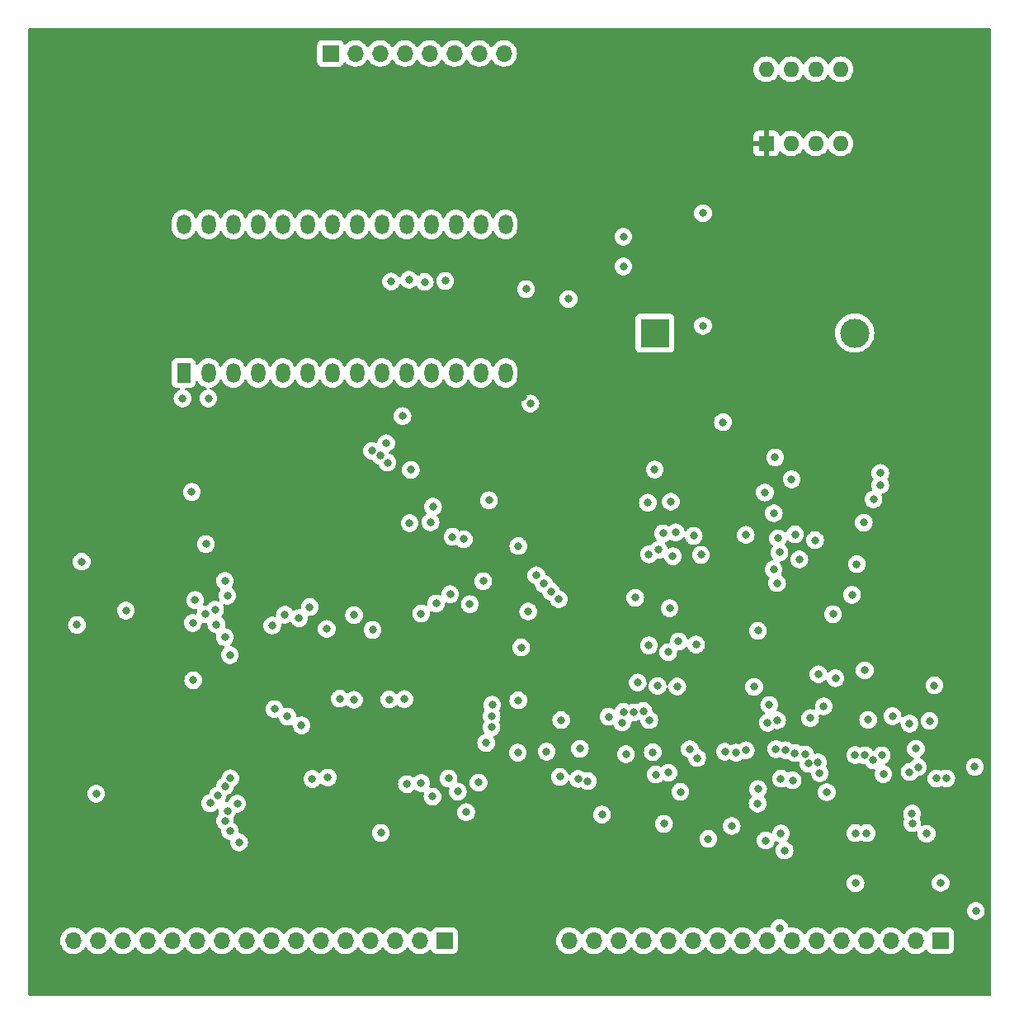
<source format=gbr>
%TF.GenerationSoftware,KiCad,Pcbnew,(6.0.0-0)*%
%TF.CreationDate,2022-02-14T20:56:17-05:00*%
%TF.ProjectId,RAM-MODULE,52414d2d-4d4f-4445-954c-452e6b696361,rev?*%
%TF.SameCoordinates,Original*%
%TF.FileFunction,Copper,L3,Inr*%
%TF.FilePolarity,Positive*%
%FSLAX46Y46*%
G04 Gerber Fmt 4.6, Leading zero omitted, Abs format (unit mm)*
G04 Created by KiCad (PCBNEW (6.0.0-0)) date 2022-02-14 20:56:17*
%MOMM*%
%LPD*%
G01*
G04 APERTURE LIST*
%TA.AperFunction,ComponentPad*%
%ADD10R,1.440000X2.000000*%
%TD*%
%TA.AperFunction,ComponentPad*%
%ADD11O,1.440000X2.000000*%
%TD*%
%TA.AperFunction,ComponentPad*%
%ADD12R,1.600000X1.600000*%
%TD*%
%TA.AperFunction,ComponentPad*%
%ADD13O,1.600000X1.600000*%
%TD*%
%TA.AperFunction,ComponentPad*%
%ADD14R,3.000000X3.000000*%
%TD*%
%TA.AperFunction,ComponentPad*%
%ADD15C,3.000000*%
%TD*%
%TA.AperFunction,ComponentPad*%
%ADD16R,1.700000X1.700000*%
%TD*%
%TA.AperFunction,ComponentPad*%
%ADD17O,1.700000X1.700000*%
%TD*%
%TA.AperFunction,ViaPad*%
%ADD18C,0.800000*%
%TD*%
G04 APERTURE END LIST*
D10*
%TO.N,MAR14*%
%TO.C,U1*%
X90757330Y-78241318D03*
D11*
%TO.N,MAR12*%
X93297330Y-78241318D03*
%TO.N,MAR7*%
X95837330Y-78241318D03*
%TO.N,MAR6*%
X98377330Y-78241318D03*
%TO.N,MAR5*%
X100917330Y-78241318D03*
%TO.N,MAR4*%
X103457330Y-78241318D03*
%TO.N,MAR3*%
X105997330Y-78241318D03*
%TO.N,MAR2*%
X108537330Y-78241318D03*
%TO.N,MAR1*%
X111077330Y-78241318D03*
%TO.N,MAR0*%
X113617330Y-78241318D03*
%TO.N,BUS0*%
X116157330Y-78241318D03*
%TO.N,BUS1*%
X118697330Y-78241318D03*
%TO.N,BUS2*%
X121237330Y-78241318D03*
%TO.N,GND*%
X123777330Y-78241318D03*
%TO.N,BUS3*%
X123777330Y-63001318D03*
%TO.N,BUS4*%
X121237330Y-63001318D03*
%TO.N,BUS5*%
X118697330Y-63001318D03*
%TO.N,BUS6*%
X116157330Y-63001318D03*
%TO.N,BUS7*%
X113617330Y-63001318D03*
%TO.N,~{ENABLE_ROM}*%
X111077330Y-63001318D03*
%TO.N,MAR10*%
X108537330Y-63001318D03*
%TO.N,~{READ}*%
X105997330Y-63001318D03*
%TO.N,MAR11*%
X103457330Y-63001318D03*
%TO.N,MAR9*%
X100917330Y-63001318D03*
%TO.N,MAR8*%
X98377330Y-63001318D03*
%TO.N,MAR13*%
X95837330Y-63001318D03*
%TO.N,+5V*%
X93297330Y-63001318D03*
X90757330Y-63001318D03*
%TD*%
D12*
%TO.N,VCC*%
%TO.C,U18*%
X150547330Y-54698818D03*
D13*
%TO.N,Net-(BT1-Pad1)*%
X153087330Y-54698818D03*
%TO.N,unconnected-(U18-Pad3)*%
X155627330Y-54698818D03*
%TO.N,GND*%
X158167330Y-54698818D03*
%TO.N,unconnected-(U18-Pad5)*%
X158167330Y-47078818D03*
%TO.N,unconnected-(U18-Pad6)*%
X155627330Y-47078818D03*
%TO.N,unconnected-(U18-Pad7)*%
X153087330Y-47078818D03*
%TO.N,+5V*%
X150547330Y-47078818D03*
%TD*%
D14*
%TO.N,Net-(BT1-Pad1)*%
%TO.C,BT1*%
X139121250Y-74148818D03*
D15*
%TO.N,GND*%
X159611250Y-74148818D03*
%TD*%
D16*
%TO.N,+5V*%
%TO.C,J3*%
X168437330Y-136498818D03*
D17*
%TO.N,GND*%
X165897330Y-136498818D03*
%TO.N,RESET*%
X163357330Y-136498818D03*
%TO.N,CLOCK*%
X160817330Y-136498818D03*
%TO.N,~{LATCH_MAR}*%
X158277330Y-136498818D03*
%TO.N,~{LATCH_DATA_SEGMENT}*%
X155737330Y-136498818D03*
%TO.N,~{LATCH_CODE_SEGMENT}*%
X153197330Y-136498818D03*
%TO.N,~{LATCH_STACK_SEGMENT}*%
X150657330Y-136498818D03*
%TO.N,~{DATA_SEGMENT_OUT}*%
X148117330Y-136498818D03*
%TO.N,~{CODE_SEGMENT_OUT}*%
X145577330Y-136498818D03*
%TO.N,~{STACK_SEGMENT_OUT}*%
X143037330Y-136498818D03*
%TO.N,~{USE_DATA_SEGMENT}*%
X140497330Y-136498818D03*
%TO.N,~{USE_CODE_SEGMENT}*%
X137957330Y-136498818D03*
%TO.N,~{USE_STACK_SEGMENT}*%
X135417330Y-136498818D03*
%TO.N,~{READ}*%
X132877330Y-136498818D03*
%TO.N,~{WRITE}*%
X130337330Y-136498818D03*
%TD*%
D16*
%TO.N,BUS7*%
%TO.C,J2*%
X105827330Y-45448818D03*
D17*
%TO.N,BUS6*%
X108367330Y-45448818D03*
%TO.N,BUS5*%
X110907330Y-45448818D03*
%TO.N,BUS4*%
X113447330Y-45448818D03*
%TO.N,BUS3*%
X115987330Y-45448818D03*
%TO.N,BUS2*%
X118527330Y-45448818D03*
%TO.N,BUS1*%
X121067330Y-45448818D03*
%TO.N,BUS0*%
X123607330Y-45448818D03*
%TD*%
D16*
%TO.N,ADDR_BUS15*%
%TO.C,J1*%
X117547330Y-136498818D03*
D17*
%TO.N,ADDR_BUS14*%
X115007330Y-136498818D03*
%TO.N,ADDR_BUS13*%
X112467330Y-136498818D03*
%TO.N,ADDR_BUS12*%
X109927330Y-136498818D03*
%TO.N,ADDR_BUS11*%
X107387330Y-136498818D03*
%TO.N,ADDR_BUS10*%
X104847330Y-136498818D03*
%TO.N,ADDR_BUS9*%
X102307330Y-136498818D03*
%TO.N,ADDR_BUS8*%
X99767330Y-136498818D03*
%TO.N,ADDR_BUS7*%
X97227330Y-136498818D03*
%TO.N,ADDR_BUS6*%
X94687330Y-136498818D03*
%TO.N,ADDR_BUS5*%
X92147330Y-136498818D03*
%TO.N,ADDR_BUS4*%
X89607330Y-136498818D03*
%TO.N,ADDR_BUS3*%
X87067330Y-136498818D03*
%TO.N,ADDR_BUS2*%
X84527330Y-136498818D03*
%TO.N,ADDR_BUS1*%
X81987330Y-136498818D03*
%TO.N,ADDR_BUS0*%
X79447330Y-136498818D03*
%TD*%
D18*
%TO.N,GND*%
X79808506Y-104087494D03*
X91743165Y-109777165D03*
%TO.N,MAR8*%
X95504000Y-125222000D03*
%TO.N,MAR0*%
X84836000Y-102616000D03*
X95504000Y-107188000D03*
%TO.N,GND*%
X134360258Y-113505630D03*
X135890000Y-67310000D03*
X137097330Y-101298818D03*
X131421830Y-116795374D03*
X110147330Y-104598818D03*
X113210031Y-82661519D03*
X133697330Y-123548818D03*
X108243438Y-103073318D03*
X149697330Y-104698818D03*
X157647330Y-109548818D03*
X96447330Y-126398818D03*
X140622330Y-102373818D03*
X141409830Y-110411318D03*
X149702046Y-120924318D03*
X147447330Y-117198818D03*
X157397330Y-102998818D03*
X151297330Y-98398818D03*
X135890000Y-64262000D03*
X125400000Y-106400000D03*
X149297330Y-110448818D03*
X137347330Y-109998818D03*
X110997379Y-125438500D03*
X132225959Y-120114577D03*
X141734830Y-121211318D03*
X127998536Y-117091302D03*
%TO.N,BUS7*%
X113893029Y-68669918D03*
X110953707Y-86734654D03*
%TO.N,BUS6*%
X111672830Y-87428820D03*
X115497330Y-68898818D03*
%TO.N,BUS5*%
X117597330Y-68798818D03*
X114071340Y-88183147D03*
%TO.N,BUS3*%
X154523822Y-117378098D03*
X113397330Y-111698818D03*
X129247330Y-101448818D03*
X138538471Y-113851666D03*
X125897868Y-69639126D03*
%TO.N,BUS2*%
X137933805Y-112914101D03*
X153488580Y-117247681D03*
X111847330Y-111748818D03*
X128446831Y-100649317D03*
%TO.N,BUS1*%
X136945679Y-113064473D03*
X108237830Y-111774990D03*
X152534338Y-116950313D03*
X127722330Y-99873818D03*
%TO.N,BUS0*%
X126946850Y-98999298D03*
X135897330Y-112998818D03*
X151541477Y-116835287D03*
X106788829Y-111659841D03*
%TO.N,MAR7*%
X118110838Y-100948818D03*
X94996000Y-99568000D03*
%TO.N,MAR6*%
X95250000Y-101092000D03*
X116661837Y-101885546D03*
%TO.N,MAR5*%
X115122830Y-102926969D03*
X91926642Y-101537978D03*
%TO.N,MAR4*%
X103697330Y-102248818D03*
X93988487Y-102531252D03*
%TO.N,MAR3*%
X93010412Y-102986979D03*
X102597330Y-103398818D03*
%TO.N,MAR2*%
X94114549Y-104027501D03*
X101147330Y-103048818D03*
%TO.N,MAR1*%
X99847330Y-104148818D03*
X91694000Y-103886000D03*
%TO.N,~{ENABLE_RAM_LOW}*%
X105447330Y-104498818D03*
X125100000Y-96000000D03*
X148447330Y-94848818D03*
%TO.N,+5V*%
X126111555Y-102713043D03*
X140477824Y-106884158D03*
X155047330Y-113648818D03*
X165897330Y-116798818D03*
X144047330Y-73398818D03*
X136147330Y-117348818D03*
X81788000Y-121412000D03*
X131250348Y-119897349D03*
X159834629Y-97861519D03*
X146297330Y-117098818D03*
X155897330Y-109148818D03*
X144047330Y-61848818D03*
X166997330Y-125523318D03*
X150686300Y-114123318D03*
X159700000Y-130600000D03*
X159347330Y-100998818D03*
X129367667Y-119684598D03*
X156447330Y-112448818D03*
X163497330Y-113449318D03*
X80297330Y-97598818D03*
X138392817Y-91553331D03*
X142694874Y-116832050D03*
X168437330Y-130562670D03*
X146097330Y-83298818D03*
X125047330Y-117198818D03*
X166111055Y-118691998D03*
%TO.N,MAR8*%
X122097330Y-91298818D03*
X119746850Y-123299298D03*
%TO.N,MAR9*%
X120114439Y-101960963D03*
X94996000Y-124206000D03*
X121016850Y-120268338D03*
%TO.N,MAR10*%
X118897330Y-121198818D03*
X95250000Y-123190000D03*
X119497330Y-95298818D03*
%TO.N,MAR11*%
X117946331Y-119848818D03*
X118347330Y-95048818D03*
X96266000Y-122428000D03*
%TO.N,MAR12*%
X93297330Y-80848818D03*
X93471836Y-122390500D03*
X116097330Y-93548818D03*
X116297330Y-121698818D03*
%TO.N,MAR13*%
X116347330Y-91948818D03*
X115123319Y-120314900D03*
X94231224Y-121628500D03*
%TO.N,MAR14*%
X113947330Y-93648818D03*
X113674319Y-120430067D03*
X95000299Y-120654299D03*
X90647330Y-80848818D03*
%TO.N,~{READ}*%
X112047330Y-68848818D03*
X110091729Y-86228690D03*
%TO.N,MAR15*%
X103961350Y-119898818D03*
X95550424Y-119818364D03*
X126335631Y-81381074D03*
X111547330Y-85448818D03*
%TO.N,CLOCK*%
X139197330Y-119448818D03*
X147002606Y-124724318D03*
%TO.N,SEG0*%
X156022830Y-119292818D03*
X122346830Y-114590767D03*
X138497330Y-96848818D03*
X159667690Y-117440021D03*
X102856563Y-114398225D03*
%TO.N,SEG1*%
X139509555Y-96375237D03*
X160666511Y-117476914D03*
X122359402Y-113462148D03*
X101421350Y-113503818D03*
X155858293Y-118202567D03*
%TO.N,SEG2*%
X100072330Y-112723818D03*
X122423808Y-112288258D03*
X154866355Y-118325297D03*
X161533053Y-117975020D03*
X140958471Y-97045118D03*
%TO.N,~{LATCH_DATA_SEGMENT}*%
X140047330Y-124498818D03*
X152422829Y-127222829D03*
X138897330Y-117148818D03*
%TO.N,RESET*%
X167297330Y-113948818D03*
X148447330Y-116948818D03*
X172047830Y-133434812D03*
X135747330Y-114098818D03*
X151656851Y-113882331D03*
%TO.N,SEG3*%
X91600000Y-90450000D03*
X150847330Y-112298818D03*
X151647330Y-99798818D03*
X151750627Y-95199817D03*
X129497330Y-113848818D03*
X150398818Y-90498818D03*
X162397781Y-117473769D03*
X138497330Y-106198818D03*
%TO.N,USE_DATA_SEGMENT*%
X121500000Y-99600000D03*
X151447330Y-86898818D03*
%TO.N,~{DATA_SEGMENT_OUT}*%
X125094576Y-111826170D03*
%TO.N,Net-(U10-Pad2)*%
X150480512Y-126206599D03*
X149662997Y-122423318D03*
%TO.N,Net-(U10-Pad3)*%
X152047330Y-119874318D03*
X144597330Y-126048818D03*
%TO.N,Net-(U10-Pad4)*%
X152047330Y-125498818D03*
X153250454Y-120045213D03*
%TO.N,~{LATCH_CODE_SEGMENT}*%
X151900000Y-135200000D03*
X156747330Y-121248818D03*
%TO.N,USE_CODE_SEGMENT*%
X140497330Y-119248818D03*
X139380926Y-110350238D03*
X143447330Y-117748818D03*
X141547330Y-105798818D03*
%TO.N,~{CODE_SEGMENT_OUT}*%
X143347330Y-106098818D03*
%TO.N,Net-(U12-Pad3)*%
X167997330Y-119848818D03*
X160647330Y-108748818D03*
%TO.N,Net-(U12-Pad4)*%
X159697330Y-125448818D03*
X165497330Y-123448818D03*
%TO.N,Net-(U12-Pad5)*%
X165514991Y-124448165D03*
X160847330Y-125448818D03*
%TO.N,Net-(U12-Pad6)*%
X169010379Y-119837268D03*
X162560051Y-119396984D03*
%TO.N,~{LATCH_STACK_SEGMENT}*%
X165246830Y-119194113D03*
%TO.N,USE_STACK_SEGMENT*%
X160547330Y-93598818D03*
X167797330Y-110298818D03*
X165246830Y-114223318D03*
X160997330Y-113823318D03*
%TO.N,~{ENABLE_ROM}*%
X140747330Y-91448818D03*
X130250000Y-70650000D03*
X151897330Y-96648818D03*
X139097330Y-88148818D03*
%TO.N,Net-(U15-Pad10)*%
X141247330Y-94598818D03*
X143847330Y-96898818D03*
%TO.N,Net-(U15-Pad12)*%
X139947330Y-94698818D03*
X143097330Y-94948818D03*
%TO.N,Net-(U16-Pad4)*%
X151322830Y-92625370D03*
X155547330Y-95398818D03*
%TO.N,~{LATCH_MAR}*%
X171942553Y-118650309D03*
X153497330Y-94798818D03*
%TO.N,VCC*%
X113684629Y-84724318D03*
X125625636Y-80659037D03*
%TO.N,Net-(U16-Pad12)*%
X153147330Y-89148818D03*
X93047330Y-95798818D03*
X94997330Y-105348818D03*
%TO.N,~{USE_DATA_SEGMENT}*%
X161547830Y-91198818D03*
%TO.N,~{USE_CODE_SEGMENT}*%
X162247330Y-89748818D03*
%TO.N,~{USE_STACK_SEGMENT}*%
X162247330Y-88498818D03*
%TO.N,~{ENABLE_RAM_HIGH}*%
X105547330Y-119748818D03*
X121798074Y-116198074D03*
X153935031Y-97373318D03*
%TD*%
%TA.AperFunction,Conductor*%
%TO.N,VCC*%
G36*
X173531451Y-42876820D02*
G01*
X173577944Y-42930476D01*
X173589330Y-42982818D01*
X173589330Y-142014818D01*
X173569328Y-142082939D01*
X173515672Y-142129432D01*
X173463330Y-142140818D01*
X74931330Y-142140818D01*
X74863209Y-142120816D01*
X74816716Y-142067160D01*
X74805330Y-142014818D01*
X74805330Y-136465513D01*
X78084581Y-136465513D01*
X78097440Y-136688533D01*
X78098577Y-136693579D01*
X78098578Y-136693585D01*
X78122634Y-136800326D01*
X78146552Y-136906457D01*
X78230596Y-137113434D01*
X78268015Y-137174496D01*
X78344621Y-137299506D01*
X78347317Y-137303906D01*
X78493580Y-137472756D01*
X78665456Y-137615450D01*
X78858330Y-137728156D01*
X79067022Y-137807848D01*
X79072090Y-137808879D01*
X79072093Y-137808880D01*
X79179347Y-137830701D01*
X79285927Y-137852385D01*
X79291102Y-137852575D01*
X79291104Y-137852575D01*
X79504003Y-137860382D01*
X79504007Y-137860382D01*
X79509167Y-137860571D01*
X79514287Y-137859915D01*
X79514289Y-137859915D01*
X79725618Y-137832843D01*
X79725619Y-137832843D01*
X79730746Y-137832186D01*
X79735696Y-137830701D01*
X79939759Y-137769479D01*
X79939764Y-137769477D01*
X79944714Y-137767992D01*
X80145324Y-137669714D01*
X80327190Y-137539991D01*
X80485426Y-137382307D01*
X80544924Y-137299507D01*
X80615783Y-137200895D01*
X80617106Y-137201846D01*
X80663975Y-137158675D01*
X80733910Y-137146443D01*
X80799356Y-137173962D01*
X80827205Y-137205812D01*
X80887317Y-137303906D01*
X81033580Y-137472756D01*
X81205456Y-137615450D01*
X81398330Y-137728156D01*
X81607022Y-137807848D01*
X81612090Y-137808879D01*
X81612093Y-137808880D01*
X81719347Y-137830701D01*
X81825927Y-137852385D01*
X81831102Y-137852575D01*
X81831104Y-137852575D01*
X82044003Y-137860382D01*
X82044007Y-137860382D01*
X82049167Y-137860571D01*
X82054287Y-137859915D01*
X82054289Y-137859915D01*
X82265618Y-137832843D01*
X82265619Y-137832843D01*
X82270746Y-137832186D01*
X82275696Y-137830701D01*
X82479759Y-137769479D01*
X82479764Y-137769477D01*
X82484714Y-137767992D01*
X82685324Y-137669714D01*
X82867190Y-137539991D01*
X83025426Y-137382307D01*
X83084924Y-137299507D01*
X83155783Y-137200895D01*
X83157106Y-137201846D01*
X83203975Y-137158675D01*
X83273910Y-137146443D01*
X83339356Y-137173962D01*
X83367205Y-137205812D01*
X83427317Y-137303906D01*
X83573580Y-137472756D01*
X83745456Y-137615450D01*
X83938330Y-137728156D01*
X84147022Y-137807848D01*
X84152090Y-137808879D01*
X84152093Y-137808880D01*
X84259347Y-137830701D01*
X84365927Y-137852385D01*
X84371102Y-137852575D01*
X84371104Y-137852575D01*
X84584003Y-137860382D01*
X84584007Y-137860382D01*
X84589167Y-137860571D01*
X84594287Y-137859915D01*
X84594289Y-137859915D01*
X84805618Y-137832843D01*
X84805619Y-137832843D01*
X84810746Y-137832186D01*
X84815696Y-137830701D01*
X85019759Y-137769479D01*
X85019764Y-137769477D01*
X85024714Y-137767992D01*
X85225324Y-137669714D01*
X85407190Y-137539991D01*
X85565426Y-137382307D01*
X85624924Y-137299507D01*
X85695783Y-137200895D01*
X85697106Y-137201846D01*
X85743975Y-137158675D01*
X85813910Y-137146443D01*
X85879356Y-137173962D01*
X85907205Y-137205812D01*
X85967317Y-137303906D01*
X86113580Y-137472756D01*
X86285456Y-137615450D01*
X86478330Y-137728156D01*
X86687022Y-137807848D01*
X86692090Y-137808879D01*
X86692093Y-137808880D01*
X86799347Y-137830701D01*
X86905927Y-137852385D01*
X86911102Y-137852575D01*
X86911104Y-137852575D01*
X87124003Y-137860382D01*
X87124007Y-137860382D01*
X87129167Y-137860571D01*
X87134287Y-137859915D01*
X87134289Y-137859915D01*
X87345618Y-137832843D01*
X87345619Y-137832843D01*
X87350746Y-137832186D01*
X87355696Y-137830701D01*
X87559759Y-137769479D01*
X87559764Y-137769477D01*
X87564714Y-137767992D01*
X87765324Y-137669714D01*
X87947190Y-137539991D01*
X88105426Y-137382307D01*
X88164924Y-137299507D01*
X88235783Y-137200895D01*
X88237106Y-137201846D01*
X88283975Y-137158675D01*
X88353910Y-137146443D01*
X88419356Y-137173962D01*
X88447205Y-137205812D01*
X88507317Y-137303906D01*
X88653580Y-137472756D01*
X88825456Y-137615450D01*
X89018330Y-137728156D01*
X89227022Y-137807848D01*
X89232090Y-137808879D01*
X89232093Y-137808880D01*
X89339347Y-137830701D01*
X89445927Y-137852385D01*
X89451102Y-137852575D01*
X89451104Y-137852575D01*
X89664003Y-137860382D01*
X89664007Y-137860382D01*
X89669167Y-137860571D01*
X89674287Y-137859915D01*
X89674289Y-137859915D01*
X89885618Y-137832843D01*
X89885619Y-137832843D01*
X89890746Y-137832186D01*
X89895696Y-137830701D01*
X90099759Y-137769479D01*
X90099764Y-137769477D01*
X90104714Y-137767992D01*
X90305324Y-137669714D01*
X90487190Y-137539991D01*
X90645426Y-137382307D01*
X90704924Y-137299507D01*
X90775783Y-137200895D01*
X90777106Y-137201846D01*
X90823975Y-137158675D01*
X90893910Y-137146443D01*
X90959356Y-137173962D01*
X90987205Y-137205812D01*
X91047317Y-137303906D01*
X91193580Y-137472756D01*
X91365456Y-137615450D01*
X91558330Y-137728156D01*
X91767022Y-137807848D01*
X91772090Y-137808879D01*
X91772093Y-137808880D01*
X91879347Y-137830701D01*
X91985927Y-137852385D01*
X91991102Y-137852575D01*
X91991104Y-137852575D01*
X92204003Y-137860382D01*
X92204007Y-137860382D01*
X92209167Y-137860571D01*
X92214287Y-137859915D01*
X92214289Y-137859915D01*
X92425618Y-137832843D01*
X92425619Y-137832843D01*
X92430746Y-137832186D01*
X92435696Y-137830701D01*
X92639759Y-137769479D01*
X92639764Y-137769477D01*
X92644714Y-137767992D01*
X92845324Y-137669714D01*
X93027190Y-137539991D01*
X93185426Y-137382307D01*
X93244924Y-137299507D01*
X93315783Y-137200895D01*
X93317106Y-137201846D01*
X93363975Y-137158675D01*
X93433910Y-137146443D01*
X93499356Y-137173962D01*
X93527205Y-137205812D01*
X93587317Y-137303906D01*
X93733580Y-137472756D01*
X93905456Y-137615450D01*
X94098330Y-137728156D01*
X94307022Y-137807848D01*
X94312090Y-137808879D01*
X94312093Y-137808880D01*
X94419347Y-137830701D01*
X94525927Y-137852385D01*
X94531102Y-137852575D01*
X94531104Y-137852575D01*
X94744003Y-137860382D01*
X94744007Y-137860382D01*
X94749167Y-137860571D01*
X94754287Y-137859915D01*
X94754289Y-137859915D01*
X94965618Y-137832843D01*
X94965619Y-137832843D01*
X94970746Y-137832186D01*
X94975696Y-137830701D01*
X95179759Y-137769479D01*
X95179764Y-137769477D01*
X95184714Y-137767992D01*
X95385324Y-137669714D01*
X95567190Y-137539991D01*
X95725426Y-137382307D01*
X95784924Y-137299507D01*
X95855783Y-137200895D01*
X95857106Y-137201846D01*
X95903975Y-137158675D01*
X95973910Y-137146443D01*
X96039356Y-137173962D01*
X96067205Y-137205812D01*
X96127317Y-137303906D01*
X96273580Y-137472756D01*
X96445456Y-137615450D01*
X96638330Y-137728156D01*
X96847022Y-137807848D01*
X96852090Y-137808879D01*
X96852093Y-137808880D01*
X96959347Y-137830701D01*
X97065927Y-137852385D01*
X97071102Y-137852575D01*
X97071104Y-137852575D01*
X97284003Y-137860382D01*
X97284007Y-137860382D01*
X97289167Y-137860571D01*
X97294287Y-137859915D01*
X97294289Y-137859915D01*
X97505618Y-137832843D01*
X97505619Y-137832843D01*
X97510746Y-137832186D01*
X97515696Y-137830701D01*
X97719759Y-137769479D01*
X97719764Y-137769477D01*
X97724714Y-137767992D01*
X97925324Y-137669714D01*
X98107190Y-137539991D01*
X98265426Y-137382307D01*
X98324924Y-137299507D01*
X98395783Y-137200895D01*
X98397106Y-137201846D01*
X98443975Y-137158675D01*
X98513910Y-137146443D01*
X98579356Y-137173962D01*
X98607205Y-137205812D01*
X98667317Y-137303906D01*
X98813580Y-137472756D01*
X98985456Y-137615450D01*
X99178330Y-137728156D01*
X99387022Y-137807848D01*
X99392090Y-137808879D01*
X99392093Y-137808880D01*
X99499347Y-137830701D01*
X99605927Y-137852385D01*
X99611102Y-137852575D01*
X99611104Y-137852575D01*
X99824003Y-137860382D01*
X99824007Y-137860382D01*
X99829167Y-137860571D01*
X99834287Y-137859915D01*
X99834289Y-137859915D01*
X100045618Y-137832843D01*
X100045619Y-137832843D01*
X100050746Y-137832186D01*
X100055696Y-137830701D01*
X100259759Y-137769479D01*
X100259764Y-137769477D01*
X100264714Y-137767992D01*
X100465324Y-137669714D01*
X100647190Y-137539991D01*
X100805426Y-137382307D01*
X100864924Y-137299507D01*
X100935783Y-137200895D01*
X100937106Y-137201846D01*
X100983975Y-137158675D01*
X101053910Y-137146443D01*
X101119356Y-137173962D01*
X101147205Y-137205812D01*
X101207317Y-137303906D01*
X101353580Y-137472756D01*
X101525456Y-137615450D01*
X101718330Y-137728156D01*
X101927022Y-137807848D01*
X101932090Y-137808879D01*
X101932093Y-137808880D01*
X102039347Y-137830701D01*
X102145927Y-137852385D01*
X102151102Y-137852575D01*
X102151104Y-137852575D01*
X102364003Y-137860382D01*
X102364007Y-137860382D01*
X102369167Y-137860571D01*
X102374287Y-137859915D01*
X102374289Y-137859915D01*
X102585618Y-137832843D01*
X102585619Y-137832843D01*
X102590746Y-137832186D01*
X102595696Y-137830701D01*
X102799759Y-137769479D01*
X102799764Y-137769477D01*
X102804714Y-137767992D01*
X103005324Y-137669714D01*
X103187190Y-137539991D01*
X103345426Y-137382307D01*
X103404924Y-137299507D01*
X103475783Y-137200895D01*
X103477106Y-137201846D01*
X103523975Y-137158675D01*
X103593910Y-137146443D01*
X103659356Y-137173962D01*
X103687205Y-137205812D01*
X103747317Y-137303906D01*
X103893580Y-137472756D01*
X104065456Y-137615450D01*
X104258330Y-137728156D01*
X104467022Y-137807848D01*
X104472090Y-137808879D01*
X104472093Y-137808880D01*
X104579347Y-137830701D01*
X104685927Y-137852385D01*
X104691102Y-137852575D01*
X104691104Y-137852575D01*
X104904003Y-137860382D01*
X104904007Y-137860382D01*
X104909167Y-137860571D01*
X104914287Y-137859915D01*
X104914289Y-137859915D01*
X105125618Y-137832843D01*
X105125619Y-137832843D01*
X105130746Y-137832186D01*
X105135696Y-137830701D01*
X105339759Y-137769479D01*
X105339764Y-137769477D01*
X105344714Y-137767992D01*
X105545324Y-137669714D01*
X105727190Y-137539991D01*
X105885426Y-137382307D01*
X105944924Y-137299507D01*
X106015783Y-137200895D01*
X106017106Y-137201846D01*
X106063975Y-137158675D01*
X106133910Y-137146443D01*
X106199356Y-137173962D01*
X106227205Y-137205812D01*
X106287317Y-137303906D01*
X106433580Y-137472756D01*
X106605456Y-137615450D01*
X106798330Y-137728156D01*
X107007022Y-137807848D01*
X107012090Y-137808879D01*
X107012093Y-137808880D01*
X107119347Y-137830701D01*
X107225927Y-137852385D01*
X107231102Y-137852575D01*
X107231104Y-137852575D01*
X107444003Y-137860382D01*
X107444007Y-137860382D01*
X107449167Y-137860571D01*
X107454287Y-137859915D01*
X107454289Y-137859915D01*
X107665618Y-137832843D01*
X107665619Y-137832843D01*
X107670746Y-137832186D01*
X107675696Y-137830701D01*
X107879759Y-137769479D01*
X107879764Y-137769477D01*
X107884714Y-137767992D01*
X108085324Y-137669714D01*
X108267190Y-137539991D01*
X108425426Y-137382307D01*
X108484924Y-137299507D01*
X108555783Y-137200895D01*
X108557106Y-137201846D01*
X108603975Y-137158675D01*
X108673910Y-137146443D01*
X108739356Y-137173962D01*
X108767205Y-137205812D01*
X108827317Y-137303906D01*
X108973580Y-137472756D01*
X109145456Y-137615450D01*
X109338330Y-137728156D01*
X109547022Y-137807848D01*
X109552090Y-137808879D01*
X109552093Y-137808880D01*
X109659347Y-137830701D01*
X109765927Y-137852385D01*
X109771102Y-137852575D01*
X109771104Y-137852575D01*
X109984003Y-137860382D01*
X109984007Y-137860382D01*
X109989167Y-137860571D01*
X109994287Y-137859915D01*
X109994289Y-137859915D01*
X110205618Y-137832843D01*
X110205619Y-137832843D01*
X110210746Y-137832186D01*
X110215696Y-137830701D01*
X110419759Y-137769479D01*
X110419764Y-137769477D01*
X110424714Y-137767992D01*
X110625324Y-137669714D01*
X110807190Y-137539991D01*
X110965426Y-137382307D01*
X111024924Y-137299507D01*
X111095783Y-137200895D01*
X111097106Y-137201846D01*
X111143975Y-137158675D01*
X111213910Y-137146443D01*
X111279356Y-137173962D01*
X111307205Y-137205812D01*
X111367317Y-137303906D01*
X111513580Y-137472756D01*
X111685456Y-137615450D01*
X111878330Y-137728156D01*
X112087022Y-137807848D01*
X112092090Y-137808879D01*
X112092093Y-137808880D01*
X112199347Y-137830701D01*
X112305927Y-137852385D01*
X112311102Y-137852575D01*
X112311104Y-137852575D01*
X112524003Y-137860382D01*
X112524007Y-137860382D01*
X112529167Y-137860571D01*
X112534287Y-137859915D01*
X112534289Y-137859915D01*
X112745618Y-137832843D01*
X112745619Y-137832843D01*
X112750746Y-137832186D01*
X112755696Y-137830701D01*
X112959759Y-137769479D01*
X112959764Y-137769477D01*
X112964714Y-137767992D01*
X113165324Y-137669714D01*
X113347190Y-137539991D01*
X113505426Y-137382307D01*
X113564924Y-137299507D01*
X113635783Y-137200895D01*
X113637106Y-137201846D01*
X113683975Y-137158675D01*
X113753910Y-137146443D01*
X113819356Y-137173962D01*
X113847205Y-137205812D01*
X113907317Y-137303906D01*
X114053580Y-137472756D01*
X114225456Y-137615450D01*
X114418330Y-137728156D01*
X114627022Y-137807848D01*
X114632090Y-137808879D01*
X114632093Y-137808880D01*
X114739347Y-137830701D01*
X114845927Y-137852385D01*
X114851102Y-137852575D01*
X114851104Y-137852575D01*
X115064003Y-137860382D01*
X115064007Y-137860382D01*
X115069167Y-137860571D01*
X115074287Y-137859915D01*
X115074289Y-137859915D01*
X115285618Y-137832843D01*
X115285619Y-137832843D01*
X115290746Y-137832186D01*
X115295696Y-137830701D01*
X115499759Y-137769479D01*
X115499764Y-137769477D01*
X115504714Y-137767992D01*
X115705324Y-137669714D01*
X115887190Y-137539991D01*
X115995421Y-137432137D01*
X116057792Y-137398222D01*
X116128598Y-137403410D01*
X116185360Y-137446056D01*
X116202342Y-137477159D01*
X116246715Y-137595523D01*
X116334069Y-137712079D01*
X116450625Y-137799433D01*
X116587014Y-137850563D01*
X116649196Y-137857318D01*
X118445464Y-137857318D01*
X118507646Y-137850563D01*
X118644035Y-137799433D01*
X118760591Y-137712079D01*
X118847945Y-137595523D01*
X118899075Y-137459134D01*
X118905830Y-137396952D01*
X118905830Y-136465513D01*
X128974581Y-136465513D01*
X128987440Y-136688533D01*
X128988577Y-136693579D01*
X128988578Y-136693585D01*
X129012634Y-136800326D01*
X129036552Y-136906457D01*
X129120596Y-137113434D01*
X129158015Y-137174496D01*
X129234621Y-137299506D01*
X129237317Y-137303906D01*
X129383580Y-137472756D01*
X129555456Y-137615450D01*
X129748330Y-137728156D01*
X129957022Y-137807848D01*
X129962090Y-137808879D01*
X129962093Y-137808880D01*
X130069347Y-137830701D01*
X130175927Y-137852385D01*
X130181102Y-137852575D01*
X130181104Y-137852575D01*
X130394003Y-137860382D01*
X130394007Y-137860382D01*
X130399167Y-137860571D01*
X130404287Y-137859915D01*
X130404289Y-137859915D01*
X130615618Y-137832843D01*
X130615619Y-137832843D01*
X130620746Y-137832186D01*
X130625696Y-137830701D01*
X130829759Y-137769479D01*
X130829764Y-137769477D01*
X130834714Y-137767992D01*
X131035324Y-137669714D01*
X131217190Y-137539991D01*
X131375426Y-137382307D01*
X131434924Y-137299507D01*
X131505783Y-137200895D01*
X131507106Y-137201846D01*
X131553975Y-137158675D01*
X131623910Y-137146443D01*
X131689356Y-137173962D01*
X131717205Y-137205812D01*
X131777317Y-137303906D01*
X131923580Y-137472756D01*
X132095456Y-137615450D01*
X132288330Y-137728156D01*
X132497022Y-137807848D01*
X132502090Y-137808879D01*
X132502093Y-137808880D01*
X132609347Y-137830701D01*
X132715927Y-137852385D01*
X132721102Y-137852575D01*
X132721104Y-137852575D01*
X132934003Y-137860382D01*
X132934007Y-137860382D01*
X132939167Y-137860571D01*
X132944287Y-137859915D01*
X132944289Y-137859915D01*
X133155618Y-137832843D01*
X133155619Y-137832843D01*
X133160746Y-137832186D01*
X133165696Y-137830701D01*
X133369759Y-137769479D01*
X133369764Y-137769477D01*
X133374714Y-137767992D01*
X133575324Y-137669714D01*
X133757190Y-137539991D01*
X133915426Y-137382307D01*
X133974924Y-137299507D01*
X134045783Y-137200895D01*
X134047106Y-137201846D01*
X134093975Y-137158675D01*
X134163910Y-137146443D01*
X134229356Y-137173962D01*
X134257205Y-137205812D01*
X134317317Y-137303906D01*
X134463580Y-137472756D01*
X134635456Y-137615450D01*
X134828330Y-137728156D01*
X135037022Y-137807848D01*
X135042090Y-137808879D01*
X135042093Y-137808880D01*
X135149347Y-137830701D01*
X135255927Y-137852385D01*
X135261102Y-137852575D01*
X135261104Y-137852575D01*
X135474003Y-137860382D01*
X135474007Y-137860382D01*
X135479167Y-137860571D01*
X135484287Y-137859915D01*
X135484289Y-137859915D01*
X135695618Y-137832843D01*
X135695619Y-137832843D01*
X135700746Y-137832186D01*
X135705696Y-137830701D01*
X135909759Y-137769479D01*
X135909764Y-137769477D01*
X135914714Y-137767992D01*
X136115324Y-137669714D01*
X136297190Y-137539991D01*
X136455426Y-137382307D01*
X136514924Y-137299507D01*
X136585783Y-137200895D01*
X136587106Y-137201846D01*
X136633975Y-137158675D01*
X136703910Y-137146443D01*
X136769356Y-137173962D01*
X136797205Y-137205812D01*
X136857317Y-137303906D01*
X137003580Y-137472756D01*
X137175456Y-137615450D01*
X137368330Y-137728156D01*
X137577022Y-137807848D01*
X137582090Y-137808879D01*
X137582093Y-137808880D01*
X137689347Y-137830701D01*
X137795927Y-137852385D01*
X137801102Y-137852575D01*
X137801104Y-137852575D01*
X138014003Y-137860382D01*
X138014007Y-137860382D01*
X138019167Y-137860571D01*
X138024287Y-137859915D01*
X138024289Y-137859915D01*
X138235618Y-137832843D01*
X138235619Y-137832843D01*
X138240746Y-137832186D01*
X138245696Y-137830701D01*
X138449759Y-137769479D01*
X138449764Y-137769477D01*
X138454714Y-137767992D01*
X138655324Y-137669714D01*
X138837190Y-137539991D01*
X138995426Y-137382307D01*
X139054924Y-137299507D01*
X139125783Y-137200895D01*
X139127106Y-137201846D01*
X139173975Y-137158675D01*
X139243910Y-137146443D01*
X139309356Y-137173962D01*
X139337205Y-137205812D01*
X139397317Y-137303906D01*
X139543580Y-137472756D01*
X139715456Y-137615450D01*
X139908330Y-137728156D01*
X140117022Y-137807848D01*
X140122090Y-137808879D01*
X140122093Y-137808880D01*
X140229347Y-137830701D01*
X140335927Y-137852385D01*
X140341102Y-137852575D01*
X140341104Y-137852575D01*
X140554003Y-137860382D01*
X140554007Y-137860382D01*
X140559167Y-137860571D01*
X140564287Y-137859915D01*
X140564289Y-137859915D01*
X140775618Y-137832843D01*
X140775619Y-137832843D01*
X140780746Y-137832186D01*
X140785696Y-137830701D01*
X140989759Y-137769479D01*
X140989764Y-137769477D01*
X140994714Y-137767992D01*
X141195324Y-137669714D01*
X141377190Y-137539991D01*
X141535426Y-137382307D01*
X141594924Y-137299507D01*
X141665783Y-137200895D01*
X141667106Y-137201846D01*
X141713975Y-137158675D01*
X141783910Y-137146443D01*
X141849356Y-137173962D01*
X141877205Y-137205812D01*
X141937317Y-137303906D01*
X142083580Y-137472756D01*
X142255456Y-137615450D01*
X142448330Y-137728156D01*
X142657022Y-137807848D01*
X142662090Y-137808879D01*
X142662093Y-137808880D01*
X142769347Y-137830701D01*
X142875927Y-137852385D01*
X142881102Y-137852575D01*
X142881104Y-137852575D01*
X143094003Y-137860382D01*
X143094007Y-137860382D01*
X143099167Y-137860571D01*
X143104287Y-137859915D01*
X143104289Y-137859915D01*
X143315618Y-137832843D01*
X143315619Y-137832843D01*
X143320746Y-137832186D01*
X143325696Y-137830701D01*
X143529759Y-137769479D01*
X143529764Y-137769477D01*
X143534714Y-137767992D01*
X143735324Y-137669714D01*
X143917190Y-137539991D01*
X144075426Y-137382307D01*
X144134924Y-137299507D01*
X144205783Y-137200895D01*
X144207106Y-137201846D01*
X144253975Y-137158675D01*
X144323910Y-137146443D01*
X144389356Y-137173962D01*
X144417205Y-137205812D01*
X144477317Y-137303906D01*
X144623580Y-137472756D01*
X144795456Y-137615450D01*
X144988330Y-137728156D01*
X145197022Y-137807848D01*
X145202090Y-137808879D01*
X145202093Y-137808880D01*
X145309347Y-137830701D01*
X145415927Y-137852385D01*
X145421102Y-137852575D01*
X145421104Y-137852575D01*
X145634003Y-137860382D01*
X145634007Y-137860382D01*
X145639167Y-137860571D01*
X145644287Y-137859915D01*
X145644289Y-137859915D01*
X145855618Y-137832843D01*
X145855619Y-137832843D01*
X145860746Y-137832186D01*
X145865696Y-137830701D01*
X146069759Y-137769479D01*
X146069764Y-137769477D01*
X146074714Y-137767992D01*
X146275324Y-137669714D01*
X146457190Y-137539991D01*
X146615426Y-137382307D01*
X146674924Y-137299507D01*
X146745783Y-137200895D01*
X146747106Y-137201846D01*
X146793975Y-137158675D01*
X146863910Y-137146443D01*
X146929356Y-137173962D01*
X146957205Y-137205812D01*
X147017317Y-137303906D01*
X147163580Y-137472756D01*
X147335456Y-137615450D01*
X147528330Y-137728156D01*
X147737022Y-137807848D01*
X147742090Y-137808879D01*
X147742093Y-137808880D01*
X147849347Y-137830701D01*
X147955927Y-137852385D01*
X147961102Y-137852575D01*
X147961104Y-137852575D01*
X148174003Y-137860382D01*
X148174007Y-137860382D01*
X148179167Y-137860571D01*
X148184287Y-137859915D01*
X148184289Y-137859915D01*
X148395618Y-137832843D01*
X148395619Y-137832843D01*
X148400746Y-137832186D01*
X148405696Y-137830701D01*
X148609759Y-137769479D01*
X148609764Y-137769477D01*
X148614714Y-137767992D01*
X148815324Y-137669714D01*
X148997190Y-137539991D01*
X149155426Y-137382307D01*
X149214924Y-137299507D01*
X149285783Y-137200895D01*
X149287106Y-137201846D01*
X149333975Y-137158675D01*
X149403910Y-137146443D01*
X149469356Y-137173962D01*
X149497205Y-137205812D01*
X149557317Y-137303906D01*
X149703580Y-137472756D01*
X149875456Y-137615450D01*
X150068330Y-137728156D01*
X150277022Y-137807848D01*
X150282090Y-137808879D01*
X150282093Y-137808880D01*
X150389347Y-137830701D01*
X150495927Y-137852385D01*
X150501102Y-137852575D01*
X150501104Y-137852575D01*
X150714003Y-137860382D01*
X150714007Y-137860382D01*
X150719167Y-137860571D01*
X150724287Y-137859915D01*
X150724289Y-137859915D01*
X150935618Y-137832843D01*
X150935619Y-137832843D01*
X150940746Y-137832186D01*
X150945696Y-137830701D01*
X151149759Y-137769479D01*
X151149764Y-137769477D01*
X151154714Y-137767992D01*
X151355324Y-137669714D01*
X151537190Y-137539991D01*
X151695426Y-137382307D01*
X151754924Y-137299507D01*
X151825783Y-137200895D01*
X151827106Y-137201846D01*
X151873975Y-137158675D01*
X151943910Y-137146443D01*
X152009356Y-137173962D01*
X152037205Y-137205812D01*
X152097317Y-137303906D01*
X152243580Y-137472756D01*
X152415456Y-137615450D01*
X152608330Y-137728156D01*
X152817022Y-137807848D01*
X152822090Y-137808879D01*
X152822093Y-137808880D01*
X152929347Y-137830701D01*
X153035927Y-137852385D01*
X153041102Y-137852575D01*
X153041104Y-137852575D01*
X153254003Y-137860382D01*
X153254007Y-137860382D01*
X153259167Y-137860571D01*
X153264287Y-137859915D01*
X153264289Y-137859915D01*
X153475618Y-137832843D01*
X153475619Y-137832843D01*
X153480746Y-137832186D01*
X153485696Y-137830701D01*
X153689759Y-137769479D01*
X153689764Y-137769477D01*
X153694714Y-137767992D01*
X153895324Y-137669714D01*
X154077190Y-137539991D01*
X154235426Y-137382307D01*
X154294924Y-137299507D01*
X154365783Y-137200895D01*
X154367106Y-137201846D01*
X154413975Y-137158675D01*
X154483910Y-137146443D01*
X154549356Y-137173962D01*
X154577205Y-137205812D01*
X154637317Y-137303906D01*
X154783580Y-137472756D01*
X154955456Y-137615450D01*
X155148330Y-137728156D01*
X155357022Y-137807848D01*
X155362090Y-137808879D01*
X155362093Y-137808880D01*
X155469347Y-137830701D01*
X155575927Y-137852385D01*
X155581102Y-137852575D01*
X155581104Y-137852575D01*
X155794003Y-137860382D01*
X155794007Y-137860382D01*
X155799167Y-137860571D01*
X155804287Y-137859915D01*
X155804289Y-137859915D01*
X156015618Y-137832843D01*
X156015619Y-137832843D01*
X156020746Y-137832186D01*
X156025696Y-137830701D01*
X156229759Y-137769479D01*
X156229764Y-137769477D01*
X156234714Y-137767992D01*
X156435324Y-137669714D01*
X156617190Y-137539991D01*
X156775426Y-137382307D01*
X156834924Y-137299507D01*
X156905783Y-137200895D01*
X156907106Y-137201846D01*
X156953975Y-137158675D01*
X157023910Y-137146443D01*
X157089356Y-137173962D01*
X157117205Y-137205812D01*
X157177317Y-137303906D01*
X157323580Y-137472756D01*
X157495456Y-137615450D01*
X157688330Y-137728156D01*
X157897022Y-137807848D01*
X157902090Y-137808879D01*
X157902093Y-137808880D01*
X158009347Y-137830701D01*
X158115927Y-137852385D01*
X158121102Y-137852575D01*
X158121104Y-137852575D01*
X158334003Y-137860382D01*
X158334007Y-137860382D01*
X158339167Y-137860571D01*
X158344287Y-137859915D01*
X158344289Y-137859915D01*
X158555618Y-137832843D01*
X158555619Y-137832843D01*
X158560746Y-137832186D01*
X158565696Y-137830701D01*
X158769759Y-137769479D01*
X158769764Y-137769477D01*
X158774714Y-137767992D01*
X158975324Y-137669714D01*
X159157190Y-137539991D01*
X159315426Y-137382307D01*
X159374924Y-137299507D01*
X159445783Y-137200895D01*
X159447106Y-137201846D01*
X159493975Y-137158675D01*
X159563910Y-137146443D01*
X159629356Y-137173962D01*
X159657205Y-137205812D01*
X159717317Y-137303906D01*
X159863580Y-137472756D01*
X160035456Y-137615450D01*
X160228330Y-137728156D01*
X160437022Y-137807848D01*
X160442090Y-137808879D01*
X160442093Y-137808880D01*
X160549347Y-137830701D01*
X160655927Y-137852385D01*
X160661102Y-137852575D01*
X160661104Y-137852575D01*
X160874003Y-137860382D01*
X160874007Y-137860382D01*
X160879167Y-137860571D01*
X160884287Y-137859915D01*
X160884289Y-137859915D01*
X161095618Y-137832843D01*
X161095619Y-137832843D01*
X161100746Y-137832186D01*
X161105696Y-137830701D01*
X161309759Y-137769479D01*
X161309764Y-137769477D01*
X161314714Y-137767992D01*
X161515324Y-137669714D01*
X161697190Y-137539991D01*
X161855426Y-137382307D01*
X161914924Y-137299507D01*
X161985783Y-137200895D01*
X161987106Y-137201846D01*
X162033975Y-137158675D01*
X162103910Y-137146443D01*
X162169356Y-137173962D01*
X162197205Y-137205812D01*
X162257317Y-137303906D01*
X162403580Y-137472756D01*
X162575456Y-137615450D01*
X162768330Y-137728156D01*
X162977022Y-137807848D01*
X162982090Y-137808879D01*
X162982093Y-137808880D01*
X163089347Y-137830701D01*
X163195927Y-137852385D01*
X163201102Y-137852575D01*
X163201104Y-137852575D01*
X163414003Y-137860382D01*
X163414007Y-137860382D01*
X163419167Y-137860571D01*
X163424287Y-137859915D01*
X163424289Y-137859915D01*
X163635618Y-137832843D01*
X163635619Y-137832843D01*
X163640746Y-137832186D01*
X163645696Y-137830701D01*
X163849759Y-137769479D01*
X163849764Y-137769477D01*
X163854714Y-137767992D01*
X164055324Y-137669714D01*
X164237190Y-137539991D01*
X164395426Y-137382307D01*
X164454924Y-137299507D01*
X164525783Y-137200895D01*
X164527106Y-137201846D01*
X164573975Y-137158675D01*
X164643910Y-137146443D01*
X164709356Y-137173962D01*
X164737205Y-137205812D01*
X164797317Y-137303906D01*
X164943580Y-137472756D01*
X165115456Y-137615450D01*
X165308330Y-137728156D01*
X165517022Y-137807848D01*
X165522090Y-137808879D01*
X165522093Y-137808880D01*
X165629347Y-137830701D01*
X165735927Y-137852385D01*
X165741102Y-137852575D01*
X165741104Y-137852575D01*
X165954003Y-137860382D01*
X165954007Y-137860382D01*
X165959167Y-137860571D01*
X165964287Y-137859915D01*
X165964289Y-137859915D01*
X166175618Y-137832843D01*
X166175619Y-137832843D01*
X166180746Y-137832186D01*
X166185696Y-137830701D01*
X166389759Y-137769479D01*
X166389764Y-137769477D01*
X166394714Y-137767992D01*
X166595324Y-137669714D01*
X166777190Y-137539991D01*
X166885421Y-137432137D01*
X166947792Y-137398222D01*
X167018598Y-137403410D01*
X167075360Y-137446056D01*
X167092342Y-137477159D01*
X167136715Y-137595523D01*
X167224069Y-137712079D01*
X167340625Y-137799433D01*
X167477014Y-137850563D01*
X167539196Y-137857318D01*
X169335464Y-137857318D01*
X169397646Y-137850563D01*
X169534035Y-137799433D01*
X169650591Y-137712079D01*
X169737945Y-137595523D01*
X169789075Y-137459134D01*
X169795830Y-137396952D01*
X169795830Y-135600684D01*
X169789075Y-135538502D01*
X169737945Y-135402113D01*
X169650591Y-135285557D01*
X169534035Y-135198203D01*
X169397646Y-135147073D01*
X169335464Y-135140318D01*
X167539196Y-135140318D01*
X167477014Y-135147073D01*
X167340625Y-135198203D01*
X167224069Y-135285557D01*
X167136715Y-135402113D01*
X167133563Y-135410521D01*
X167092249Y-135520725D01*
X167049607Y-135577489D01*
X166983046Y-135602189D01*
X166913697Y-135586981D01*
X166881073Y-135561294D01*
X166830481Y-135505693D01*
X166830472Y-135505684D01*
X166827000Y-135501869D01*
X166822949Y-135498670D01*
X166822945Y-135498666D01*
X166655744Y-135366618D01*
X166655740Y-135366616D01*
X166651689Y-135363416D01*
X166456119Y-135255456D01*
X166451250Y-135253732D01*
X166451246Y-135253730D01*
X166250417Y-135182613D01*
X166250413Y-135182612D01*
X166245542Y-135180887D01*
X166240449Y-135179980D01*
X166240446Y-135179979D01*
X166030703Y-135142618D01*
X166030697Y-135142617D01*
X166025614Y-135141712D01*
X165951782Y-135140810D01*
X165807411Y-135139046D01*
X165807409Y-135139046D01*
X165802241Y-135138983D01*
X165581421Y-135172773D01*
X165369086Y-135242175D01*
X165170937Y-135345325D01*
X165166804Y-135348428D01*
X165166801Y-135348430D01*
X164996430Y-135476348D01*
X164992295Y-135479453D01*
X164952855Y-135520725D01*
X164898610Y-135577489D01*
X164837959Y-135640956D01*
X164730531Y-135798439D01*
X164675623Y-135843439D01*
X164605098Y-135851610D01*
X164541351Y-135820356D01*
X164520654Y-135795872D01*
X164440152Y-135671435D01*
X164440150Y-135671432D01*
X164437344Y-135667095D01*
X164287000Y-135501869D01*
X164282949Y-135498670D01*
X164282945Y-135498666D01*
X164115744Y-135366618D01*
X164115740Y-135366616D01*
X164111689Y-135363416D01*
X163916119Y-135255456D01*
X163911250Y-135253732D01*
X163911246Y-135253730D01*
X163710417Y-135182613D01*
X163710413Y-135182612D01*
X163705542Y-135180887D01*
X163700449Y-135179980D01*
X163700446Y-135179979D01*
X163490703Y-135142618D01*
X163490697Y-135142617D01*
X163485614Y-135141712D01*
X163411782Y-135140810D01*
X163267411Y-135139046D01*
X163267409Y-135139046D01*
X163262241Y-135138983D01*
X163041421Y-135172773D01*
X162829086Y-135242175D01*
X162630937Y-135345325D01*
X162626804Y-135348428D01*
X162626801Y-135348430D01*
X162456430Y-135476348D01*
X162452295Y-135479453D01*
X162412855Y-135520725D01*
X162358610Y-135577489D01*
X162297959Y-135640956D01*
X162190531Y-135798439D01*
X162135623Y-135843439D01*
X162065098Y-135851610D01*
X162001351Y-135820356D01*
X161980654Y-135795872D01*
X161900152Y-135671435D01*
X161900150Y-135671432D01*
X161897344Y-135667095D01*
X161747000Y-135501869D01*
X161742949Y-135498670D01*
X161742945Y-135498666D01*
X161575744Y-135366618D01*
X161575740Y-135366616D01*
X161571689Y-135363416D01*
X161376119Y-135255456D01*
X161371250Y-135253732D01*
X161371246Y-135253730D01*
X161170417Y-135182613D01*
X161170413Y-135182612D01*
X161165542Y-135180887D01*
X161160449Y-135179980D01*
X161160446Y-135179979D01*
X160950703Y-135142618D01*
X160950697Y-135142617D01*
X160945614Y-135141712D01*
X160871782Y-135140810D01*
X160727411Y-135139046D01*
X160727409Y-135139046D01*
X160722241Y-135138983D01*
X160501421Y-135172773D01*
X160289086Y-135242175D01*
X160090937Y-135345325D01*
X160086804Y-135348428D01*
X160086801Y-135348430D01*
X159916430Y-135476348D01*
X159912295Y-135479453D01*
X159872855Y-135520725D01*
X159818610Y-135577489D01*
X159757959Y-135640956D01*
X159650531Y-135798439D01*
X159595623Y-135843439D01*
X159525098Y-135851610D01*
X159461351Y-135820356D01*
X159440654Y-135795872D01*
X159360152Y-135671435D01*
X159360150Y-135671432D01*
X159357344Y-135667095D01*
X159207000Y-135501869D01*
X159202949Y-135498670D01*
X159202945Y-135498666D01*
X159035744Y-135366618D01*
X159035740Y-135366616D01*
X159031689Y-135363416D01*
X158836119Y-135255456D01*
X158831250Y-135253732D01*
X158831246Y-135253730D01*
X158630417Y-135182613D01*
X158630413Y-135182612D01*
X158625542Y-135180887D01*
X158620449Y-135179980D01*
X158620446Y-135179979D01*
X158410703Y-135142618D01*
X158410697Y-135142617D01*
X158405614Y-135141712D01*
X158331782Y-135140810D01*
X158187411Y-135139046D01*
X158187409Y-135139046D01*
X158182241Y-135138983D01*
X157961421Y-135172773D01*
X157749086Y-135242175D01*
X157550937Y-135345325D01*
X157546804Y-135348428D01*
X157546801Y-135348430D01*
X157376430Y-135476348D01*
X157372295Y-135479453D01*
X157332855Y-135520725D01*
X157278610Y-135577489D01*
X157217959Y-135640956D01*
X157110531Y-135798439D01*
X157055623Y-135843439D01*
X156985098Y-135851610D01*
X156921351Y-135820356D01*
X156900654Y-135795872D01*
X156820152Y-135671435D01*
X156820150Y-135671432D01*
X156817344Y-135667095D01*
X156667000Y-135501869D01*
X156662949Y-135498670D01*
X156662945Y-135498666D01*
X156495744Y-135366618D01*
X156495740Y-135366616D01*
X156491689Y-135363416D01*
X156296119Y-135255456D01*
X156291250Y-135253732D01*
X156291246Y-135253730D01*
X156090417Y-135182613D01*
X156090413Y-135182612D01*
X156085542Y-135180887D01*
X156080449Y-135179980D01*
X156080446Y-135179979D01*
X155870703Y-135142618D01*
X155870697Y-135142617D01*
X155865614Y-135141712D01*
X155791782Y-135140810D01*
X155647411Y-135139046D01*
X155647409Y-135139046D01*
X155642241Y-135138983D01*
X155421421Y-135172773D01*
X155209086Y-135242175D01*
X155010937Y-135345325D01*
X155006804Y-135348428D01*
X155006801Y-135348430D01*
X154836430Y-135476348D01*
X154832295Y-135479453D01*
X154792855Y-135520725D01*
X154738610Y-135577489D01*
X154677959Y-135640956D01*
X154570531Y-135798439D01*
X154515623Y-135843439D01*
X154445098Y-135851610D01*
X154381351Y-135820356D01*
X154360654Y-135795872D01*
X154280152Y-135671435D01*
X154280150Y-135671432D01*
X154277344Y-135667095D01*
X154127000Y-135501869D01*
X154122949Y-135498670D01*
X154122945Y-135498666D01*
X153955744Y-135366618D01*
X153955740Y-135366616D01*
X153951689Y-135363416D01*
X153756119Y-135255456D01*
X153751250Y-135253732D01*
X153751246Y-135253730D01*
X153550417Y-135182613D01*
X153550413Y-135182612D01*
X153545542Y-135180887D01*
X153540449Y-135179980D01*
X153540446Y-135179979D01*
X153330703Y-135142618D01*
X153330697Y-135142617D01*
X153325614Y-135141712D01*
X153251782Y-135140810D01*
X153107411Y-135139046D01*
X153107409Y-135139046D01*
X153102241Y-135138983D01*
X153084819Y-135141649D01*
X152942324Y-135163453D01*
X152871962Y-135153985D01*
X152817888Y-135107979D01*
X152797956Y-135052072D01*
X152794232Y-135016636D01*
X152794232Y-135016635D01*
X152793542Y-135010072D01*
X152734527Y-134828444D01*
X152639040Y-134663056D01*
X152511253Y-134521134D01*
X152356752Y-134408882D01*
X152350724Y-134406198D01*
X152350722Y-134406197D01*
X152188319Y-134333891D01*
X152188318Y-134333891D01*
X152182288Y-134331206D01*
X152058896Y-134304978D01*
X152001944Y-134292872D01*
X152001939Y-134292872D01*
X151995487Y-134291500D01*
X151804513Y-134291500D01*
X151798061Y-134292872D01*
X151798056Y-134292872D01*
X151741104Y-134304978D01*
X151617712Y-134331206D01*
X151611682Y-134333891D01*
X151611681Y-134333891D01*
X151449278Y-134406197D01*
X151449276Y-134406198D01*
X151443248Y-134408882D01*
X151288747Y-134521134D01*
X151160960Y-134663056D01*
X151065473Y-134828444D01*
X151006458Y-135010072D01*
X151005768Y-135016633D01*
X151005768Y-135016635D01*
X151002966Y-135043295D01*
X150975952Y-135108952D01*
X150917730Y-135149581D01*
X150855560Y-135154171D01*
X150790703Y-135142618D01*
X150790697Y-135142617D01*
X150785614Y-135141712D01*
X150711782Y-135140810D01*
X150567411Y-135139046D01*
X150567409Y-135139046D01*
X150562241Y-135138983D01*
X150341421Y-135172773D01*
X150129086Y-135242175D01*
X149930937Y-135345325D01*
X149926804Y-135348428D01*
X149926801Y-135348430D01*
X149756430Y-135476348D01*
X149752295Y-135479453D01*
X149712855Y-135520725D01*
X149658610Y-135577489D01*
X149597959Y-135640956D01*
X149490531Y-135798439D01*
X149435623Y-135843439D01*
X149365098Y-135851610D01*
X149301351Y-135820356D01*
X149280654Y-135795872D01*
X149200152Y-135671435D01*
X149200150Y-135671432D01*
X149197344Y-135667095D01*
X149047000Y-135501869D01*
X149042949Y-135498670D01*
X149042945Y-135498666D01*
X148875744Y-135366618D01*
X148875740Y-135366616D01*
X148871689Y-135363416D01*
X148676119Y-135255456D01*
X148671250Y-135253732D01*
X148671246Y-135253730D01*
X148470417Y-135182613D01*
X148470413Y-135182612D01*
X148465542Y-135180887D01*
X148460449Y-135179980D01*
X148460446Y-135179979D01*
X148250703Y-135142618D01*
X148250697Y-135142617D01*
X148245614Y-135141712D01*
X148171782Y-135140810D01*
X148027411Y-135139046D01*
X148027409Y-135139046D01*
X148022241Y-135138983D01*
X147801421Y-135172773D01*
X147589086Y-135242175D01*
X147390937Y-135345325D01*
X147386804Y-135348428D01*
X147386801Y-135348430D01*
X147216430Y-135476348D01*
X147212295Y-135479453D01*
X147172855Y-135520725D01*
X147118610Y-135577489D01*
X147057959Y-135640956D01*
X146950531Y-135798439D01*
X146895623Y-135843439D01*
X146825098Y-135851610D01*
X146761351Y-135820356D01*
X146740654Y-135795872D01*
X146660152Y-135671435D01*
X146660150Y-135671432D01*
X146657344Y-135667095D01*
X146507000Y-135501869D01*
X146502949Y-135498670D01*
X146502945Y-135498666D01*
X146335744Y-135366618D01*
X146335740Y-135366616D01*
X146331689Y-135363416D01*
X146136119Y-135255456D01*
X146131250Y-135253732D01*
X146131246Y-135253730D01*
X145930417Y-135182613D01*
X145930413Y-135182612D01*
X145925542Y-135180887D01*
X145920449Y-135179980D01*
X145920446Y-135179979D01*
X145710703Y-135142618D01*
X145710697Y-135142617D01*
X145705614Y-135141712D01*
X145631782Y-135140810D01*
X145487411Y-135139046D01*
X145487409Y-135139046D01*
X145482241Y-135138983D01*
X145261421Y-135172773D01*
X145049086Y-135242175D01*
X144850937Y-135345325D01*
X144846804Y-135348428D01*
X144846801Y-135348430D01*
X144676430Y-135476348D01*
X144672295Y-135479453D01*
X144632855Y-135520725D01*
X144578610Y-135577489D01*
X144517959Y-135640956D01*
X144410531Y-135798439D01*
X144355623Y-135843439D01*
X144285098Y-135851610D01*
X144221351Y-135820356D01*
X144200654Y-135795872D01*
X144120152Y-135671435D01*
X144120150Y-135671432D01*
X144117344Y-135667095D01*
X143967000Y-135501869D01*
X143962949Y-135498670D01*
X143962945Y-135498666D01*
X143795744Y-135366618D01*
X143795740Y-135366616D01*
X143791689Y-135363416D01*
X143596119Y-135255456D01*
X143591250Y-135253732D01*
X143591246Y-135253730D01*
X143390417Y-135182613D01*
X143390413Y-135182612D01*
X143385542Y-135180887D01*
X143380449Y-135179980D01*
X143380446Y-135179979D01*
X143170703Y-135142618D01*
X143170697Y-135142617D01*
X143165614Y-135141712D01*
X143091782Y-135140810D01*
X142947411Y-135139046D01*
X142947409Y-135139046D01*
X142942241Y-135138983D01*
X142721421Y-135172773D01*
X142509086Y-135242175D01*
X142310937Y-135345325D01*
X142306804Y-135348428D01*
X142306801Y-135348430D01*
X142136430Y-135476348D01*
X142132295Y-135479453D01*
X142092855Y-135520725D01*
X142038610Y-135577489D01*
X141977959Y-135640956D01*
X141870531Y-135798439D01*
X141815623Y-135843439D01*
X141745098Y-135851610D01*
X141681351Y-135820356D01*
X141660654Y-135795872D01*
X141580152Y-135671435D01*
X141580150Y-135671432D01*
X141577344Y-135667095D01*
X141427000Y-135501869D01*
X141422949Y-135498670D01*
X141422945Y-135498666D01*
X141255744Y-135366618D01*
X141255740Y-135366616D01*
X141251689Y-135363416D01*
X141056119Y-135255456D01*
X141051250Y-135253732D01*
X141051246Y-135253730D01*
X140850417Y-135182613D01*
X140850413Y-135182612D01*
X140845542Y-135180887D01*
X140840449Y-135179980D01*
X140840446Y-135179979D01*
X140630703Y-135142618D01*
X140630697Y-135142617D01*
X140625614Y-135141712D01*
X140551782Y-135140810D01*
X140407411Y-135139046D01*
X140407409Y-135139046D01*
X140402241Y-135138983D01*
X140181421Y-135172773D01*
X139969086Y-135242175D01*
X139770937Y-135345325D01*
X139766804Y-135348428D01*
X139766801Y-135348430D01*
X139596430Y-135476348D01*
X139592295Y-135479453D01*
X139552855Y-135520725D01*
X139498610Y-135577489D01*
X139437959Y-135640956D01*
X139330531Y-135798439D01*
X139275623Y-135843439D01*
X139205098Y-135851610D01*
X139141351Y-135820356D01*
X139120654Y-135795872D01*
X139040152Y-135671435D01*
X139040150Y-135671432D01*
X139037344Y-135667095D01*
X138887000Y-135501869D01*
X138882949Y-135498670D01*
X138882945Y-135498666D01*
X138715744Y-135366618D01*
X138715740Y-135366616D01*
X138711689Y-135363416D01*
X138516119Y-135255456D01*
X138511250Y-135253732D01*
X138511246Y-135253730D01*
X138310417Y-135182613D01*
X138310413Y-135182612D01*
X138305542Y-135180887D01*
X138300449Y-135179980D01*
X138300446Y-135179979D01*
X138090703Y-135142618D01*
X138090697Y-135142617D01*
X138085614Y-135141712D01*
X138011782Y-135140810D01*
X137867411Y-135139046D01*
X137867409Y-135139046D01*
X137862241Y-135138983D01*
X137641421Y-135172773D01*
X137429086Y-135242175D01*
X137230937Y-135345325D01*
X137226804Y-135348428D01*
X137226801Y-135348430D01*
X137056430Y-135476348D01*
X137052295Y-135479453D01*
X137012855Y-135520725D01*
X136958610Y-135577489D01*
X136897959Y-135640956D01*
X136790531Y-135798439D01*
X136735623Y-135843439D01*
X136665098Y-135851610D01*
X136601351Y-135820356D01*
X136580654Y-135795872D01*
X136500152Y-135671435D01*
X136500150Y-135671432D01*
X136497344Y-135667095D01*
X136347000Y-135501869D01*
X136342949Y-135498670D01*
X136342945Y-135498666D01*
X136175744Y-135366618D01*
X136175740Y-135366616D01*
X136171689Y-135363416D01*
X135976119Y-135255456D01*
X135971250Y-135253732D01*
X135971246Y-135253730D01*
X135770417Y-135182613D01*
X135770413Y-135182612D01*
X135765542Y-135180887D01*
X135760449Y-135179980D01*
X135760446Y-135179979D01*
X135550703Y-135142618D01*
X135550697Y-135142617D01*
X135545614Y-135141712D01*
X135471782Y-135140810D01*
X135327411Y-135139046D01*
X135327409Y-135139046D01*
X135322241Y-135138983D01*
X135101421Y-135172773D01*
X134889086Y-135242175D01*
X134690937Y-135345325D01*
X134686804Y-135348428D01*
X134686801Y-135348430D01*
X134516430Y-135476348D01*
X134512295Y-135479453D01*
X134472855Y-135520725D01*
X134418610Y-135577489D01*
X134357959Y-135640956D01*
X134250531Y-135798439D01*
X134195623Y-135843439D01*
X134125098Y-135851610D01*
X134061351Y-135820356D01*
X134040654Y-135795872D01*
X133960152Y-135671435D01*
X133960150Y-135671432D01*
X133957344Y-135667095D01*
X133807000Y-135501869D01*
X133802949Y-135498670D01*
X133802945Y-135498666D01*
X133635744Y-135366618D01*
X133635740Y-135366616D01*
X133631689Y-135363416D01*
X133436119Y-135255456D01*
X133431250Y-135253732D01*
X133431246Y-135253730D01*
X133230417Y-135182613D01*
X133230413Y-135182612D01*
X133225542Y-135180887D01*
X133220449Y-135179980D01*
X133220446Y-135179979D01*
X133010703Y-135142618D01*
X133010697Y-135142617D01*
X133005614Y-135141712D01*
X132931782Y-135140810D01*
X132787411Y-135139046D01*
X132787409Y-135139046D01*
X132782241Y-135138983D01*
X132561421Y-135172773D01*
X132349086Y-135242175D01*
X132150937Y-135345325D01*
X132146804Y-135348428D01*
X132146801Y-135348430D01*
X131976430Y-135476348D01*
X131972295Y-135479453D01*
X131932855Y-135520725D01*
X131878610Y-135577489D01*
X131817959Y-135640956D01*
X131710531Y-135798439D01*
X131655623Y-135843439D01*
X131585098Y-135851610D01*
X131521351Y-135820356D01*
X131500654Y-135795872D01*
X131420152Y-135671435D01*
X131420150Y-135671432D01*
X131417344Y-135667095D01*
X131267000Y-135501869D01*
X131262949Y-135498670D01*
X131262945Y-135498666D01*
X131095744Y-135366618D01*
X131095740Y-135366616D01*
X131091689Y-135363416D01*
X130896119Y-135255456D01*
X130891250Y-135253732D01*
X130891246Y-135253730D01*
X130690417Y-135182613D01*
X130690413Y-135182612D01*
X130685542Y-135180887D01*
X130680449Y-135179980D01*
X130680446Y-135179979D01*
X130470703Y-135142618D01*
X130470697Y-135142617D01*
X130465614Y-135141712D01*
X130391782Y-135140810D01*
X130247411Y-135139046D01*
X130247409Y-135139046D01*
X130242241Y-135138983D01*
X130021421Y-135172773D01*
X129809086Y-135242175D01*
X129610937Y-135345325D01*
X129606804Y-135348428D01*
X129606801Y-135348430D01*
X129436430Y-135476348D01*
X129432295Y-135479453D01*
X129392855Y-135520725D01*
X129338610Y-135577489D01*
X129277959Y-135640956D01*
X129152073Y-135825498D01*
X129058018Y-136028123D01*
X128998319Y-136243388D01*
X128974581Y-136465513D01*
X118905830Y-136465513D01*
X118905830Y-135600684D01*
X118899075Y-135538502D01*
X118847945Y-135402113D01*
X118760591Y-135285557D01*
X118644035Y-135198203D01*
X118507646Y-135147073D01*
X118445464Y-135140318D01*
X116649196Y-135140318D01*
X116587014Y-135147073D01*
X116450625Y-135198203D01*
X116334069Y-135285557D01*
X116246715Y-135402113D01*
X116243563Y-135410521D01*
X116202249Y-135520725D01*
X116159607Y-135577489D01*
X116093046Y-135602189D01*
X116023697Y-135586981D01*
X115991073Y-135561294D01*
X115940481Y-135505693D01*
X115940472Y-135505684D01*
X115937000Y-135501869D01*
X115932949Y-135498670D01*
X115932945Y-135498666D01*
X115765744Y-135366618D01*
X115765740Y-135366616D01*
X115761689Y-135363416D01*
X115566119Y-135255456D01*
X115561250Y-135253732D01*
X115561246Y-135253730D01*
X115360417Y-135182613D01*
X115360413Y-135182612D01*
X115355542Y-135180887D01*
X115350449Y-135179980D01*
X115350446Y-135179979D01*
X115140703Y-135142618D01*
X115140697Y-135142617D01*
X115135614Y-135141712D01*
X115061782Y-135140810D01*
X114917411Y-135139046D01*
X114917409Y-135139046D01*
X114912241Y-135138983D01*
X114691421Y-135172773D01*
X114479086Y-135242175D01*
X114280937Y-135345325D01*
X114276804Y-135348428D01*
X114276801Y-135348430D01*
X114106430Y-135476348D01*
X114102295Y-135479453D01*
X114062855Y-135520725D01*
X114008610Y-135577489D01*
X113947959Y-135640956D01*
X113840531Y-135798439D01*
X113785623Y-135843439D01*
X113715098Y-135851610D01*
X113651351Y-135820356D01*
X113630654Y-135795872D01*
X113550152Y-135671435D01*
X113550150Y-135671432D01*
X113547344Y-135667095D01*
X113397000Y-135501869D01*
X113392949Y-135498670D01*
X113392945Y-135498666D01*
X113225744Y-135366618D01*
X113225740Y-135366616D01*
X113221689Y-135363416D01*
X113026119Y-135255456D01*
X113021250Y-135253732D01*
X113021246Y-135253730D01*
X112820417Y-135182613D01*
X112820413Y-135182612D01*
X112815542Y-135180887D01*
X112810449Y-135179980D01*
X112810446Y-135179979D01*
X112600703Y-135142618D01*
X112600697Y-135142617D01*
X112595614Y-135141712D01*
X112521782Y-135140810D01*
X112377411Y-135139046D01*
X112377409Y-135139046D01*
X112372241Y-135138983D01*
X112151421Y-135172773D01*
X111939086Y-135242175D01*
X111740937Y-135345325D01*
X111736804Y-135348428D01*
X111736801Y-135348430D01*
X111566430Y-135476348D01*
X111562295Y-135479453D01*
X111522855Y-135520725D01*
X111468610Y-135577489D01*
X111407959Y-135640956D01*
X111300531Y-135798439D01*
X111245623Y-135843439D01*
X111175098Y-135851610D01*
X111111351Y-135820356D01*
X111090654Y-135795872D01*
X111010152Y-135671435D01*
X111010150Y-135671432D01*
X111007344Y-135667095D01*
X110857000Y-135501869D01*
X110852949Y-135498670D01*
X110852945Y-135498666D01*
X110685744Y-135366618D01*
X110685740Y-135366616D01*
X110681689Y-135363416D01*
X110486119Y-135255456D01*
X110481250Y-135253732D01*
X110481246Y-135253730D01*
X110280417Y-135182613D01*
X110280413Y-135182612D01*
X110275542Y-135180887D01*
X110270449Y-135179980D01*
X110270446Y-135179979D01*
X110060703Y-135142618D01*
X110060697Y-135142617D01*
X110055614Y-135141712D01*
X109981782Y-135140810D01*
X109837411Y-135139046D01*
X109837409Y-135139046D01*
X109832241Y-135138983D01*
X109611421Y-135172773D01*
X109399086Y-135242175D01*
X109200937Y-135345325D01*
X109196804Y-135348428D01*
X109196801Y-135348430D01*
X109026430Y-135476348D01*
X109022295Y-135479453D01*
X108982855Y-135520725D01*
X108928610Y-135577489D01*
X108867959Y-135640956D01*
X108760531Y-135798439D01*
X108705623Y-135843439D01*
X108635098Y-135851610D01*
X108571351Y-135820356D01*
X108550654Y-135795872D01*
X108470152Y-135671435D01*
X108470150Y-135671432D01*
X108467344Y-135667095D01*
X108317000Y-135501869D01*
X108312949Y-135498670D01*
X108312945Y-135498666D01*
X108145744Y-135366618D01*
X108145740Y-135366616D01*
X108141689Y-135363416D01*
X107946119Y-135255456D01*
X107941250Y-135253732D01*
X107941246Y-135253730D01*
X107740417Y-135182613D01*
X107740413Y-135182612D01*
X107735542Y-135180887D01*
X107730449Y-135179980D01*
X107730446Y-135179979D01*
X107520703Y-135142618D01*
X107520697Y-135142617D01*
X107515614Y-135141712D01*
X107441782Y-135140810D01*
X107297411Y-135139046D01*
X107297409Y-135139046D01*
X107292241Y-135138983D01*
X107071421Y-135172773D01*
X106859086Y-135242175D01*
X106660937Y-135345325D01*
X106656804Y-135348428D01*
X106656801Y-135348430D01*
X106486430Y-135476348D01*
X106482295Y-135479453D01*
X106442855Y-135520725D01*
X106388610Y-135577489D01*
X106327959Y-135640956D01*
X106220531Y-135798439D01*
X106165623Y-135843439D01*
X106095098Y-135851610D01*
X106031351Y-135820356D01*
X106010654Y-135795872D01*
X105930152Y-135671435D01*
X105930150Y-135671432D01*
X105927344Y-135667095D01*
X105777000Y-135501869D01*
X105772949Y-135498670D01*
X105772945Y-135498666D01*
X105605744Y-135366618D01*
X105605740Y-135366616D01*
X105601689Y-135363416D01*
X105406119Y-135255456D01*
X105401250Y-135253732D01*
X105401246Y-135253730D01*
X105200417Y-135182613D01*
X105200413Y-135182612D01*
X105195542Y-135180887D01*
X105190449Y-135179980D01*
X105190446Y-135179979D01*
X104980703Y-135142618D01*
X104980697Y-135142617D01*
X104975614Y-135141712D01*
X104901782Y-135140810D01*
X104757411Y-135139046D01*
X104757409Y-135139046D01*
X104752241Y-135138983D01*
X104531421Y-135172773D01*
X104319086Y-135242175D01*
X104120937Y-135345325D01*
X104116804Y-135348428D01*
X104116801Y-135348430D01*
X103946430Y-135476348D01*
X103942295Y-135479453D01*
X103902855Y-135520725D01*
X103848610Y-135577489D01*
X103787959Y-135640956D01*
X103680531Y-135798439D01*
X103625623Y-135843439D01*
X103555098Y-135851610D01*
X103491351Y-135820356D01*
X103470654Y-135795872D01*
X103390152Y-135671435D01*
X103390150Y-135671432D01*
X103387344Y-135667095D01*
X103237000Y-135501869D01*
X103232949Y-135498670D01*
X103232945Y-135498666D01*
X103065744Y-135366618D01*
X103065740Y-135366616D01*
X103061689Y-135363416D01*
X102866119Y-135255456D01*
X102861250Y-135253732D01*
X102861246Y-135253730D01*
X102660417Y-135182613D01*
X102660413Y-135182612D01*
X102655542Y-135180887D01*
X102650449Y-135179980D01*
X102650446Y-135179979D01*
X102440703Y-135142618D01*
X102440697Y-135142617D01*
X102435614Y-135141712D01*
X102361782Y-135140810D01*
X102217411Y-135139046D01*
X102217409Y-135139046D01*
X102212241Y-135138983D01*
X101991421Y-135172773D01*
X101779086Y-135242175D01*
X101580937Y-135345325D01*
X101576804Y-135348428D01*
X101576801Y-135348430D01*
X101406430Y-135476348D01*
X101402295Y-135479453D01*
X101362855Y-135520725D01*
X101308610Y-135577489D01*
X101247959Y-135640956D01*
X101140531Y-135798439D01*
X101085623Y-135843439D01*
X101015098Y-135851610D01*
X100951351Y-135820356D01*
X100930654Y-135795872D01*
X100850152Y-135671435D01*
X100850150Y-135671432D01*
X100847344Y-135667095D01*
X100697000Y-135501869D01*
X100692949Y-135498670D01*
X100692945Y-135498666D01*
X100525744Y-135366618D01*
X100525740Y-135366616D01*
X100521689Y-135363416D01*
X100326119Y-135255456D01*
X100321250Y-135253732D01*
X100321246Y-135253730D01*
X100120417Y-135182613D01*
X100120413Y-135182612D01*
X100115542Y-135180887D01*
X100110449Y-135179980D01*
X100110446Y-135179979D01*
X99900703Y-135142618D01*
X99900697Y-135142617D01*
X99895614Y-135141712D01*
X99821782Y-135140810D01*
X99677411Y-135139046D01*
X99677409Y-135139046D01*
X99672241Y-135138983D01*
X99451421Y-135172773D01*
X99239086Y-135242175D01*
X99040937Y-135345325D01*
X99036804Y-135348428D01*
X99036801Y-135348430D01*
X98866430Y-135476348D01*
X98862295Y-135479453D01*
X98822855Y-135520725D01*
X98768610Y-135577489D01*
X98707959Y-135640956D01*
X98600531Y-135798439D01*
X98545623Y-135843439D01*
X98475098Y-135851610D01*
X98411351Y-135820356D01*
X98390654Y-135795872D01*
X98310152Y-135671435D01*
X98310150Y-135671432D01*
X98307344Y-135667095D01*
X98157000Y-135501869D01*
X98152949Y-135498670D01*
X98152945Y-135498666D01*
X97985744Y-135366618D01*
X97985740Y-135366616D01*
X97981689Y-135363416D01*
X97786119Y-135255456D01*
X97781250Y-135253732D01*
X97781246Y-135253730D01*
X97580417Y-135182613D01*
X97580413Y-135182612D01*
X97575542Y-135180887D01*
X97570449Y-135179980D01*
X97570446Y-135179979D01*
X97360703Y-135142618D01*
X97360697Y-135142617D01*
X97355614Y-135141712D01*
X97281782Y-135140810D01*
X97137411Y-135139046D01*
X97137409Y-135139046D01*
X97132241Y-135138983D01*
X96911421Y-135172773D01*
X96699086Y-135242175D01*
X96500937Y-135345325D01*
X96496804Y-135348428D01*
X96496801Y-135348430D01*
X96326430Y-135476348D01*
X96322295Y-135479453D01*
X96282855Y-135520725D01*
X96228610Y-135577489D01*
X96167959Y-135640956D01*
X96060531Y-135798439D01*
X96005623Y-135843439D01*
X95935098Y-135851610D01*
X95871351Y-135820356D01*
X95850654Y-135795872D01*
X95770152Y-135671435D01*
X95770150Y-135671432D01*
X95767344Y-135667095D01*
X95617000Y-135501869D01*
X95612949Y-135498670D01*
X95612945Y-135498666D01*
X95445744Y-135366618D01*
X95445740Y-135366616D01*
X95441689Y-135363416D01*
X95246119Y-135255456D01*
X95241250Y-135253732D01*
X95241246Y-135253730D01*
X95040417Y-135182613D01*
X95040413Y-135182612D01*
X95035542Y-135180887D01*
X95030449Y-135179980D01*
X95030446Y-135179979D01*
X94820703Y-135142618D01*
X94820697Y-135142617D01*
X94815614Y-135141712D01*
X94741782Y-135140810D01*
X94597411Y-135139046D01*
X94597409Y-135139046D01*
X94592241Y-135138983D01*
X94371421Y-135172773D01*
X94159086Y-135242175D01*
X93960937Y-135345325D01*
X93956804Y-135348428D01*
X93956801Y-135348430D01*
X93786430Y-135476348D01*
X93782295Y-135479453D01*
X93742855Y-135520725D01*
X93688610Y-135577489D01*
X93627959Y-135640956D01*
X93520531Y-135798439D01*
X93465623Y-135843439D01*
X93395098Y-135851610D01*
X93331351Y-135820356D01*
X93310654Y-135795872D01*
X93230152Y-135671435D01*
X93230150Y-135671432D01*
X93227344Y-135667095D01*
X93077000Y-135501869D01*
X93072949Y-135498670D01*
X93072945Y-135498666D01*
X92905744Y-135366618D01*
X92905740Y-135366616D01*
X92901689Y-135363416D01*
X92706119Y-135255456D01*
X92701250Y-135253732D01*
X92701246Y-135253730D01*
X92500417Y-135182613D01*
X92500413Y-135182612D01*
X92495542Y-135180887D01*
X92490449Y-135179980D01*
X92490446Y-135179979D01*
X92280703Y-135142618D01*
X92280697Y-135142617D01*
X92275614Y-135141712D01*
X92201782Y-135140810D01*
X92057411Y-135139046D01*
X92057409Y-135139046D01*
X92052241Y-135138983D01*
X91831421Y-135172773D01*
X91619086Y-135242175D01*
X91420937Y-135345325D01*
X91416804Y-135348428D01*
X91416801Y-135348430D01*
X91246430Y-135476348D01*
X91242295Y-135479453D01*
X91202855Y-135520725D01*
X91148610Y-135577489D01*
X91087959Y-135640956D01*
X90980531Y-135798439D01*
X90925623Y-135843439D01*
X90855098Y-135851610D01*
X90791351Y-135820356D01*
X90770654Y-135795872D01*
X90690152Y-135671435D01*
X90690150Y-135671432D01*
X90687344Y-135667095D01*
X90537000Y-135501869D01*
X90532949Y-135498670D01*
X90532945Y-135498666D01*
X90365744Y-135366618D01*
X90365740Y-135366616D01*
X90361689Y-135363416D01*
X90166119Y-135255456D01*
X90161250Y-135253732D01*
X90161246Y-135253730D01*
X89960417Y-135182613D01*
X89960413Y-135182612D01*
X89955542Y-135180887D01*
X89950449Y-135179980D01*
X89950446Y-135179979D01*
X89740703Y-135142618D01*
X89740697Y-135142617D01*
X89735614Y-135141712D01*
X89661782Y-135140810D01*
X89517411Y-135139046D01*
X89517409Y-135139046D01*
X89512241Y-135138983D01*
X89291421Y-135172773D01*
X89079086Y-135242175D01*
X88880937Y-135345325D01*
X88876804Y-135348428D01*
X88876801Y-135348430D01*
X88706430Y-135476348D01*
X88702295Y-135479453D01*
X88662855Y-135520725D01*
X88608610Y-135577489D01*
X88547959Y-135640956D01*
X88440531Y-135798439D01*
X88385623Y-135843439D01*
X88315098Y-135851610D01*
X88251351Y-135820356D01*
X88230654Y-135795872D01*
X88150152Y-135671435D01*
X88150150Y-135671432D01*
X88147344Y-135667095D01*
X87997000Y-135501869D01*
X87992949Y-135498670D01*
X87992945Y-135498666D01*
X87825744Y-135366618D01*
X87825740Y-135366616D01*
X87821689Y-135363416D01*
X87626119Y-135255456D01*
X87621250Y-135253732D01*
X87621246Y-135253730D01*
X87420417Y-135182613D01*
X87420413Y-135182612D01*
X87415542Y-135180887D01*
X87410449Y-135179980D01*
X87410446Y-135179979D01*
X87200703Y-135142618D01*
X87200697Y-135142617D01*
X87195614Y-135141712D01*
X87121782Y-135140810D01*
X86977411Y-135139046D01*
X86977409Y-135139046D01*
X86972241Y-135138983D01*
X86751421Y-135172773D01*
X86539086Y-135242175D01*
X86340937Y-135345325D01*
X86336804Y-135348428D01*
X86336801Y-135348430D01*
X86166430Y-135476348D01*
X86162295Y-135479453D01*
X86122855Y-135520725D01*
X86068610Y-135577489D01*
X86007959Y-135640956D01*
X85900531Y-135798439D01*
X85845623Y-135843439D01*
X85775098Y-135851610D01*
X85711351Y-135820356D01*
X85690654Y-135795872D01*
X85610152Y-135671435D01*
X85610150Y-135671432D01*
X85607344Y-135667095D01*
X85457000Y-135501869D01*
X85452949Y-135498670D01*
X85452945Y-135498666D01*
X85285744Y-135366618D01*
X85285740Y-135366616D01*
X85281689Y-135363416D01*
X85086119Y-135255456D01*
X85081250Y-135253732D01*
X85081246Y-135253730D01*
X84880417Y-135182613D01*
X84880413Y-135182612D01*
X84875542Y-135180887D01*
X84870449Y-135179980D01*
X84870446Y-135179979D01*
X84660703Y-135142618D01*
X84660697Y-135142617D01*
X84655614Y-135141712D01*
X84581782Y-135140810D01*
X84437411Y-135139046D01*
X84437409Y-135139046D01*
X84432241Y-135138983D01*
X84211421Y-135172773D01*
X83999086Y-135242175D01*
X83800937Y-135345325D01*
X83796804Y-135348428D01*
X83796801Y-135348430D01*
X83626430Y-135476348D01*
X83622295Y-135479453D01*
X83582855Y-135520725D01*
X83528610Y-135577489D01*
X83467959Y-135640956D01*
X83360531Y-135798439D01*
X83305623Y-135843439D01*
X83235098Y-135851610D01*
X83171351Y-135820356D01*
X83150654Y-135795872D01*
X83070152Y-135671435D01*
X83070150Y-135671432D01*
X83067344Y-135667095D01*
X82917000Y-135501869D01*
X82912949Y-135498670D01*
X82912945Y-135498666D01*
X82745744Y-135366618D01*
X82745740Y-135366616D01*
X82741689Y-135363416D01*
X82546119Y-135255456D01*
X82541250Y-135253732D01*
X82541246Y-135253730D01*
X82340417Y-135182613D01*
X82340413Y-135182612D01*
X82335542Y-135180887D01*
X82330449Y-135179980D01*
X82330446Y-135179979D01*
X82120703Y-135142618D01*
X82120697Y-135142617D01*
X82115614Y-135141712D01*
X82041782Y-135140810D01*
X81897411Y-135139046D01*
X81897409Y-135139046D01*
X81892241Y-135138983D01*
X81671421Y-135172773D01*
X81459086Y-135242175D01*
X81260937Y-135345325D01*
X81256804Y-135348428D01*
X81256801Y-135348430D01*
X81086430Y-135476348D01*
X81082295Y-135479453D01*
X81042855Y-135520725D01*
X80988610Y-135577489D01*
X80927959Y-135640956D01*
X80820531Y-135798439D01*
X80765623Y-135843439D01*
X80695098Y-135851610D01*
X80631351Y-135820356D01*
X80610654Y-135795872D01*
X80530152Y-135671435D01*
X80530150Y-135671432D01*
X80527344Y-135667095D01*
X80377000Y-135501869D01*
X80372949Y-135498670D01*
X80372945Y-135498666D01*
X80205744Y-135366618D01*
X80205740Y-135366616D01*
X80201689Y-135363416D01*
X80006119Y-135255456D01*
X80001250Y-135253732D01*
X80001246Y-135253730D01*
X79800417Y-135182613D01*
X79800413Y-135182612D01*
X79795542Y-135180887D01*
X79790449Y-135179980D01*
X79790446Y-135179979D01*
X79580703Y-135142618D01*
X79580697Y-135142617D01*
X79575614Y-135141712D01*
X79501782Y-135140810D01*
X79357411Y-135139046D01*
X79357409Y-135139046D01*
X79352241Y-135138983D01*
X79131421Y-135172773D01*
X78919086Y-135242175D01*
X78720937Y-135345325D01*
X78716804Y-135348428D01*
X78716801Y-135348430D01*
X78546430Y-135476348D01*
X78542295Y-135479453D01*
X78502855Y-135520725D01*
X78448610Y-135577489D01*
X78387959Y-135640956D01*
X78262073Y-135825498D01*
X78168018Y-136028123D01*
X78108319Y-136243388D01*
X78084581Y-136465513D01*
X74805330Y-136465513D01*
X74805330Y-133434812D01*
X171134326Y-133434812D01*
X171154288Y-133624740D01*
X171213303Y-133806368D01*
X171308790Y-133971756D01*
X171436577Y-134113678D01*
X171591078Y-134225930D01*
X171597106Y-134228614D01*
X171597108Y-134228615D01*
X171738351Y-134291500D01*
X171765542Y-134303606D01*
X171858943Y-134323459D01*
X171945886Y-134341940D01*
X171945891Y-134341940D01*
X171952343Y-134343312D01*
X172143317Y-134343312D01*
X172149769Y-134341940D01*
X172149774Y-134341940D01*
X172236717Y-134323459D01*
X172330118Y-134303606D01*
X172357309Y-134291500D01*
X172498552Y-134228615D01*
X172498554Y-134228614D01*
X172504582Y-134225930D01*
X172659083Y-134113678D01*
X172786870Y-133971756D01*
X172882357Y-133806368D01*
X172941372Y-133624740D01*
X172961334Y-133434812D01*
X172941372Y-133244884D01*
X172882357Y-133063256D01*
X172786870Y-132897868D01*
X172659083Y-132755946D01*
X172504582Y-132643694D01*
X172498554Y-132641010D01*
X172498552Y-132641009D01*
X172336149Y-132568703D01*
X172336148Y-132568703D01*
X172330118Y-132566018D01*
X172236718Y-132546165D01*
X172149774Y-132527684D01*
X172149769Y-132527684D01*
X172143317Y-132526312D01*
X171952343Y-132526312D01*
X171945891Y-132527684D01*
X171945886Y-132527684D01*
X171858942Y-132546165D01*
X171765542Y-132566018D01*
X171759512Y-132568703D01*
X171759511Y-132568703D01*
X171597108Y-132641009D01*
X171597106Y-132641010D01*
X171591078Y-132643694D01*
X171436577Y-132755946D01*
X171308790Y-132897868D01*
X171213303Y-133063256D01*
X171154288Y-133244884D01*
X171134326Y-133434812D01*
X74805330Y-133434812D01*
X74805330Y-130600000D01*
X158786496Y-130600000D01*
X158787186Y-130606565D01*
X158802535Y-130752598D01*
X158806458Y-130789928D01*
X158865473Y-130971556D01*
X158960960Y-131136944D01*
X159088747Y-131278866D01*
X159243248Y-131391118D01*
X159249276Y-131393802D01*
X159249278Y-131393803D01*
X159411681Y-131466109D01*
X159417712Y-131468794D01*
X159511113Y-131488647D01*
X159598056Y-131507128D01*
X159598061Y-131507128D01*
X159604513Y-131508500D01*
X159795487Y-131508500D01*
X159801939Y-131507128D01*
X159801944Y-131507128D01*
X159888887Y-131488647D01*
X159982288Y-131468794D01*
X159988319Y-131466109D01*
X160150722Y-131393803D01*
X160150724Y-131393802D01*
X160156752Y-131391118D01*
X160311253Y-131278866D01*
X160439040Y-131136944D01*
X160534527Y-130971556D01*
X160593542Y-130789928D01*
X160597466Y-130752598D01*
X160612814Y-130606565D01*
X160613504Y-130600000D01*
X160609581Y-130562670D01*
X167523826Y-130562670D01*
X167543788Y-130752598D01*
X167602803Y-130934226D01*
X167606106Y-130939948D01*
X167606107Y-130939949D01*
X167627660Y-130977279D01*
X167698290Y-131099614D01*
X167702708Y-131104521D01*
X167702709Y-131104522D01*
X167731902Y-131136944D01*
X167826077Y-131241536D01*
X167980578Y-131353788D01*
X167986606Y-131356472D01*
X167986608Y-131356473D01*
X168149011Y-131428779D01*
X168155042Y-131431464D01*
X168248443Y-131451317D01*
X168335386Y-131469798D01*
X168335391Y-131469798D01*
X168341843Y-131471170D01*
X168532817Y-131471170D01*
X168539269Y-131469798D01*
X168539274Y-131469798D01*
X168626217Y-131451317D01*
X168719618Y-131431464D01*
X168725649Y-131428779D01*
X168888052Y-131356473D01*
X168888054Y-131356472D01*
X168894082Y-131353788D01*
X169048583Y-131241536D01*
X169142758Y-131136944D01*
X169171951Y-131104522D01*
X169171952Y-131104521D01*
X169176370Y-131099614D01*
X169247000Y-130977279D01*
X169268553Y-130939949D01*
X169268554Y-130939948D01*
X169271857Y-130934226D01*
X169330872Y-130752598D01*
X169350834Y-130562670D01*
X169335485Y-130416635D01*
X169331562Y-130379305D01*
X169331562Y-130379303D01*
X169330872Y-130372742D01*
X169271857Y-130191114D01*
X169176370Y-130025726D01*
X169048583Y-129883804D01*
X168894082Y-129771552D01*
X168888054Y-129768868D01*
X168888052Y-129768867D01*
X168725649Y-129696561D01*
X168725648Y-129696561D01*
X168719618Y-129693876D01*
X168626217Y-129674023D01*
X168539274Y-129655542D01*
X168539269Y-129655542D01*
X168532817Y-129654170D01*
X168341843Y-129654170D01*
X168335391Y-129655542D01*
X168335386Y-129655542D01*
X168248443Y-129674023D01*
X168155042Y-129693876D01*
X168149012Y-129696561D01*
X168149011Y-129696561D01*
X167986608Y-129768867D01*
X167986606Y-129768868D01*
X167980578Y-129771552D01*
X167826077Y-129883804D01*
X167698290Y-130025726D01*
X167602803Y-130191114D01*
X167543788Y-130372742D01*
X167543098Y-130379303D01*
X167543098Y-130379305D01*
X167539175Y-130416635D01*
X167523826Y-130562670D01*
X160609581Y-130562670D01*
X160593542Y-130410072D01*
X160534527Y-130228444D01*
X160512975Y-130191114D01*
X160442341Y-130068774D01*
X160439040Y-130063056D01*
X160410577Y-130031444D01*
X160315675Y-129926045D01*
X160315674Y-129926044D01*
X160311253Y-129921134D01*
X160156752Y-129808882D01*
X160150724Y-129806198D01*
X160150722Y-129806197D01*
X159988319Y-129733891D01*
X159988318Y-129733891D01*
X159982288Y-129731206D01*
X159888887Y-129711353D01*
X159801944Y-129692872D01*
X159801939Y-129692872D01*
X159795487Y-129691500D01*
X159604513Y-129691500D01*
X159598061Y-129692872D01*
X159598056Y-129692872D01*
X159511113Y-129711353D01*
X159417712Y-129731206D01*
X159411682Y-129733891D01*
X159411681Y-129733891D01*
X159249278Y-129806197D01*
X159249276Y-129806198D01*
X159243248Y-129808882D01*
X159088747Y-129921134D01*
X159084326Y-129926044D01*
X159084325Y-129926045D01*
X158989424Y-130031444D01*
X158960960Y-130063056D01*
X158957659Y-130068774D01*
X158887026Y-130191114D01*
X158865473Y-130228444D01*
X158806458Y-130410072D01*
X158786496Y-130600000D01*
X74805330Y-130600000D01*
X74805330Y-122390500D01*
X92558332Y-122390500D01*
X92559022Y-122397065D01*
X92574223Y-122541690D01*
X92578294Y-122580428D01*
X92637309Y-122762056D01*
X92640612Y-122767778D01*
X92640613Y-122767779D01*
X92658960Y-122799556D01*
X92732796Y-122927444D01*
X92737214Y-122932351D01*
X92737215Y-122932352D01*
X92818812Y-123022975D01*
X92860583Y-123069366D01*
X92912197Y-123106866D01*
X93009089Y-123177262D01*
X93015084Y-123181618D01*
X93021112Y-123184302D01*
X93021114Y-123184303D01*
X93105341Y-123221803D01*
X93189548Y-123259294D01*
X93282948Y-123279147D01*
X93369892Y-123297628D01*
X93369897Y-123297628D01*
X93376349Y-123299000D01*
X93567323Y-123299000D01*
X93573775Y-123297628D01*
X93573780Y-123297628D01*
X93660724Y-123279147D01*
X93754124Y-123259294D01*
X93838331Y-123221803D01*
X93922558Y-123184303D01*
X93922560Y-123184302D01*
X93928588Y-123181618D01*
X93934584Y-123177262D01*
X94031475Y-123106866D01*
X94083089Y-123069366D01*
X94124862Y-123022973D01*
X94185304Y-122985735D01*
X94256288Y-122987086D01*
X94315273Y-123026600D01*
X94343531Y-123091730D01*
X94343805Y-123120455D01*
X94336496Y-123190000D01*
X94337186Y-123196565D01*
X94354937Y-123365453D01*
X94356458Y-123379928D01*
X94376627Y-123442002D01*
X94378655Y-123512968D01*
X94350430Y-123565247D01*
X94290161Y-123632183D01*
X94256960Y-123669056D01*
X94253659Y-123674774D01*
X94167005Y-123824863D01*
X94161473Y-123834444D01*
X94102458Y-124016072D01*
X94101768Y-124022633D01*
X94101768Y-124022635D01*
X94094362Y-124093101D01*
X94082496Y-124206000D01*
X94083186Y-124212564D01*
X94083186Y-124212565D01*
X94097320Y-124347039D01*
X94102458Y-124395928D01*
X94161473Y-124577556D01*
X94256960Y-124742944D01*
X94261378Y-124747851D01*
X94261379Y-124747852D01*
X94277782Y-124766069D01*
X94384747Y-124884866D01*
X94433826Y-124920524D01*
X94533903Y-124993235D01*
X94533906Y-124993236D01*
X94539248Y-124997118D01*
X94540426Y-124997643D01*
X94588058Y-125047599D01*
X94601374Y-125118504D01*
X94590496Y-125222000D01*
X94591186Y-125228564D01*
X94591186Y-125228565D01*
X94609487Y-125402685D01*
X94610458Y-125411928D01*
X94669473Y-125593556D01*
X94672776Y-125599278D01*
X94672777Y-125599279D01*
X94699188Y-125645024D01*
X94764960Y-125758944D01*
X94892747Y-125900866D01*
X95047248Y-126013118D01*
X95053276Y-126015802D01*
X95053278Y-126015803D01*
X95164159Y-126065170D01*
X95221712Y-126090794D01*
X95315113Y-126110647D01*
X95402056Y-126129128D01*
X95402061Y-126129128D01*
X95408513Y-126130500D01*
X95422090Y-126130500D01*
X95490211Y-126150502D01*
X95536704Y-126204158D01*
X95547400Y-126269670D01*
X95533826Y-126398818D01*
X95553788Y-126588746D01*
X95612803Y-126770374D01*
X95708290Y-126935762D01*
X95712708Y-126940669D01*
X95712709Y-126940670D01*
X95831655Y-127072773D01*
X95836077Y-127077684D01*
X95990578Y-127189936D01*
X95996606Y-127192620D01*
X95996608Y-127192621D01*
X96159011Y-127264927D01*
X96165042Y-127267612D01*
X96258443Y-127287465D01*
X96345386Y-127305946D01*
X96345391Y-127305946D01*
X96351843Y-127307318D01*
X96542817Y-127307318D01*
X96549269Y-127305946D01*
X96549274Y-127305946D01*
X96636217Y-127287465D01*
X96729618Y-127267612D01*
X96735649Y-127264927D01*
X96898052Y-127192621D01*
X96898054Y-127192620D01*
X96904082Y-127189936D01*
X97058583Y-127077684D01*
X97063005Y-127072773D01*
X97181951Y-126940670D01*
X97181952Y-126940669D01*
X97186370Y-126935762D01*
X97281857Y-126770374D01*
X97340872Y-126588746D01*
X97360834Y-126398818D01*
X97346181Y-126259398D01*
X97341562Y-126215453D01*
X97341562Y-126215451D01*
X97340872Y-126208890D01*
X97281857Y-126027262D01*
X97186370Y-125861874D01*
X97178031Y-125852612D01*
X97063005Y-125724863D01*
X97063004Y-125724862D01*
X97058583Y-125719952D01*
X96946813Y-125638746D01*
X96909424Y-125611581D01*
X96909423Y-125611580D01*
X96904082Y-125607700D01*
X96898054Y-125605016D01*
X96898052Y-125605015D01*
X96735649Y-125532709D01*
X96735648Y-125532709D01*
X96729618Y-125530024D01*
X96636218Y-125510171D01*
X96549274Y-125491690D01*
X96549269Y-125491690D01*
X96542817Y-125490318D01*
X96529240Y-125490318D01*
X96461119Y-125470316D01*
X96433550Y-125438500D01*
X110083875Y-125438500D01*
X110084565Y-125445065D01*
X110092846Y-125523850D01*
X110103837Y-125628428D01*
X110162852Y-125810056D01*
X110258339Y-125975444D01*
X110262757Y-125980351D01*
X110262758Y-125980352D01*
X110359783Y-126088109D01*
X110386126Y-126117366D01*
X110405672Y-126131567D01*
X110521131Y-126215453D01*
X110540627Y-126229618D01*
X110546655Y-126232302D01*
X110546657Y-126232303D01*
X110709060Y-126304609D01*
X110715091Y-126307294D01*
X110808491Y-126327147D01*
X110895435Y-126345628D01*
X110895440Y-126345628D01*
X110901892Y-126347000D01*
X111092866Y-126347000D01*
X111099318Y-126345628D01*
X111099323Y-126345628D01*
X111186267Y-126327147D01*
X111279667Y-126307294D01*
X111285698Y-126304609D01*
X111448101Y-126232303D01*
X111448103Y-126232302D01*
X111454131Y-126229618D01*
X111473628Y-126215453D01*
X111589086Y-126131567D01*
X111608632Y-126117366D01*
X111634975Y-126088109D01*
X111670353Y-126048818D01*
X143683826Y-126048818D01*
X143684516Y-126055383D01*
X143702829Y-126229618D01*
X143703788Y-126238746D01*
X143762803Y-126420374D01*
X143858290Y-126585762D01*
X143862708Y-126590669D01*
X143862709Y-126590670D01*
X143981655Y-126722773D01*
X143986077Y-126727684D01*
X144140578Y-126839936D01*
X144146606Y-126842620D01*
X144146608Y-126842621D01*
X144309011Y-126914927D01*
X144315042Y-126917612D01*
X144400431Y-126935762D01*
X144495386Y-126955946D01*
X144495391Y-126955946D01*
X144501843Y-126957318D01*
X144692817Y-126957318D01*
X144699269Y-126955946D01*
X144699274Y-126955946D01*
X144794229Y-126935762D01*
X144879618Y-126917612D01*
X144885649Y-126914927D01*
X145048052Y-126842621D01*
X145048054Y-126842620D01*
X145054082Y-126839936D01*
X145208583Y-126727684D01*
X145213005Y-126722773D01*
X145331951Y-126590670D01*
X145331952Y-126590669D01*
X145336370Y-126585762D01*
X145431857Y-126420374D01*
X145490872Y-126238746D01*
X145491832Y-126229618D01*
X145494251Y-126206599D01*
X149567008Y-126206599D01*
X149567698Y-126213164D01*
X149581765Y-126347000D01*
X149586970Y-126396527D01*
X149645985Y-126578155D01*
X149649288Y-126583877D01*
X149649289Y-126583878D01*
X149655724Y-126595024D01*
X149741472Y-126743543D01*
X149745890Y-126748450D01*
X149745891Y-126748451D01*
X149830682Y-126842621D01*
X149869259Y-126885465D01*
X150023760Y-126997717D01*
X150029788Y-127000401D01*
X150029790Y-127000402D01*
X150192193Y-127072708D01*
X150198224Y-127075393D01*
X150291624Y-127095246D01*
X150378568Y-127113727D01*
X150378573Y-127113727D01*
X150385025Y-127115099D01*
X150575999Y-127115099D01*
X150582451Y-127113727D01*
X150582456Y-127113727D01*
X150669400Y-127095246D01*
X150762800Y-127075393D01*
X150768831Y-127072708D01*
X150931234Y-127000402D01*
X150931236Y-127000401D01*
X150937264Y-126997717D01*
X151091765Y-126885465D01*
X151130342Y-126842621D01*
X151215133Y-126748451D01*
X151215134Y-126748450D01*
X151219552Y-126743543D01*
X151305300Y-126595024D01*
X151311735Y-126583878D01*
X151311736Y-126583877D01*
X151315039Y-126578155D01*
X151374054Y-126396527D01*
X151377011Y-126368389D01*
X151404023Y-126302732D01*
X151462244Y-126262102D01*
X151533189Y-126259398D01*
X151576382Y-126279622D01*
X151590578Y-126289936D01*
X151596604Y-126292619D01*
X151596611Y-126292623D01*
X151753176Y-126362329D01*
X151807272Y-126408309D01*
X151827922Y-126476236D01*
X151808570Y-126544544D01*
X151795564Y-126561746D01*
X151765601Y-126595024D01*
X151683789Y-126685885D01*
X151588302Y-126851273D01*
X151529287Y-127032901D01*
X151509325Y-127222829D01*
X151529287Y-127412757D01*
X151588302Y-127594385D01*
X151683789Y-127759773D01*
X151811576Y-127901695D01*
X151966077Y-128013947D01*
X151972105Y-128016631D01*
X151972107Y-128016632D01*
X152134510Y-128088938D01*
X152140541Y-128091623D01*
X152233941Y-128111476D01*
X152320885Y-128129957D01*
X152320890Y-128129957D01*
X152327342Y-128131329D01*
X152518316Y-128131329D01*
X152524768Y-128129957D01*
X152524773Y-128129957D01*
X152611717Y-128111476D01*
X152705117Y-128091623D01*
X152711148Y-128088938D01*
X152873551Y-128016632D01*
X152873553Y-128016631D01*
X152879581Y-128013947D01*
X153034082Y-127901695D01*
X153161869Y-127759773D01*
X153257356Y-127594385D01*
X153316371Y-127412757D01*
X153336333Y-127222829D01*
X153316371Y-127032901D01*
X153257356Y-126851273D01*
X153161869Y-126685885D01*
X153080058Y-126595024D01*
X153038504Y-126548874D01*
X153038503Y-126548873D01*
X153034082Y-126543963D01*
X152879581Y-126431711D01*
X152873555Y-126429028D01*
X152873548Y-126429024D01*
X152716983Y-126359318D01*
X152662887Y-126313338D01*
X152642237Y-126245411D01*
X152661589Y-126177103D01*
X152674595Y-126159901D01*
X152781951Y-126040670D01*
X152781952Y-126040669D01*
X152786370Y-126035762D01*
X152862011Y-125904749D01*
X152878553Y-125876097D01*
X152878554Y-125876096D01*
X152881857Y-125870374D01*
X152940872Y-125688746D01*
X152943395Y-125664747D01*
X152960144Y-125505383D01*
X152960834Y-125498818D01*
X152955578Y-125448818D01*
X158783826Y-125448818D01*
X158784516Y-125455383D01*
X158802704Y-125628428D01*
X158803788Y-125638746D01*
X158862803Y-125820374D01*
X158958290Y-125985762D01*
X158962708Y-125990669D01*
X158962709Y-125990670D01*
X159052861Y-126090794D01*
X159086077Y-126127684D01*
X159130420Y-126159901D01*
X159226377Y-126229618D01*
X159240578Y-126239936D01*
X159246606Y-126242620D01*
X159246608Y-126242621D01*
X159409011Y-126314927D01*
X159415042Y-126317612D01*
X159508443Y-126337465D01*
X159595386Y-126355946D01*
X159595391Y-126355946D01*
X159601843Y-126357318D01*
X159792817Y-126357318D01*
X159799269Y-126355946D01*
X159799274Y-126355946D01*
X159886217Y-126337465D01*
X159979618Y-126317612D01*
X159985649Y-126314927D01*
X160148052Y-126242621D01*
X160148054Y-126242620D01*
X160154082Y-126239936D01*
X160168284Y-126229618D01*
X160198269Y-126207832D01*
X160265136Y-126183974D01*
X160334288Y-126200054D01*
X160346391Y-126207832D01*
X160376377Y-126229618D01*
X160390578Y-126239936D01*
X160396606Y-126242620D01*
X160396608Y-126242621D01*
X160559011Y-126314927D01*
X160565042Y-126317612D01*
X160658443Y-126337465D01*
X160745386Y-126355946D01*
X160745391Y-126355946D01*
X160751843Y-126357318D01*
X160942817Y-126357318D01*
X160949269Y-126355946D01*
X160949274Y-126355946D01*
X161036217Y-126337465D01*
X161129618Y-126317612D01*
X161135649Y-126314927D01*
X161298052Y-126242621D01*
X161298054Y-126242620D01*
X161304082Y-126239936D01*
X161318284Y-126229618D01*
X161414240Y-126159901D01*
X161458583Y-126127684D01*
X161491799Y-126090794D01*
X161581951Y-125990670D01*
X161581952Y-125990669D01*
X161586370Y-125985762D01*
X161681857Y-125820374D01*
X161740872Y-125638746D01*
X161741957Y-125628428D01*
X161760144Y-125455383D01*
X161760834Y-125448818D01*
X161752017Y-125364927D01*
X161741562Y-125265453D01*
X161741562Y-125265451D01*
X161740872Y-125258890D01*
X161681857Y-125077262D01*
X161655767Y-125032072D01*
X161618539Y-124967592D01*
X161586370Y-124911874D01*
X161572661Y-124896648D01*
X161463005Y-124774863D01*
X161463004Y-124774862D01*
X161458583Y-124769952D01*
X161304082Y-124657700D01*
X161298054Y-124655016D01*
X161298052Y-124655015D01*
X161135649Y-124582709D01*
X161135648Y-124582709D01*
X161129618Y-124580024D01*
X161036218Y-124560171D01*
X160949274Y-124541690D01*
X160949269Y-124541690D01*
X160942817Y-124540318D01*
X160751843Y-124540318D01*
X160745391Y-124541690D01*
X160745386Y-124541690D01*
X160658442Y-124560171D01*
X160565042Y-124580024D01*
X160559012Y-124582709D01*
X160559011Y-124582709D01*
X160396608Y-124655015D01*
X160396606Y-124655016D01*
X160390578Y-124657700D01*
X160385238Y-124661580D01*
X160385236Y-124661581D01*
X160346391Y-124689804D01*
X160279524Y-124713662D01*
X160210372Y-124697582D01*
X160198269Y-124689804D01*
X160159424Y-124661581D01*
X160159422Y-124661580D01*
X160154082Y-124657700D01*
X160148054Y-124655016D01*
X160148052Y-124655015D01*
X159985649Y-124582709D01*
X159985648Y-124582709D01*
X159979618Y-124580024D01*
X159886218Y-124560171D01*
X159799274Y-124541690D01*
X159799269Y-124541690D01*
X159792817Y-124540318D01*
X159601843Y-124540318D01*
X159595391Y-124541690D01*
X159595386Y-124541690D01*
X159508442Y-124560171D01*
X159415042Y-124580024D01*
X159409012Y-124582709D01*
X159409011Y-124582709D01*
X159246608Y-124655015D01*
X159246606Y-124655016D01*
X159240578Y-124657700D01*
X159086077Y-124769952D01*
X159081656Y-124774862D01*
X159081655Y-124774863D01*
X158972000Y-124896648D01*
X158958290Y-124911874D01*
X158926121Y-124967592D01*
X158888894Y-125032072D01*
X158862803Y-125077262D01*
X158803788Y-125258890D01*
X158803098Y-125265451D01*
X158803098Y-125265453D01*
X158792643Y-125364927D01*
X158783826Y-125448818D01*
X152955578Y-125448818D01*
X152955184Y-125445065D01*
X152941562Y-125315453D01*
X152941562Y-125315451D01*
X152940872Y-125308890D01*
X152881857Y-125127262D01*
X152860107Y-125089589D01*
X152789671Y-124967592D01*
X152786370Y-124961874D01*
X152746499Y-124917592D01*
X152663005Y-124824863D01*
X152663004Y-124824862D01*
X152658583Y-124819952D01*
X152504082Y-124707700D01*
X152498054Y-124705016D01*
X152498052Y-124705015D01*
X152335649Y-124632709D01*
X152335648Y-124632709D01*
X152329618Y-124630024D01*
X152236217Y-124610171D01*
X152149274Y-124591690D01*
X152149269Y-124591690D01*
X152142817Y-124590318D01*
X151951843Y-124590318D01*
X151945391Y-124591690D01*
X151945386Y-124591690D01*
X151858443Y-124610171D01*
X151765042Y-124630024D01*
X151759012Y-124632709D01*
X151759011Y-124632709D01*
X151596608Y-124705015D01*
X151596606Y-124705016D01*
X151590578Y-124707700D01*
X151436077Y-124819952D01*
X151431656Y-124824862D01*
X151431655Y-124824863D01*
X151348162Y-124917592D01*
X151308290Y-124961874D01*
X151304989Y-124967592D01*
X151234554Y-125089589D01*
X151212803Y-125127262D01*
X151153788Y-125308890D01*
X151153098Y-125315453D01*
X151153098Y-125315454D01*
X151150831Y-125337027D01*
X151123819Y-125402685D01*
X151065598Y-125443315D01*
X150994653Y-125446019D01*
X150951460Y-125425795D01*
X150942606Y-125419362D01*
X150942605Y-125419361D01*
X150937264Y-125415481D01*
X150931236Y-125412797D01*
X150931234Y-125412796D01*
X150768831Y-125340490D01*
X150768830Y-125340490D01*
X150762800Y-125337805D01*
X150664728Y-125316959D01*
X150582456Y-125299471D01*
X150582451Y-125299471D01*
X150575999Y-125298099D01*
X150385025Y-125298099D01*
X150378573Y-125299471D01*
X150378568Y-125299471D01*
X150296296Y-125316959D01*
X150198224Y-125337805D01*
X150192194Y-125340490D01*
X150192193Y-125340490D01*
X150029790Y-125412796D01*
X150029788Y-125412797D01*
X150023760Y-125415481D01*
X149869259Y-125527733D01*
X149864838Y-125532643D01*
X149864837Y-125532644D01*
X149769303Y-125638746D01*
X149741472Y-125669655D01*
X149645985Y-125835043D01*
X149586970Y-126016671D01*
X149586280Y-126023232D01*
X149586280Y-126023234D01*
X149575818Y-126122773D01*
X149567008Y-126206599D01*
X145494251Y-126206599D01*
X145510144Y-126055383D01*
X145510834Y-126048818D01*
X145506674Y-126009237D01*
X145491562Y-125865453D01*
X145491562Y-125865451D01*
X145490872Y-125858890D01*
X145431857Y-125677262D01*
X145424632Y-125664747D01*
X145381723Y-125590427D01*
X145336370Y-125511874D01*
X145330526Y-125505383D01*
X145213005Y-125374863D01*
X145213004Y-125374862D01*
X145208583Y-125369952D01*
X145054082Y-125257700D01*
X145048054Y-125255016D01*
X145048052Y-125255015D01*
X144885649Y-125182709D01*
X144885648Y-125182709D01*
X144879618Y-125180024D01*
X144776225Y-125158047D01*
X144699274Y-125141690D01*
X144699269Y-125141690D01*
X144692817Y-125140318D01*
X144501843Y-125140318D01*
X144495391Y-125141690D01*
X144495386Y-125141690D01*
X144418435Y-125158047D01*
X144315042Y-125180024D01*
X144309012Y-125182709D01*
X144309011Y-125182709D01*
X144146608Y-125255015D01*
X144146606Y-125255016D01*
X144140578Y-125257700D01*
X143986077Y-125369952D01*
X143981656Y-125374862D01*
X143981655Y-125374863D01*
X143864135Y-125505383D01*
X143858290Y-125511874D01*
X143812937Y-125590427D01*
X143770029Y-125664747D01*
X143762803Y-125677262D01*
X143703788Y-125858890D01*
X143703098Y-125865451D01*
X143703098Y-125865453D01*
X143687986Y-126009237D01*
X143683826Y-126048818D01*
X111670353Y-126048818D01*
X111732000Y-125980352D01*
X111732001Y-125980351D01*
X111736419Y-125975444D01*
X111831906Y-125810056D01*
X111890921Y-125628428D01*
X111901913Y-125523850D01*
X111910193Y-125445065D01*
X111910883Y-125438500D01*
X111907579Y-125407067D01*
X111891611Y-125255135D01*
X111891611Y-125255133D01*
X111890921Y-125248572D01*
X111831906Y-125066944D01*
X111810134Y-125029233D01*
X111791592Y-124997118D01*
X111736419Y-124901556D01*
X111716970Y-124879955D01*
X111613054Y-124764545D01*
X111613053Y-124764544D01*
X111608632Y-124759634D01*
X111473674Y-124661581D01*
X111459473Y-124651263D01*
X111459472Y-124651262D01*
X111454131Y-124647382D01*
X111448103Y-124644698D01*
X111448101Y-124644697D01*
X111285698Y-124572391D01*
X111285697Y-124572391D01*
X111279667Y-124569706D01*
X111177761Y-124548045D01*
X111099323Y-124531372D01*
X111099318Y-124531372D01*
X111092866Y-124530000D01*
X110901892Y-124530000D01*
X110895440Y-124531372D01*
X110895435Y-124531372D01*
X110816997Y-124548045D01*
X110715091Y-124569706D01*
X110709061Y-124572391D01*
X110709060Y-124572391D01*
X110546657Y-124644697D01*
X110546655Y-124644698D01*
X110540627Y-124647382D01*
X110535286Y-124651262D01*
X110535285Y-124651263D01*
X110521084Y-124661581D01*
X110386126Y-124759634D01*
X110381705Y-124764544D01*
X110381704Y-124764545D01*
X110277789Y-124879955D01*
X110258339Y-124901556D01*
X110203166Y-124997118D01*
X110184625Y-125029233D01*
X110162852Y-125066944D01*
X110103837Y-125248572D01*
X110103147Y-125255133D01*
X110103147Y-125255135D01*
X110087179Y-125407067D01*
X110083875Y-125438500D01*
X96433550Y-125438500D01*
X96414626Y-125416660D01*
X96403930Y-125351147D01*
X96404838Y-125342513D01*
X96417504Y-125222000D01*
X96407547Y-125127262D01*
X96398232Y-125038635D01*
X96398232Y-125038633D01*
X96397542Y-125032072D01*
X96338527Y-124850444D01*
X96320923Y-124819952D01*
X96272499Y-124736081D01*
X96243040Y-124685056D01*
X96217967Y-124657209D01*
X96119675Y-124548045D01*
X96119674Y-124548044D01*
X96115253Y-124543134D01*
X96054258Y-124498818D01*
X139133826Y-124498818D01*
X139134516Y-124505383D01*
X139149441Y-124647382D01*
X139153788Y-124688746D01*
X139212803Y-124870374D01*
X139216106Y-124876096D01*
X139216107Y-124876097D01*
X139240064Y-124917592D01*
X139308290Y-125035762D01*
X139312708Y-125040669D01*
X139312709Y-125040670D01*
X139403668Y-125141690D01*
X139436077Y-125177684D01*
X139515519Y-125235402D01*
X139580239Y-125282424D01*
X139590578Y-125289936D01*
X139596606Y-125292620D01*
X139596608Y-125292621D01*
X139759011Y-125364927D01*
X139765042Y-125367612D01*
X139858442Y-125387465D01*
X139945386Y-125405946D01*
X139945391Y-125405946D01*
X139951843Y-125407318D01*
X140142817Y-125407318D01*
X140149269Y-125405946D01*
X140149274Y-125405946D01*
X140236218Y-125387465D01*
X140329618Y-125367612D01*
X140335649Y-125364927D01*
X140498052Y-125292621D01*
X140498054Y-125292620D01*
X140504082Y-125289936D01*
X140514422Y-125282424D01*
X140579141Y-125235402D01*
X140658583Y-125177684D01*
X140690992Y-125141690D01*
X140781951Y-125040670D01*
X140781952Y-125040669D01*
X140786370Y-125035762D01*
X140854596Y-124917592D01*
X140878553Y-124876097D01*
X140878554Y-124876096D01*
X140881857Y-124870374D01*
X140929314Y-124724318D01*
X146089102Y-124724318D01*
X146089792Y-124730883D01*
X146102245Y-124849363D01*
X146109064Y-124914246D01*
X146168079Y-125095874D01*
X146171382Y-125101596D01*
X146171383Y-125101597D01*
X146193739Y-125140318D01*
X146263566Y-125261262D01*
X146267984Y-125266169D01*
X146267985Y-125266170D01*
X146359324Y-125367612D01*
X146391353Y-125403184D01*
X146483752Y-125470316D01*
X146513171Y-125491690D01*
X146545854Y-125515436D01*
X146551882Y-125518120D01*
X146551884Y-125518121D01*
X146714287Y-125590427D01*
X146720318Y-125593112D01*
X146788949Y-125607700D01*
X146900662Y-125631446D01*
X146900667Y-125631446D01*
X146907119Y-125632818D01*
X147098093Y-125632818D01*
X147104545Y-125631446D01*
X147104550Y-125631446D01*
X147216263Y-125607700D01*
X147284894Y-125593112D01*
X147290925Y-125590427D01*
X147453328Y-125518121D01*
X147453330Y-125518120D01*
X147459358Y-125515436D01*
X147492042Y-125491690D01*
X147521460Y-125470316D01*
X147613859Y-125403184D01*
X147645888Y-125367612D01*
X147737227Y-125266170D01*
X147737228Y-125266169D01*
X147741646Y-125261262D01*
X147811473Y-125140318D01*
X147833829Y-125101597D01*
X147833830Y-125101596D01*
X147837133Y-125095874D01*
X147896148Y-124914246D01*
X147902968Y-124849363D01*
X147915420Y-124730883D01*
X147916110Y-124724318D01*
X147912584Y-124690774D01*
X147896838Y-124540953D01*
X147896838Y-124540951D01*
X147896148Y-124534390D01*
X147837133Y-124352762D01*
X147811804Y-124308890D01*
X147764919Y-124227684D01*
X147741646Y-124187374D01*
X147724285Y-124168092D01*
X147618281Y-124050363D01*
X147618280Y-124050362D01*
X147613859Y-124045452D01*
X147459358Y-123933200D01*
X147453330Y-123930516D01*
X147453328Y-123930515D01*
X147290925Y-123858209D01*
X147290924Y-123858209D01*
X147284894Y-123855524D01*
X147185721Y-123834444D01*
X147104550Y-123817190D01*
X147104545Y-123817190D01*
X147098093Y-123815818D01*
X146907119Y-123815818D01*
X146900667Y-123817190D01*
X146900662Y-123817190D01*
X146819491Y-123834444D01*
X146720318Y-123855524D01*
X146714288Y-123858209D01*
X146714287Y-123858209D01*
X146551884Y-123930515D01*
X146551882Y-123930516D01*
X146545854Y-123933200D01*
X146391353Y-124045452D01*
X146386932Y-124050362D01*
X146386931Y-124050363D01*
X146280928Y-124168092D01*
X146263566Y-124187374D01*
X146240293Y-124227684D01*
X146193409Y-124308890D01*
X146168079Y-124352762D01*
X146109064Y-124534390D01*
X146108374Y-124540951D01*
X146108374Y-124540953D01*
X146092628Y-124690774D01*
X146089102Y-124724318D01*
X140929314Y-124724318D01*
X140940872Y-124688746D01*
X140945220Y-124647382D01*
X140960144Y-124505383D01*
X140960834Y-124498818D01*
X140940872Y-124308890D01*
X140881857Y-124127262D01*
X140786370Y-123961874D01*
X140715381Y-123883032D01*
X140663005Y-123824863D01*
X140663004Y-123824862D01*
X140658583Y-123819952D01*
X140504082Y-123707700D01*
X140498054Y-123705016D01*
X140498052Y-123705015D01*
X140335649Y-123632709D01*
X140335648Y-123632709D01*
X140329618Y-123630024D01*
X140236217Y-123610171D01*
X140149274Y-123591690D01*
X140149269Y-123591690D01*
X140142817Y-123590318D01*
X139951843Y-123590318D01*
X139945391Y-123591690D01*
X139945386Y-123591690D01*
X139858443Y-123610171D01*
X139765042Y-123630024D01*
X139759012Y-123632709D01*
X139759011Y-123632709D01*
X139596608Y-123705015D01*
X139596606Y-123705016D01*
X139590578Y-123707700D01*
X139436077Y-123819952D01*
X139431656Y-123824862D01*
X139431655Y-123824863D01*
X139379280Y-123883032D01*
X139308290Y-123961874D01*
X139212803Y-124127262D01*
X139153788Y-124308890D01*
X139133826Y-124498818D01*
X96054258Y-124498818D01*
X95997138Y-124457318D01*
X95966097Y-124434765D01*
X95966094Y-124434764D01*
X95960752Y-124430882D01*
X95959574Y-124430357D01*
X95911942Y-124380401D01*
X95898626Y-124309495D01*
X95899350Y-124302612D01*
X95909504Y-124206000D01*
X95897638Y-124093101D01*
X95890232Y-124022635D01*
X95890232Y-124022633D01*
X95889542Y-124016072D01*
X95869373Y-123953998D01*
X95867345Y-123883032D01*
X95895570Y-123830753D01*
X95984621Y-123731852D01*
X95984622Y-123731851D01*
X95989040Y-123726944D01*
X96084527Y-123561556D01*
X96129364Y-123423563D01*
X96169438Y-123364958D01*
X96234835Y-123337321D01*
X96249197Y-123336500D01*
X96361487Y-123336500D01*
X96367939Y-123335128D01*
X96367944Y-123335128D01*
X96454887Y-123316647D01*
X96536508Y-123299298D01*
X118833346Y-123299298D01*
X118834036Y-123305863D01*
X118846407Y-123423563D01*
X118853308Y-123489226D01*
X118912323Y-123670854D01*
X119007810Y-123836242D01*
X119012228Y-123841149D01*
X119012229Y-123841150D01*
X119095111Y-123933200D01*
X119135597Y-123978164D01*
X119290098Y-124090416D01*
X119296126Y-124093100D01*
X119296128Y-124093101D01*
X119386972Y-124133547D01*
X119464562Y-124168092D01*
X119555276Y-124187374D01*
X119644906Y-124206426D01*
X119644911Y-124206426D01*
X119651363Y-124207798D01*
X119842337Y-124207798D01*
X119848789Y-124206426D01*
X119848794Y-124206426D01*
X119938424Y-124187374D01*
X120029138Y-124168092D01*
X120106728Y-124133547D01*
X120197572Y-124093101D01*
X120197574Y-124093100D01*
X120203602Y-124090416D01*
X120358103Y-123978164D01*
X120398589Y-123933200D01*
X120481471Y-123841150D01*
X120481472Y-123841149D01*
X120485890Y-123836242D01*
X120581377Y-123670854D01*
X120621029Y-123548818D01*
X132783826Y-123548818D01*
X132784516Y-123555383D01*
X132802548Y-123726944D01*
X132803788Y-123738746D01*
X132862803Y-123920374D01*
X132958290Y-124085762D01*
X132962708Y-124090669D01*
X132962709Y-124090670D01*
X133072463Y-124212564D01*
X133086077Y-124227684D01*
X133240578Y-124339936D01*
X133246606Y-124342620D01*
X133246608Y-124342621D01*
X133372715Y-124398767D01*
X133415042Y-124417612D01*
X133495740Y-124434765D01*
X133595386Y-124455946D01*
X133595391Y-124455946D01*
X133601843Y-124457318D01*
X133792817Y-124457318D01*
X133799269Y-124455946D01*
X133799274Y-124455946D01*
X133898920Y-124434765D01*
X133979618Y-124417612D01*
X134021945Y-124398767D01*
X134148052Y-124342621D01*
X134148054Y-124342620D01*
X134154082Y-124339936D01*
X134308583Y-124227684D01*
X134322197Y-124212564D01*
X134431951Y-124090670D01*
X134431952Y-124090669D01*
X134436370Y-124085762D01*
X134531857Y-123920374D01*
X134590872Y-123738746D01*
X134592113Y-123726944D01*
X134610144Y-123555383D01*
X134610834Y-123548818D01*
X134600324Y-123448818D01*
X164583826Y-123448818D01*
X164584516Y-123455383D01*
X164596277Y-123567279D01*
X164603788Y-123638746D01*
X164662803Y-123820374D01*
X164666106Y-123826096D01*
X164666107Y-123826097D01*
X164709229Y-123900786D01*
X164725967Y-123969781D01*
X164709230Y-124026784D01*
X164680464Y-124076609D01*
X164621449Y-124258237D01*
X164620759Y-124264798D01*
X164620759Y-124264800D01*
X164608609Y-124380401D01*
X164601487Y-124448165D01*
X164602177Y-124454730D01*
X164615202Y-124578652D01*
X164621449Y-124638093D01*
X164680464Y-124819721D01*
X164683767Y-124825443D01*
X164683768Y-124825444D01*
X164694742Y-124844452D01*
X164775951Y-124985109D01*
X164780369Y-124990016D01*
X164780370Y-124990017D01*
X164858926Y-125077262D01*
X164903738Y-125127031D01*
X164946428Y-125158047D01*
X165043486Y-125228564D01*
X165058239Y-125239283D01*
X165064267Y-125241967D01*
X165064269Y-125241968D01*
X165226672Y-125314274D01*
X165232703Y-125316959D01*
X165326103Y-125336812D01*
X165413047Y-125355293D01*
X165413052Y-125355293D01*
X165419504Y-125356665D01*
X165610478Y-125356665D01*
X165616930Y-125355293D01*
X165616935Y-125355293D01*
X165703879Y-125336812D01*
X165797279Y-125316959D01*
X165815403Y-125308890D01*
X165874846Y-125282424D01*
X165921277Y-125261752D01*
X165991643Y-125252318D01*
X166055940Y-125282424D01*
X166093754Y-125342513D01*
X166097835Y-125390029D01*
X166083826Y-125523318D01*
X166084516Y-125529883D01*
X166100667Y-125683547D01*
X166103788Y-125713246D01*
X166162803Y-125894874D01*
X166258290Y-126060262D01*
X166262708Y-126065169D01*
X166262709Y-126065170D01*
X166322493Y-126131567D01*
X166386077Y-126202184D01*
X166540578Y-126314436D01*
X166546606Y-126317120D01*
X166546608Y-126317121D01*
X166661761Y-126368390D01*
X166715042Y-126392112D01*
X166808442Y-126411965D01*
X166895386Y-126430446D01*
X166895391Y-126430446D01*
X166901843Y-126431818D01*
X167092817Y-126431818D01*
X167099269Y-126430446D01*
X167099274Y-126430446D01*
X167186218Y-126411965D01*
X167279618Y-126392112D01*
X167332899Y-126368390D01*
X167448052Y-126317121D01*
X167448054Y-126317120D01*
X167454082Y-126314436D01*
X167608583Y-126202184D01*
X167672167Y-126131567D01*
X167731951Y-126065170D01*
X167731952Y-126065169D01*
X167736370Y-126060262D01*
X167831857Y-125894874D01*
X167890872Y-125713246D01*
X167893994Y-125683547D01*
X167910144Y-125529883D01*
X167910834Y-125523318D01*
X167902609Y-125445065D01*
X167891562Y-125339953D01*
X167891562Y-125339951D01*
X167890872Y-125333390D01*
X167831857Y-125151762D01*
X167819821Y-125130914D01*
X167742573Y-124997118D01*
X167736370Y-124986374D01*
X167730083Y-124979391D01*
X167613005Y-124849363D01*
X167613004Y-124849362D01*
X167608583Y-124844452D01*
X167506043Y-124769952D01*
X167459424Y-124736081D01*
X167459423Y-124736080D01*
X167454082Y-124732200D01*
X167448054Y-124729516D01*
X167448052Y-124729515D01*
X167285649Y-124657209D01*
X167285648Y-124657209D01*
X167279618Y-124654524D01*
X167176987Y-124632709D01*
X167099274Y-124616190D01*
X167099269Y-124616190D01*
X167092817Y-124614818D01*
X166901843Y-124614818D01*
X166895391Y-124616190D01*
X166895386Y-124616190D01*
X166817673Y-124632709D01*
X166715042Y-124654524D01*
X166709012Y-124657209D01*
X166709011Y-124657209D01*
X166662422Y-124677952D01*
X166591044Y-124709731D01*
X166520678Y-124719165D01*
X166456381Y-124689059D01*
X166418567Y-124628970D01*
X166414486Y-124581454D01*
X166427805Y-124454730D01*
X166428495Y-124448165D01*
X166421373Y-124380401D01*
X166409223Y-124264800D01*
X166409223Y-124264798D01*
X166408533Y-124258237D01*
X166349518Y-124076609D01*
X166331530Y-124045452D01*
X166303092Y-123996197D01*
X166286354Y-123927202D01*
X166303091Y-123870198D01*
X166320105Y-123840729D01*
X166331857Y-123820374D01*
X166390872Y-123638746D01*
X166398384Y-123567279D01*
X166410144Y-123455383D01*
X166410834Y-123448818D01*
X166404253Y-123386203D01*
X166391562Y-123265453D01*
X166391562Y-123265451D01*
X166390872Y-123258890D01*
X166331857Y-123077262D01*
X166236370Y-122911874D01*
X166129580Y-122793271D01*
X166113005Y-122774863D01*
X166113004Y-122774862D01*
X166108583Y-122769952D01*
X165954082Y-122657700D01*
X165948054Y-122655016D01*
X165948052Y-122655015D01*
X165785649Y-122582709D01*
X165785648Y-122582709D01*
X165779618Y-122580024D01*
X165686218Y-122560171D01*
X165599274Y-122541690D01*
X165599269Y-122541690D01*
X165592817Y-122540318D01*
X165401843Y-122540318D01*
X165395391Y-122541690D01*
X165395386Y-122541690D01*
X165308442Y-122560171D01*
X165215042Y-122580024D01*
X165209012Y-122582709D01*
X165209011Y-122582709D01*
X165046608Y-122655015D01*
X165046606Y-122655016D01*
X165040578Y-122657700D01*
X164886077Y-122769952D01*
X164881656Y-122774862D01*
X164881655Y-122774863D01*
X164865081Y-122793271D01*
X164758290Y-122911874D01*
X164662803Y-123077262D01*
X164603788Y-123258890D01*
X164603098Y-123265451D01*
X164603098Y-123265453D01*
X164590407Y-123386203D01*
X164583826Y-123448818D01*
X134600324Y-123448818D01*
X134593083Y-123379928D01*
X134591562Y-123365453D01*
X134591562Y-123365451D01*
X134590872Y-123358890D01*
X134531857Y-123177262D01*
X134436370Y-123011874D01*
X134425744Y-123000072D01*
X134313005Y-122874863D01*
X134313004Y-122874862D01*
X134308583Y-122869952D01*
X134177705Y-122774863D01*
X134159424Y-122761581D01*
X134159423Y-122761580D01*
X134154082Y-122757700D01*
X134148054Y-122755016D01*
X134148052Y-122755015D01*
X133985649Y-122682709D01*
X133985648Y-122682709D01*
X133979618Y-122680024D01*
X133886217Y-122660171D01*
X133799274Y-122641690D01*
X133799269Y-122641690D01*
X133792817Y-122640318D01*
X133601843Y-122640318D01*
X133595391Y-122641690D01*
X133595386Y-122641690D01*
X133508443Y-122660171D01*
X133415042Y-122680024D01*
X133409012Y-122682709D01*
X133409011Y-122682709D01*
X133246608Y-122755015D01*
X133246606Y-122755016D01*
X133240578Y-122757700D01*
X133235237Y-122761580D01*
X133235236Y-122761581D01*
X133216955Y-122774863D01*
X133086077Y-122869952D01*
X133081656Y-122874862D01*
X133081655Y-122874863D01*
X132968917Y-123000072D01*
X132958290Y-123011874D01*
X132862803Y-123177262D01*
X132803788Y-123358890D01*
X132803098Y-123365451D01*
X132803098Y-123365453D01*
X132801577Y-123379928D01*
X132783826Y-123548818D01*
X120621029Y-123548818D01*
X120640392Y-123489226D01*
X120647294Y-123423563D01*
X120659664Y-123305863D01*
X120660354Y-123299298D01*
X120656294Y-123260666D01*
X120641082Y-123115933D01*
X120641082Y-123115931D01*
X120640392Y-123109370D01*
X120581377Y-122927742D01*
X120485890Y-122762354D01*
X120414178Y-122682709D01*
X120362525Y-122625343D01*
X120362524Y-122625342D01*
X120358103Y-122620432D01*
X120203602Y-122508180D01*
X120197574Y-122505496D01*
X120197572Y-122505495D01*
X120035169Y-122433189D01*
X120035168Y-122433189D01*
X120029138Y-122430504D01*
X119995331Y-122423318D01*
X148749493Y-122423318D01*
X148750183Y-122429883D01*
X148766666Y-122586706D01*
X148769455Y-122613246D01*
X148828470Y-122794874D01*
X148923957Y-122960262D01*
X148928375Y-122965169D01*
X148928376Y-122965170D01*
X149024151Y-123071539D01*
X149051744Y-123102184D01*
X149206245Y-123214436D01*
X149212273Y-123217120D01*
X149212275Y-123217121D01*
X149374678Y-123289427D01*
X149380709Y-123292112D01*
X149474110Y-123311965D01*
X149561053Y-123330446D01*
X149561058Y-123330446D01*
X149567510Y-123331818D01*
X149758484Y-123331818D01*
X149764936Y-123330446D01*
X149764941Y-123330446D01*
X149851884Y-123311965D01*
X149945285Y-123292112D01*
X149951316Y-123289427D01*
X150113719Y-123217121D01*
X150113721Y-123217120D01*
X150119749Y-123214436D01*
X150274250Y-123102184D01*
X150301843Y-123071539D01*
X150397618Y-122965170D01*
X150397619Y-122965169D01*
X150402037Y-122960262D01*
X150497524Y-122794874D01*
X150556539Y-122613246D01*
X150559329Y-122586706D01*
X150575811Y-122429883D01*
X150576501Y-122423318D01*
X150561239Y-122278109D01*
X150557229Y-122239953D01*
X150557229Y-122239951D01*
X150556539Y-122233390D01*
X150497524Y-122051762D01*
X150492247Y-122042621D01*
X150459588Y-121986055D01*
X150402037Y-121886374D01*
X150397618Y-121881466D01*
X150305335Y-121778975D01*
X150274617Y-121714968D01*
X150283382Y-121644514D01*
X150312902Y-121603472D01*
X150313299Y-121603184D01*
X150384175Y-121524468D01*
X150436667Y-121466170D01*
X150436668Y-121466169D01*
X150441086Y-121461262D01*
X150512801Y-121337048D01*
X150533269Y-121301597D01*
X150533270Y-121301596D01*
X150536573Y-121295874D01*
X150551863Y-121248818D01*
X155833826Y-121248818D01*
X155834516Y-121255383D01*
X155849847Y-121401246D01*
X155853788Y-121438746D01*
X155912803Y-121620374D01*
X155916106Y-121626096D01*
X155916107Y-121626097D01*
X155926740Y-121644514D01*
X156008290Y-121785762D01*
X156012708Y-121790669D01*
X156012709Y-121790670D01*
X156131655Y-121922773D01*
X156136077Y-121927684D01*
X156221759Y-121989936D01*
X156270336Y-122025229D01*
X156290578Y-122039936D01*
X156296606Y-122042620D01*
X156296608Y-122042621D01*
X156441921Y-122107318D01*
X156465042Y-122117612D01*
X156558443Y-122137465D01*
X156645386Y-122155946D01*
X156645391Y-122155946D01*
X156651843Y-122157318D01*
X156842817Y-122157318D01*
X156849269Y-122155946D01*
X156849274Y-122155946D01*
X156936217Y-122137465D01*
X157029618Y-122117612D01*
X157052739Y-122107318D01*
X157198052Y-122042621D01*
X157198054Y-122042620D01*
X157204082Y-122039936D01*
X157224325Y-122025229D01*
X157272901Y-121989936D01*
X157358583Y-121927684D01*
X157363005Y-121922773D01*
X157481951Y-121790670D01*
X157481952Y-121790669D01*
X157486370Y-121785762D01*
X157567920Y-121644514D01*
X157578553Y-121626097D01*
X157578554Y-121626096D01*
X157581857Y-121620374D01*
X157640872Y-121438746D01*
X157644814Y-121401246D01*
X157660144Y-121255383D01*
X157660834Y-121248818D01*
X157658212Y-121223870D01*
X157641562Y-121065453D01*
X157641562Y-121065451D01*
X157640872Y-121058890D01*
X157581857Y-120877262D01*
X157558226Y-120836331D01*
X157520169Y-120770415D01*
X157486370Y-120711874D01*
X157473140Y-120697180D01*
X157363005Y-120574863D01*
X157363004Y-120574862D01*
X157358583Y-120569952D01*
X157234566Y-120479848D01*
X157209424Y-120461581D01*
X157209423Y-120461580D01*
X157204082Y-120457700D01*
X157198054Y-120455016D01*
X157198052Y-120455015D01*
X157035649Y-120382709D01*
X157035648Y-120382709D01*
X157029618Y-120380024D01*
X156931226Y-120359110D01*
X156849274Y-120341690D01*
X156849269Y-120341690D01*
X156842817Y-120340318D01*
X156651843Y-120340318D01*
X156645391Y-120341690D01*
X156645386Y-120341690D01*
X156563434Y-120359110D01*
X156465042Y-120380024D01*
X156459012Y-120382709D01*
X156459011Y-120382709D01*
X156296608Y-120455015D01*
X156296606Y-120455016D01*
X156290578Y-120457700D01*
X156285237Y-120461580D01*
X156285236Y-120461581D01*
X156260094Y-120479848D01*
X156136077Y-120569952D01*
X156131656Y-120574862D01*
X156131655Y-120574863D01*
X156021521Y-120697180D01*
X156008290Y-120711874D01*
X155974491Y-120770415D01*
X155936435Y-120836331D01*
X155912803Y-120877262D01*
X155853788Y-121058890D01*
X155853098Y-121065451D01*
X155853098Y-121065453D01*
X155836448Y-121223870D01*
X155833826Y-121248818D01*
X150551863Y-121248818D01*
X150595588Y-121114246D01*
X150601065Y-121062141D01*
X150614860Y-120930883D01*
X150615550Y-120924318D01*
X150613185Y-120901814D01*
X150596278Y-120740953D01*
X150596278Y-120740951D01*
X150595588Y-120734390D01*
X150536573Y-120552762D01*
X150527683Y-120537363D01*
X150485540Y-120464371D01*
X150441086Y-120387374D01*
X150424087Y-120368494D01*
X150317721Y-120250363D01*
X150317720Y-120250362D01*
X150313299Y-120245452D01*
X150194208Y-120158927D01*
X150164140Y-120137081D01*
X150164139Y-120137080D01*
X150158798Y-120133200D01*
X150152770Y-120130516D01*
X150152768Y-120130515D01*
X149990365Y-120058209D01*
X149990364Y-120058209D01*
X149984334Y-120055524D01*
X149882508Y-120033880D01*
X149803990Y-120017190D01*
X149803985Y-120017190D01*
X149797533Y-120015818D01*
X149606559Y-120015818D01*
X149600107Y-120017190D01*
X149600102Y-120017190D01*
X149521584Y-120033880D01*
X149419758Y-120055524D01*
X149413728Y-120058209D01*
X149413727Y-120058209D01*
X149251324Y-120130515D01*
X149251322Y-120130516D01*
X149245294Y-120133200D01*
X149239953Y-120137080D01*
X149239952Y-120137081D01*
X149209884Y-120158927D01*
X149090793Y-120245452D01*
X149086372Y-120250362D01*
X149086371Y-120250363D01*
X148980006Y-120368494D01*
X148963006Y-120387374D01*
X148918552Y-120464371D01*
X148876410Y-120537363D01*
X148867519Y-120552762D01*
X148808504Y-120734390D01*
X148807814Y-120740951D01*
X148807814Y-120740953D01*
X148790907Y-120901814D01*
X148788542Y-120924318D01*
X148789232Y-120930883D01*
X148803028Y-121062141D01*
X148808504Y-121114246D01*
X148867519Y-121295874D01*
X148870822Y-121301596D01*
X148870823Y-121301597D01*
X148891291Y-121337048D01*
X148963006Y-121461262D01*
X148967424Y-121466169D01*
X148967425Y-121466170D01*
X149059708Y-121568661D01*
X149090426Y-121632668D01*
X149081661Y-121703122D01*
X149052141Y-121744164D01*
X149051744Y-121744452D01*
X149047323Y-121749362D01*
X149047322Y-121749363D01*
X148931782Y-121877684D01*
X148923957Y-121886374D01*
X148866406Y-121986055D01*
X148833748Y-122042621D01*
X148828470Y-122051762D01*
X148769455Y-122233390D01*
X148768765Y-122239951D01*
X148768765Y-122239953D01*
X148764755Y-122278109D01*
X148749493Y-122423318D01*
X119995331Y-122423318D01*
X119935738Y-122410651D01*
X119848794Y-122392170D01*
X119848789Y-122392170D01*
X119842337Y-122390798D01*
X119651363Y-122390798D01*
X119644911Y-122392170D01*
X119644906Y-122392170D01*
X119557962Y-122410651D01*
X119464562Y-122430504D01*
X119458532Y-122433189D01*
X119458531Y-122433189D01*
X119296128Y-122505495D01*
X119296126Y-122505496D01*
X119290098Y-122508180D01*
X119135597Y-122620432D01*
X119131176Y-122625342D01*
X119131175Y-122625343D01*
X119079523Y-122682709D01*
X119007810Y-122762354D01*
X118912323Y-122927742D01*
X118853308Y-123109370D01*
X118852618Y-123115931D01*
X118852618Y-123115933D01*
X118837406Y-123260666D01*
X118833346Y-123299298D01*
X96536508Y-123299298D01*
X96548288Y-123296794D01*
X96554319Y-123294109D01*
X96716722Y-123221803D01*
X96716724Y-123221802D01*
X96722752Y-123219118D01*
X96753794Y-123196565D01*
X96864773Y-123115933D01*
X96877253Y-123106866D01*
X96890882Y-123091730D01*
X97000621Y-122969852D01*
X97000622Y-122969851D01*
X97005040Y-122964944D01*
X97100527Y-122799556D01*
X97159542Y-122617928D01*
X97160802Y-122605946D01*
X97178814Y-122434565D01*
X97179504Y-122428000D01*
X97174216Y-122377684D01*
X97160232Y-122244635D01*
X97160232Y-122244633D01*
X97159542Y-122238072D01*
X97100527Y-122056444D01*
X97088756Y-122036055D01*
X97008341Y-121896774D01*
X97005040Y-121891056D01*
X96976424Y-121859274D01*
X96881675Y-121754045D01*
X96881674Y-121754044D01*
X96877253Y-121749134D01*
X96733257Y-121644514D01*
X96728094Y-121640763D01*
X96728093Y-121640762D01*
X96722752Y-121636882D01*
X96716724Y-121634198D01*
X96716722Y-121634197D01*
X96554319Y-121561891D01*
X96554318Y-121561891D01*
X96548288Y-121559206D01*
X96454887Y-121539353D01*
X96367944Y-121520872D01*
X96367939Y-121520872D01*
X96361487Y-121519500D01*
X96170513Y-121519500D01*
X96164061Y-121520872D01*
X96164056Y-121520872D01*
X96077113Y-121539353D01*
X95983712Y-121559206D01*
X95977682Y-121561891D01*
X95977681Y-121561891D01*
X95815278Y-121634197D01*
X95815276Y-121634198D01*
X95809248Y-121636882D01*
X95803907Y-121640762D01*
X95803906Y-121640763D01*
X95798743Y-121644514D01*
X95654747Y-121749134D01*
X95650326Y-121754044D01*
X95650325Y-121754045D01*
X95555577Y-121859274D01*
X95526960Y-121891056D01*
X95523659Y-121896774D01*
X95443245Y-122036055D01*
X95431473Y-122056444D01*
X95395005Y-122168679D01*
X95386636Y-122194437D01*
X95346562Y-122253042D01*
X95281165Y-122280679D01*
X95266803Y-122281500D01*
X95154513Y-122281500D01*
X95148056Y-122282872D01*
X95148051Y-122282873D01*
X95144927Y-122283537D01*
X95143076Y-122283396D01*
X95141485Y-122283563D01*
X95141454Y-122283272D01*
X95074136Y-122278134D01*
X95017504Y-122235317D01*
X94993012Y-122168679D01*
X95009613Y-122097290D01*
X95062447Y-122005779D01*
X95062448Y-122005778D01*
X95065751Y-122000056D01*
X95124766Y-121818428D01*
X95125456Y-121811865D01*
X95143341Y-121641700D01*
X95170354Y-121576043D01*
X95228576Y-121535414D01*
X95242453Y-121531625D01*
X95276123Y-121524468D01*
X95276132Y-121524465D01*
X95282587Y-121523093D01*
X95314488Y-121508890D01*
X95451021Y-121448102D01*
X95451023Y-121448101D01*
X95457051Y-121445417D01*
X95466473Y-121438572D01*
X95526880Y-121394683D01*
X95611552Y-121333165D01*
X95641204Y-121300233D01*
X95734920Y-121196151D01*
X95734921Y-121196150D01*
X95739339Y-121191243D01*
X95813876Y-121062141D01*
X95831522Y-121031578D01*
X95831523Y-121031577D01*
X95834826Y-121025855D01*
X95893841Y-120844227D01*
X95894561Y-120837382D01*
X95906557Y-120723242D01*
X95933570Y-120657586D01*
X95980617Y-120621307D01*
X96007176Y-120609482D01*
X96044786Y-120582157D01*
X96066929Y-120566069D01*
X96161677Y-120497230D01*
X96191263Y-120464371D01*
X96285045Y-120360216D01*
X96285046Y-120360215D01*
X96289464Y-120355308D01*
X96374037Y-120208824D01*
X96381647Y-120195643D01*
X96381648Y-120195642D01*
X96384951Y-120189920D01*
X96443966Y-120008292D01*
X96446904Y-119980344D01*
X96455472Y-119898818D01*
X103047846Y-119898818D01*
X103048536Y-119905383D01*
X103066895Y-120080055D01*
X103067808Y-120088746D01*
X103126823Y-120270374D01*
X103130126Y-120276096D01*
X103130127Y-120276097D01*
X103146922Y-120305187D01*
X103222310Y-120435762D01*
X103226728Y-120440669D01*
X103226729Y-120440670D01*
X103318526Y-120542621D01*
X103350097Y-120577684D01*
X103435721Y-120639894D01*
X103476424Y-120669466D01*
X103504598Y-120689936D01*
X103510626Y-120692620D01*
X103510628Y-120692621D01*
X103667335Y-120762391D01*
X103679062Y-120767612D01*
X103772462Y-120787465D01*
X103859406Y-120805946D01*
X103859411Y-120805946D01*
X103865863Y-120807318D01*
X104056837Y-120807318D01*
X104063289Y-120805946D01*
X104063294Y-120805946D01*
X104150238Y-120787465D01*
X104243638Y-120767612D01*
X104255365Y-120762391D01*
X104412072Y-120692621D01*
X104412074Y-120692620D01*
X104418102Y-120689936D01*
X104446277Y-120669466D01*
X104486979Y-120639894D01*
X104572603Y-120577684D01*
X104604174Y-120542621D01*
X104695971Y-120440670D01*
X104695972Y-120440669D01*
X104700390Y-120435762D01*
X104707889Y-120422773D01*
X104708603Y-120421537D01*
X104759987Y-120372545D01*
X104829700Y-120359110D01*
X104895611Y-120385498D01*
X104911354Y-120400226D01*
X104936077Y-120427684D01*
X105002187Y-120475716D01*
X105073715Y-120527684D01*
X105090578Y-120539936D01*
X105096606Y-120542620D01*
X105096608Y-120542621D01*
X105259011Y-120614927D01*
X105265042Y-120617612D01*
X105340302Y-120633609D01*
X105445386Y-120655946D01*
X105445391Y-120655946D01*
X105451843Y-120657318D01*
X105642817Y-120657318D01*
X105649269Y-120655946D01*
X105649274Y-120655946D01*
X105754358Y-120633609D01*
X105829618Y-120617612D01*
X105835649Y-120614927D01*
X105998052Y-120542621D01*
X105998054Y-120542620D01*
X106004082Y-120539936D01*
X106020946Y-120527684D01*
X106092473Y-120475716D01*
X106155303Y-120430067D01*
X112760815Y-120430067D01*
X112761505Y-120436632D01*
X112776176Y-120576215D01*
X112780777Y-120619995D01*
X112839792Y-120801623D01*
X112843095Y-120807345D01*
X112843096Y-120807346D01*
X112860601Y-120837665D01*
X112935279Y-120967011D01*
X112939697Y-120971918D01*
X112939698Y-120971919D01*
X113047420Y-121091556D01*
X113063066Y-121108933D01*
X113135933Y-121161874D01*
X113195818Y-121205383D01*
X113217567Y-121221185D01*
X113223595Y-121223869D01*
X113223597Y-121223870D01*
X113385322Y-121295874D01*
X113392031Y-121298861D01*
X113485431Y-121318714D01*
X113572375Y-121337195D01*
X113572380Y-121337195D01*
X113578832Y-121338567D01*
X113769806Y-121338567D01*
X113776258Y-121337195D01*
X113776263Y-121337195D01*
X113863207Y-121318714D01*
X113956607Y-121298861D01*
X113963316Y-121295874D01*
X114125041Y-121223870D01*
X114125043Y-121223869D01*
X114131071Y-121221185D01*
X114152821Y-121205383D01*
X114212705Y-121161874D01*
X114285572Y-121108933D01*
X114305638Y-121086648D01*
X114361918Y-121024142D01*
X114422364Y-120986902D01*
X114493347Y-120988254D01*
X114529614Y-121006516D01*
X114584119Y-121046116D01*
X114639907Y-121086648D01*
X114666567Y-121106018D01*
X114672595Y-121108702D01*
X114672597Y-121108703D01*
X114825632Y-121176838D01*
X114841031Y-121183694D01*
X114934432Y-121203547D01*
X115021375Y-121222028D01*
X115021380Y-121222028D01*
X115027832Y-121223400D01*
X115218806Y-121223400D01*
X115225259Y-121222028D01*
X115225272Y-121222027D01*
X115303685Y-121205359D01*
X115374475Y-121210760D01*
X115431108Y-121253577D01*
X115455602Y-121320214D01*
X115449715Y-121367541D01*
X115431090Y-121424864D01*
X115403788Y-121508890D01*
X115403098Y-121515451D01*
X115403098Y-121515453D01*
X115387944Y-121659633D01*
X115383826Y-121698818D01*
X115384516Y-121705383D01*
X115399574Y-121848648D01*
X115403788Y-121888746D01*
X115462803Y-122070374D01*
X115466106Y-122076096D01*
X115466107Y-122076097D01*
X115484133Y-122107318D01*
X115558290Y-122235762D01*
X115562708Y-122240669D01*
X115562709Y-122240670D01*
X115622762Y-122307366D01*
X115686077Y-122377684D01*
X115840578Y-122489936D01*
X115846606Y-122492620D01*
X115846608Y-122492621D01*
X115925175Y-122527601D01*
X116015042Y-122567612D01*
X116104872Y-122586706D01*
X116195386Y-122605946D01*
X116195391Y-122605946D01*
X116201843Y-122607318D01*
X116392817Y-122607318D01*
X116399269Y-122605946D01*
X116399274Y-122605946D01*
X116489788Y-122586706D01*
X116579618Y-122567612D01*
X116669485Y-122527601D01*
X116748052Y-122492621D01*
X116748054Y-122492620D01*
X116754082Y-122489936D01*
X116908583Y-122377684D01*
X116971898Y-122307366D01*
X117031951Y-122240670D01*
X117031952Y-122240669D01*
X117036370Y-122235762D01*
X117110527Y-122107318D01*
X117128553Y-122076097D01*
X117128554Y-122076096D01*
X117131857Y-122070374D01*
X117190872Y-121888746D01*
X117195087Y-121848648D01*
X117210144Y-121705383D01*
X117210834Y-121698818D01*
X117206716Y-121659633D01*
X117191562Y-121515453D01*
X117191562Y-121515451D01*
X117190872Y-121508890D01*
X117131857Y-121327262D01*
X117113910Y-121296176D01*
X117082777Y-121242253D01*
X117036370Y-121161874D01*
X116973056Y-121091556D01*
X116913005Y-121024863D01*
X116913004Y-121024862D01*
X116908583Y-121019952D01*
X116808454Y-120947204D01*
X116759424Y-120911581D01*
X116759423Y-120911580D01*
X116754082Y-120907700D01*
X116748054Y-120905016D01*
X116748052Y-120905015D01*
X116585649Y-120832709D01*
X116585648Y-120832709D01*
X116579618Y-120830024D01*
X116472927Y-120807346D01*
X116399274Y-120791690D01*
X116399269Y-120791690D01*
X116392817Y-120790318D01*
X116201843Y-120790318D01*
X116195390Y-120791690D01*
X116195377Y-120791691D01*
X116116964Y-120808359D01*
X116046174Y-120802958D01*
X115989541Y-120760141D01*
X115965047Y-120693504D01*
X115970934Y-120646177D01*
X116013187Y-120516134D01*
X116016861Y-120504828D01*
X116018225Y-120491856D01*
X116036133Y-120321465D01*
X116036823Y-120314900D01*
X116026276Y-120214547D01*
X116017551Y-120131535D01*
X116017551Y-120131533D01*
X116016861Y-120124972D01*
X115957846Y-119943344D01*
X115949109Y-119928210D01*
X115903271Y-119848818D01*
X117032827Y-119848818D01*
X117033517Y-119855383D01*
X117047447Y-119987916D01*
X117052789Y-120038746D01*
X117111804Y-120220374D01*
X117115107Y-120226096D01*
X117115108Y-120226097D01*
X117138810Y-120267150D01*
X117207291Y-120385762D01*
X117211709Y-120390669D01*
X117211710Y-120390670D01*
X117330656Y-120522773D01*
X117335078Y-120527684D01*
X117409241Y-120581567D01*
X117480871Y-120633609D01*
X117489579Y-120639936D01*
X117495607Y-120642620D01*
X117495609Y-120642621D01*
X117651155Y-120711874D01*
X117664043Y-120717612D01*
X117737068Y-120733134D01*
X117844387Y-120755946D01*
X117844392Y-120755946D01*
X117850844Y-120757318D01*
X117912105Y-120757318D01*
X117980226Y-120777320D01*
X118026719Y-120830976D01*
X118036823Y-120901250D01*
X118031938Y-120922254D01*
X118003788Y-121008890D01*
X118003098Y-121015451D01*
X118003098Y-121015453D01*
X117993297Y-121108703D01*
X117983826Y-121198818D01*
X118003788Y-121388746D01*
X118062803Y-121570374D01*
X118066106Y-121576096D01*
X118066107Y-121576097D01*
X118084645Y-121608206D01*
X118158290Y-121735762D01*
X118162708Y-121740669D01*
X118162709Y-121740670D01*
X118281655Y-121872773D01*
X118286077Y-121877684D01*
X118440578Y-121989936D01*
X118446606Y-121992620D01*
X118446608Y-121992621D01*
X118607129Y-122064089D01*
X118615042Y-122067612D01*
X118701339Y-122085955D01*
X118795386Y-122105946D01*
X118795391Y-122105946D01*
X118801843Y-122107318D01*
X118992817Y-122107318D01*
X118999269Y-122105946D01*
X118999274Y-122105946D01*
X119093321Y-122085955D01*
X119179618Y-122067612D01*
X119187531Y-122064089D01*
X119348052Y-121992621D01*
X119348054Y-121992620D01*
X119354082Y-121989936D01*
X119508583Y-121877684D01*
X119513005Y-121872773D01*
X119631951Y-121740670D01*
X119631952Y-121740669D01*
X119636370Y-121735762D01*
X119710015Y-121608206D01*
X119728553Y-121576097D01*
X119728554Y-121576096D01*
X119731857Y-121570374D01*
X119790872Y-121388746D01*
X119809520Y-121211318D01*
X140821326Y-121211318D01*
X140822016Y-121217883D01*
X140837746Y-121367541D01*
X140841288Y-121401246D01*
X140900303Y-121582874D01*
X140903606Y-121588596D01*
X140903607Y-121588597D01*
X140914928Y-121608206D01*
X140995790Y-121748262D01*
X141000208Y-121753169D01*
X141000209Y-121753170D01*
X141107900Y-121872773D01*
X141123577Y-121890184D01*
X141168432Y-121922773D01*
X141266152Y-121993771D01*
X141278078Y-122002436D01*
X141284106Y-122005120D01*
X141284108Y-122005121D01*
X141424466Y-122067612D01*
X141452542Y-122080112D01*
X141533358Y-122097290D01*
X141632886Y-122118446D01*
X141632891Y-122118446D01*
X141639343Y-122119818D01*
X141830317Y-122119818D01*
X141836769Y-122118446D01*
X141836774Y-122118446D01*
X141936302Y-122097290D01*
X142017118Y-122080112D01*
X142045194Y-122067612D01*
X142185552Y-122005121D01*
X142185554Y-122005120D01*
X142191582Y-122002436D01*
X142203509Y-121993771D01*
X142301228Y-121922773D01*
X142346083Y-121890184D01*
X142361760Y-121872773D01*
X142469451Y-121753170D01*
X142469452Y-121753169D01*
X142473870Y-121748262D01*
X142554732Y-121608206D01*
X142566053Y-121588597D01*
X142566054Y-121588596D01*
X142569357Y-121582874D01*
X142628372Y-121401246D01*
X142631915Y-121367541D01*
X142647644Y-121217883D01*
X142648334Y-121211318D01*
X142638791Y-121120524D01*
X142629062Y-121027953D01*
X142629062Y-121027951D01*
X142628372Y-121021390D01*
X142569357Y-120839762D01*
X142565136Y-120832450D01*
X142512006Y-120740427D01*
X142473870Y-120674374D01*
X142467764Y-120667592D01*
X142350505Y-120537363D01*
X142350504Y-120537362D01*
X142346083Y-120532452D01*
X142234942Y-120451703D01*
X142196924Y-120424081D01*
X142196923Y-120424080D01*
X142191582Y-120420200D01*
X142185554Y-120417516D01*
X142185552Y-120417515D01*
X142023149Y-120345209D01*
X142023148Y-120345209D01*
X142017118Y-120342524D01*
X141906372Y-120318984D01*
X141836774Y-120304190D01*
X141836769Y-120304190D01*
X141830317Y-120302818D01*
X141639343Y-120302818D01*
X141632891Y-120304190D01*
X141632886Y-120304190D01*
X141563288Y-120318984D01*
X141452542Y-120342524D01*
X141446512Y-120345209D01*
X141446511Y-120345209D01*
X141284108Y-120417515D01*
X141284106Y-120417516D01*
X141278078Y-120420200D01*
X141272737Y-120424080D01*
X141272736Y-120424081D01*
X141234718Y-120451703D01*
X141123577Y-120532452D01*
X141119156Y-120537362D01*
X141119155Y-120537363D01*
X141001897Y-120667592D01*
X140995790Y-120674374D01*
X140957654Y-120740427D01*
X140904525Y-120832450D01*
X140900303Y-120839762D01*
X140841288Y-121021390D01*
X140840598Y-121027951D01*
X140840598Y-121027953D01*
X140830869Y-121120524D01*
X140821326Y-121211318D01*
X119809520Y-121211318D01*
X119810834Y-121198818D01*
X119801363Y-121108703D01*
X119791562Y-121015453D01*
X119791562Y-121015451D01*
X119790872Y-121008890D01*
X119731857Y-120827262D01*
X119722001Y-120810190D01*
X119674975Y-120728740D01*
X119636370Y-120661874D01*
X119631033Y-120655946D01*
X119513005Y-120524863D01*
X119513004Y-120524862D01*
X119508583Y-120519952D01*
X119386932Y-120431567D01*
X119359424Y-120411581D01*
X119359423Y-120411580D01*
X119354082Y-120407700D01*
X119348054Y-120405016D01*
X119348052Y-120405015D01*
X119185649Y-120332709D01*
X119185648Y-120332709D01*
X119179618Y-120330024D01*
X119077580Y-120308335D01*
X118999274Y-120291690D01*
X118999269Y-120291690D01*
X118992817Y-120290318D01*
X118931556Y-120290318D01*
X118863435Y-120270316D01*
X118861721Y-120268338D01*
X120103346Y-120268338D01*
X120104036Y-120274903D01*
X120121459Y-120440670D01*
X120123308Y-120458266D01*
X120182323Y-120639894D01*
X120185626Y-120645616D01*
X120185627Y-120645617D01*
X120194829Y-120661555D01*
X120277810Y-120805282D01*
X120282228Y-120810189D01*
X120282229Y-120810190D01*
X120401175Y-120942293D01*
X120405597Y-120947204D01*
X120560098Y-121059456D01*
X120566126Y-121062140D01*
X120566128Y-121062141D01*
X120728531Y-121134447D01*
X120734562Y-121137132D01*
X120827873Y-121156966D01*
X120914906Y-121175466D01*
X120914911Y-121175466D01*
X120921363Y-121176838D01*
X121112337Y-121176838D01*
X121118789Y-121175466D01*
X121118794Y-121175466D01*
X121205827Y-121156966D01*
X121299138Y-121137132D01*
X121305169Y-121134447D01*
X121467572Y-121062141D01*
X121467574Y-121062140D01*
X121473602Y-121059456D01*
X121628103Y-120947204D01*
X121632525Y-120942293D01*
X121751471Y-120810190D01*
X121751472Y-120810189D01*
X121755890Y-120805282D01*
X121838871Y-120661555D01*
X121848073Y-120645617D01*
X121848074Y-120645616D01*
X121851377Y-120639894D01*
X121910392Y-120458266D01*
X121912242Y-120440670D01*
X121929664Y-120274903D01*
X121930354Y-120268338D01*
X121927651Y-120242621D01*
X121911082Y-120084973D01*
X121911082Y-120084971D01*
X121910392Y-120078410D01*
X121851377Y-119896782D01*
X121838528Y-119874526D01*
X121806102Y-119818364D01*
X121755890Y-119731394D01*
X121735628Y-119708890D01*
X121713755Y-119684598D01*
X128454163Y-119684598D01*
X128454853Y-119691163D01*
X128473341Y-119867062D01*
X128474125Y-119874526D01*
X128533140Y-120056154D01*
X128536443Y-120061876D01*
X128536444Y-120061877D01*
X128555582Y-120095024D01*
X128628627Y-120221542D01*
X128633045Y-120226449D01*
X128633046Y-120226450D01*
X128739977Y-120345209D01*
X128756414Y-120363464D01*
X128821131Y-120410484D01*
X128882423Y-120455015D01*
X128910915Y-120475716D01*
X128916943Y-120478400D01*
X128916945Y-120478401D01*
X129073881Y-120548273D01*
X129085379Y-120553392D01*
X129169648Y-120571304D01*
X129265723Y-120591726D01*
X129265728Y-120591726D01*
X129272180Y-120593098D01*
X129463154Y-120593098D01*
X129469606Y-120591726D01*
X129469611Y-120591726D01*
X129565686Y-120571304D01*
X129649955Y-120553392D01*
X129661453Y-120548273D01*
X129818389Y-120478401D01*
X129818391Y-120478400D01*
X129824419Y-120475716D01*
X129852912Y-120455015D01*
X129914203Y-120410484D01*
X129978920Y-120363464D01*
X129995357Y-120345209D01*
X130102288Y-120226450D01*
X130102289Y-120226449D01*
X130106707Y-120221542D01*
X130153158Y-120141088D01*
X130204539Y-120092095D01*
X130274253Y-120078659D01*
X130340164Y-120105045D01*
X130382109Y-120165151D01*
X130415821Y-120268905D01*
X130419124Y-120274627D01*
X130419125Y-120274628D01*
X130435401Y-120302818D01*
X130511308Y-120434293D01*
X130515726Y-120439200D01*
X130515727Y-120439201D01*
X130633456Y-120569952D01*
X130639095Y-120576215D01*
X130793596Y-120688467D01*
X130799624Y-120691151D01*
X130799626Y-120691152D01*
X130962029Y-120763458D01*
X130968060Y-120766143D01*
X131061461Y-120785996D01*
X131148404Y-120804477D01*
X131148409Y-120804477D01*
X131154861Y-120805849D01*
X131345835Y-120805849D01*
X131352288Y-120804477D01*
X131352301Y-120804476D01*
X131512540Y-120770415D01*
X131583330Y-120775816D01*
X131613952Y-120794481D01*
X131614706Y-120793443D01*
X131677432Y-120839016D01*
X131769207Y-120905695D01*
X131775235Y-120908379D01*
X131775237Y-120908380D01*
X131908253Y-120967602D01*
X131943671Y-120983371D01*
X132034192Y-121002612D01*
X132124015Y-121021705D01*
X132124020Y-121021705D01*
X132130472Y-121023077D01*
X132321446Y-121023077D01*
X132327898Y-121021705D01*
X132327903Y-121021705D01*
X132417726Y-121002612D01*
X132508247Y-120983371D01*
X132543665Y-120967602D01*
X132676681Y-120908380D01*
X132676683Y-120908379D01*
X132682711Y-120905695D01*
X132837212Y-120793443D01*
X132851729Y-120777320D01*
X132960580Y-120656429D01*
X132960581Y-120656428D01*
X132964999Y-120651521D01*
X133030908Y-120537363D01*
X133057182Y-120491856D01*
X133057183Y-120491855D01*
X133060486Y-120486133D01*
X133119501Y-120304505D01*
X133123095Y-120270316D01*
X133138773Y-120121142D01*
X133139463Y-120114577D01*
X133125868Y-119985231D01*
X133120191Y-119931212D01*
X133120191Y-119931210D01*
X133119501Y-119924649D01*
X133060486Y-119743021D01*
X133057075Y-119737112D01*
X133003907Y-119645024D01*
X132964999Y-119577633D01*
X132950269Y-119561273D01*
X132849014Y-119448818D01*
X138283826Y-119448818D01*
X138284516Y-119455383D01*
X138302459Y-119626097D01*
X138303788Y-119638746D01*
X138362803Y-119820374D01*
X138458290Y-119985762D01*
X138462708Y-119990669D01*
X138462709Y-119990670D01*
X138581655Y-120122773D01*
X138586077Y-120127684D01*
X138679614Y-120195643D01*
X138732217Y-120233861D01*
X138740578Y-120239936D01*
X138746606Y-120242620D01*
X138746608Y-120242621D01*
X138909011Y-120314927D01*
X138915042Y-120317612D01*
X139008443Y-120337465D01*
X139095386Y-120355946D01*
X139095391Y-120355946D01*
X139101843Y-120357318D01*
X139292817Y-120357318D01*
X139299269Y-120355946D01*
X139299274Y-120355946D01*
X139386217Y-120337465D01*
X139479618Y-120317612D01*
X139485649Y-120314927D01*
X139648052Y-120242621D01*
X139648054Y-120242620D01*
X139654082Y-120239936D01*
X139662444Y-120233861D01*
X139715046Y-120195643D01*
X139808583Y-120127684D01*
X139872181Y-120057052D01*
X139932626Y-120019813D01*
X140003610Y-120021165D01*
X140028869Y-120033880D01*
X140029519Y-120032754D01*
X140035237Y-120036055D01*
X140040578Y-120039936D01*
X140046606Y-120042620D01*
X140046608Y-120042621D01*
X140186816Y-120105045D01*
X140215042Y-120117612D01*
X140306636Y-120137081D01*
X140395386Y-120155946D01*
X140395391Y-120155946D01*
X140401843Y-120157318D01*
X140592817Y-120157318D01*
X140599269Y-120155946D01*
X140599274Y-120155946D01*
X140688024Y-120137081D01*
X140779618Y-120117612D01*
X140807844Y-120105045D01*
X140948052Y-120042621D01*
X140948054Y-120042620D01*
X140954082Y-120039936D01*
X140962418Y-120033880D01*
X141009487Y-119999682D01*
X141108583Y-119927684D01*
X141113005Y-119922773D01*
X141156634Y-119874318D01*
X151133826Y-119874318D01*
X151134516Y-119880883D01*
X151152938Y-120056154D01*
X151153788Y-120064246D01*
X151212803Y-120245874D01*
X151216106Y-120251596D01*
X151216107Y-120251597D01*
X151245680Y-120302818D01*
X151308290Y-120411262D01*
X151312708Y-120416169D01*
X151312709Y-120416170D01*
X151416613Y-120531567D01*
X151436077Y-120553184D01*
X151519001Y-120613432D01*
X151579405Y-120657318D01*
X151590578Y-120665436D01*
X151596606Y-120668120D01*
X151596608Y-120668121D01*
X151742631Y-120733134D01*
X151765042Y-120743112D01*
X151845157Y-120760141D01*
X151945386Y-120781446D01*
X151945391Y-120781446D01*
X151951843Y-120782818D01*
X152142817Y-120782818D01*
X152149269Y-120781446D01*
X152149274Y-120781446D01*
X152249503Y-120760141D01*
X152329618Y-120743112D01*
X152360751Y-120729251D01*
X152410040Y-120707306D01*
X152479214Y-120676508D01*
X152549580Y-120667074D01*
X152613877Y-120697180D01*
X152624095Y-120707302D01*
X152639201Y-120724079D01*
X152699119Y-120767612D01*
X152786332Y-120830976D01*
X152793702Y-120836331D01*
X152799730Y-120839015D01*
X152799732Y-120839016D01*
X152954000Y-120907700D01*
X152968166Y-120914007D01*
X153047561Y-120930883D01*
X153148510Y-120952341D01*
X153148515Y-120952341D01*
X153154967Y-120953713D01*
X153345941Y-120953713D01*
X153352393Y-120952341D01*
X153352398Y-120952341D01*
X153453347Y-120930883D01*
X153532742Y-120914007D01*
X153546908Y-120907700D01*
X153701176Y-120839016D01*
X153701178Y-120839015D01*
X153707206Y-120836331D01*
X153714577Y-120830976D01*
X153801789Y-120767612D01*
X153861707Y-120724079D01*
X153867548Y-120717592D01*
X153985075Y-120587065D01*
X153985076Y-120587064D01*
X153989494Y-120582157D01*
X154061123Y-120458093D01*
X154081677Y-120422492D01*
X154081678Y-120422491D01*
X154084981Y-120416769D01*
X154143996Y-120235141D01*
X154144910Y-120226450D01*
X154163268Y-120051778D01*
X154163958Y-120045213D01*
X154162064Y-120027196D01*
X154144686Y-119861848D01*
X154144686Y-119861846D01*
X154143996Y-119855285D01*
X154084981Y-119673657D01*
X154080245Y-119665453D01*
X154000691Y-119527663D01*
X153989494Y-119508269D01*
X153984536Y-119502762D01*
X153866129Y-119371258D01*
X153866128Y-119371257D01*
X153861707Y-119366347D01*
X153745282Y-119281759D01*
X153712548Y-119257976D01*
X153712547Y-119257975D01*
X153707206Y-119254095D01*
X153701178Y-119251411D01*
X153701176Y-119251410D01*
X153538773Y-119179104D01*
X153538772Y-119179104D01*
X153532742Y-119176419D01*
X153424315Y-119153372D01*
X153352398Y-119138085D01*
X153352393Y-119138085D01*
X153345941Y-119136713D01*
X153154967Y-119136713D01*
X153148515Y-119138085D01*
X153148510Y-119138085D01*
X153076593Y-119153372D01*
X152968166Y-119176419D01*
X152818570Y-119243023D01*
X152748204Y-119252457D01*
X152683907Y-119222351D01*
X152673685Y-119212225D01*
X152663004Y-119200362D01*
X152658583Y-119195452D01*
X152522542Y-119096612D01*
X152509424Y-119087081D01*
X152509423Y-119087080D01*
X152504082Y-119083200D01*
X152498054Y-119080516D01*
X152498052Y-119080515D01*
X152335649Y-119008209D01*
X152335648Y-119008209D01*
X152329618Y-119005524D01*
X152236217Y-118985671D01*
X152149274Y-118967190D01*
X152149269Y-118967190D01*
X152142817Y-118965818D01*
X151951843Y-118965818D01*
X151945391Y-118967190D01*
X151945386Y-118967190D01*
X151858443Y-118985671D01*
X151765042Y-119005524D01*
X151759012Y-119008209D01*
X151759011Y-119008209D01*
X151596608Y-119080515D01*
X151596606Y-119080516D01*
X151590578Y-119083200D01*
X151585237Y-119087080D01*
X151585236Y-119087081D01*
X151572118Y-119096612D01*
X151436077Y-119195452D01*
X151431656Y-119200362D01*
X151431655Y-119200363D01*
X151317325Y-119327340D01*
X151308290Y-119337374D01*
X151273874Y-119396984D01*
X151220257Y-119489852D01*
X151212803Y-119502762D01*
X151153788Y-119684390D01*
X151153098Y-119690951D01*
X151153098Y-119690953D01*
X151142618Y-119790670D01*
X151133826Y-119874318D01*
X141156634Y-119874318D01*
X141231951Y-119790670D01*
X141231952Y-119790669D01*
X141236370Y-119785762D01*
X141298522Y-119678112D01*
X141328553Y-119626097D01*
X141328554Y-119626096D01*
X141331857Y-119620374D01*
X141390872Y-119438746D01*
X141394128Y-119407772D01*
X141410144Y-119255383D01*
X141410834Y-119248818D01*
X141407238Y-119214600D01*
X141391562Y-119065453D01*
X141391562Y-119065451D01*
X141390872Y-119058890D01*
X141331857Y-118877262D01*
X141311320Y-118841690D01*
X141269901Y-118769952D01*
X141236370Y-118711874D01*
X141212563Y-118685433D01*
X141113005Y-118574863D01*
X141113001Y-118574859D01*
X141108583Y-118569952D01*
X140954082Y-118457700D01*
X140948054Y-118455016D01*
X140948052Y-118455015D01*
X140785649Y-118382709D01*
X140785648Y-118382709D01*
X140779618Y-118380024D01*
X140679645Y-118358774D01*
X140599274Y-118341690D01*
X140599269Y-118341690D01*
X140592817Y-118340318D01*
X140401843Y-118340318D01*
X140395391Y-118341690D01*
X140395386Y-118341690D01*
X140315015Y-118358774D01*
X140215042Y-118380024D01*
X140209012Y-118382709D01*
X140209011Y-118382709D01*
X140046608Y-118455015D01*
X140046606Y-118455016D01*
X140040578Y-118457700D01*
X139886077Y-118569952D01*
X139824682Y-118638138D01*
X139822480Y-118640584D01*
X139762034Y-118677823D01*
X139691050Y-118676471D01*
X139665791Y-118663756D01*
X139665141Y-118664882D01*
X139659423Y-118661581D01*
X139654082Y-118657700D01*
X139648054Y-118655016D01*
X139648052Y-118655015D01*
X139485649Y-118582709D01*
X139485648Y-118582709D01*
X139479618Y-118580024D01*
X139386218Y-118560171D01*
X139299274Y-118541690D01*
X139299269Y-118541690D01*
X139292817Y-118540318D01*
X139101843Y-118540318D01*
X139095391Y-118541690D01*
X139095386Y-118541690D01*
X139008442Y-118560171D01*
X138915042Y-118580024D01*
X138909012Y-118582709D01*
X138909011Y-118582709D01*
X138746608Y-118655015D01*
X138746606Y-118655016D01*
X138740578Y-118657700D01*
X138735237Y-118661580D01*
X138735236Y-118661581D01*
X138730693Y-118664882D01*
X138586077Y-118769952D01*
X138581656Y-118774862D01*
X138581655Y-118774863D01*
X138471358Y-118897361D01*
X138458290Y-118911874D01*
X138417393Y-118982709D01*
X138371223Y-119062679D01*
X138362803Y-119077262D01*
X138303788Y-119258890D01*
X138303098Y-119265451D01*
X138303098Y-119265453D01*
X138296917Y-119324264D01*
X138283826Y-119448818D01*
X132849014Y-119448818D01*
X132841634Y-119440622D01*
X132841633Y-119440621D01*
X132837212Y-119435711D01*
X132736397Y-119362464D01*
X132688053Y-119327340D01*
X132688052Y-119327339D01*
X132682711Y-119323459D01*
X132676683Y-119320775D01*
X132676681Y-119320774D01*
X132514278Y-119248468D01*
X132514277Y-119248468D01*
X132508247Y-119245783D01*
X132398009Y-119222351D01*
X132327903Y-119207449D01*
X132327898Y-119207449D01*
X132321446Y-119206077D01*
X132130472Y-119206077D01*
X132124019Y-119207449D01*
X132124006Y-119207450D01*
X131963767Y-119241511D01*
X131892977Y-119236110D01*
X131862355Y-119217445D01*
X131861601Y-119218483D01*
X131712442Y-119110112D01*
X131712441Y-119110111D01*
X131707100Y-119106231D01*
X131701072Y-119103547D01*
X131701070Y-119103546D01*
X131538667Y-119031240D01*
X131538666Y-119031240D01*
X131532636Y-119028555D01*
X131425263Y-119005732D01*
X131352292Y-118990221D01*
X131352287Y-118990221D01*
X131345835Y-118988849D01*
X131154861Y-118988849D01*
X131148409Y-118990221D01*
X131148404Y-118990221D01*
X131075433Y-119005732D01*
X130968060Y-119028555D01*
X130962030Y-119031240D01*
X130962029Y-119031240D01*
X130799626Y-119103546D01*
X130799624Y-119103547D01*
X130793596Y-119106231D01*
X130788255Y-119110111D01*
X130788254Y-119110112D01*
X130751641Y-119136713D01*
X130639095Y-119218483D01*
X130634674Y-119223393D01*
X130634673Y-119223394D01*
X130539428Y-119329175D01*
X130511308Y-119360405D01*
X130490189Y-119396984D01*
X130464858Y-119440859D01*
X130413476Y-119489852D01*
X130343762Y-119503288D01*
X130277851Y-119476902D01*
X130235906Y-119416796D01*
X130229469Y-119396984D01*
X130202194Y-119313042D01*
X130168905Y-119255383D01*
X130143987Y-119212225D01*
X130106707Y-119147654D01*
X130066402Y-119102890D01*
X129983342Y-119010643D01*
X129983341Y-119010642D01*
X129978920Y-119005732D01*
X129871308Y-118927547D01*
X129829761Y-118897361D01*
X129829760Y-118897360D01*
X129824419Y-118893480D01*
X129818391Y-118890796D01*
X129818389Y-118890795D01*
X129655986Y-118818489D01*
X129655985Y-118818489D01*
X129649955Y-118815804D01*
X129556555Y-118795951D01*
X129469611Y-118777470D01*
X129469606Y-118777470D01*
X129463154Y-118776098D01*
X129272180Y-118776098D01*
X129265728Y-118777470D01*
X129265723Y-118777470D01*
X129178779Y-118795951D01*
X129085379Y-118815804D01*
X129079349Y-118818489D01*
X129079348Y-118818489D01*
X128916945Y-118890795D01*
X128916943Y-118890796D01*
X128910915Y-118893480D01*
X128905574Y-118897360D01*
X128905573Y-118897361D01*
X128864026Y-118927547D01*
X128756414Y-119005732D01*
X128751993Y-119010642D01*
X128751992Y-119010643D01*
X128668933Y-119102890D01*
X128628627Y-119147654D01*
X128591347Y-119212225D01*
X128566430Y-119255383D01*
X128533140Y-119313042D01*
X128474125Y-119494670D01*
X128473435Y-119501231D01*
X128473435Y-119501233D01*
X128466685Y-119565453D01*
X128454163Y-119684598D01*
X121713755Y-119684598D01*
X121632525Y-119594383D01*
X121632524Y-119594382D01*
X121628103Y-119589472D01*
X121509481Y-119503288D01*
X121478944Y-119481101D01*
X121478943Y-119481100D01*
X121473602Y-119477220D01*
X121467574Y-119474536D01*
X121467572Y-119474535D01*
X121305169Y-119402229D01*
X121305168Y-119402229D01*
X121299138Y-119399544D01*
X121194310Y-119377262D01*
X121118794Y-119361210D01*
X121118789Y-119361210D01*
X121112337Y-119359838D01*
X120921363Y-119359838D01*
X120914911Y-119361210D01*
X120914906Y-119361210D01*
X120839390Y-119377262D01*
X120734562Y-119399544D01*
X120728532Y-119402229D01*
X120728531Y-119402229D01*
X120566128Y-119474535D01*
X120566126Y-119474536D01*
X120560098Y-119477220D01*
X120554757Y-119481100D01*
X120554756Y-119481101D01*
X120524219Y-119503288D01*
X120405597Y-119589472D01*
X120401176Y-119594382D01*
X120401175Y-119594383D01*
X120298073Y-119708890D01*
X120277810Y-119731394D01*
X120227598Y-119818364D01*
X120195173Y-119874526D01*
X120182323Y-119896782D01*
X120123308Y-120078410D01*
X120122618Y-120084971D01*
X120122618Y-120084973D01*
X120106049Y-120242621D01*
X120103346Y-120268338D01*
X118861721Y-120268338D01*
X118816942Y-120216660D01*
X118806838Y-120146386D01*
X118811723Y-120125382D01*
X118831587Y-120064246D01*
X118839873Y-120038746D01*
X118845216Y-119987916D01*
X118859145Y-119855383D01*
X118859835Y-119848818D01*
X118855944Y-119811799D01*
X118840563Y-119665453D01*
X118840563Y-119665451D01*
X118839873Y-119658890D01*
X118780858Y-119477262D01*
X118770886Y-119459989D01*
X118727037Y-119384041D01*
X118685371Y-119311874D01*
X118674972Y-119300324D01*
X118562006Y-119174863D01*
X118562005Y-119174862D01*
X118557584Y-119169952D01*
X118422131Y-119071539D01*
X118408425Y-119061581D01*
X118408424Y-119061580D01*
X118403083Y-119057700D01*
X118397055Y-119055016D01*
X118397053Y-119055015D01*
X118234650Y-118982709D01*
X118234649Y-118982709D01*
X118228619Y-118980024D01*
X118135218Y-118960171D01*
X118048275Y-118941690D01*
X118048270Y-118941690D01*
X118041818Y-118940318D01*
X117850844Y-118940318D01*
X117844392Y-118941690D01*
X117844387Y-118941690D01*
X117757444Y-118960171D01*
X117664043Y-118980024D01*
X117658013Y-118982709D01*
X117658012Y-118982709D01*
X117495609Y-119055015D01*
X117495607Y-119055016D01*
X117489579Y-119057700D01*
X117484238Y-119061580D01*
X117484237Y-119061581D01*
X117470531Y-119071539D01*
X117335078Y-119169952D01*
X117330657Y-119174862D01*
X117330656Y-119174863D01*
X117217691Y-119300324D01*
X117207291Y-119311874D01*
X117165625Y-119384041D01*
X117121777Y-119459989D01*
X117111804Y-119477262D01*
X117052789Y-119658890D01*
X117052099Y-119665451D01*
X117052099Y-119665453D01*
X117036718Y-119811799D01*
X117032827Y-119848818D01*
X115903271Y-119848818D01*
X115895103Y-119834670D01*
X115862359Y-119777956D01*
X115836563Y-119749306D01*
X115738994Y-119640945D01*
X115738993Y-119640944D01*
X115734572Y-119636034D01*
X115619752Y-119552612D01*
X115585413Y-119527663D01*
X115585412Y-119527662D01*
X115580071Y-119523782D01*
X115574043Y-119521098D01*
X115574041Y-119521097D01*
X115411638Y-119448791D01*
X115411637Y-119448791D01*
X115405607Y-119446106D01*
X115312206Y-119426253D01*
X115225263Y-119407772D01*
X115225258Y-119407772D01*
X115218806Y-119406400D01*
X115027832Y-119406400D01*
X115021380Y-119407772D01*
X115021375Y-119407772D01*
X114934432Y-119426253D01*
X114841031Y-119446106D01*
X114835001Y-119448791D01*
X114835000Y-119448791D01*
X114672597Y-119521097D01*
X114672595Y-119521098D01*
X114666567Y-119523782D01*
X114661226Y-119527662D01*
X114661225Y-119527663D01*
X114626886Y-119552612D01*
X114512066Y-119636034D01*
X114507645Y-119640944D01*
X114507644Y-119640945D01*
X114435720Y-119720825D01*
X114375274Y-119758065D01*
X114304291Y-119756713D01*
X114268023Y-119738451D01*
X114264602Y-119735965D01*
X114178842Y-119673657D01*
X114136413Y-119642830D01*
X114136412Y-119642829D01*
X114131071Y-119638949D01*
X114125043Y-119636265D01*
X114125041Y-119636264D01*
X113962638Y-119563958D01*
X113962637Y-119563958D01*
X113956607Y-119561273D01*
X113863206Y-119541420D01*
X113776263Y-119522939D01*
X113776258Y-119522939D01*
X113769806Y-119521567D01*
X113578832Y-119521567D01*
X113572380Y-119522939D01*
X113572375Y-119522939D01*
X113485432Y-119541420D01*
X113392031Y-119561273D01*
X113386001Y-119563958D01*
X113386000Y-119563958D01*
X113223597Y-119636264D01*
X113223595Y-119636265D01*
X113217567Y-119638949D01*
X113212226Y-119642829D01*
X113212225Y-119642830D01*
X113177673Y-119667934D01*
X113063066Y-119751201D01*
X113058645Y-119756111D01*
X113058644Y-119756112D01*
X112957839Y-119868068D01*
X112935279Y-119893123D01*
X112908887Y-119938836D01*
X112847470Y-120045213D01*
X112839792Y-120058511D01*
X112780777Y-120240139D01*
X112780087Y-120246700D01*
X112780087Y-120246702D01*
X112766219Y-120378652D01*
X112760815Y-120430067D01*
X106155303Y-120430067D01*
X106158583Y-120427684D01*
X106173082Y-120411581D01*
X106281951Y-120290670D01*
X106281952Y-120290669D01*
X106286370Y-120285762D01*
X106360527Y-120157318D01*
X106378553Y-120126097D01*
X106378554Y-120126096D01*
X106381857Y-120120374D01*
X106440872Y-119938746D01*
X106441980Y-119928210D01*
X106460144Y-119755383D01*
X106460834Y-119748818D01*
X106450858Y-119653903D01*
X106441562Y-119565453D01*
X106441562Y-119565451D01*
X106440872Y-119558890D01*
X106381857Y-119377262D01*
X106373314Y-119362464D01*
X106341475Y-119307319D01*
X106286370Y-119211874D01*
X106281151Y-119206077D01*
X106163005Y-119074863D01*
X106163004Y-119074862D01*
X106158583Y-119069952D01*
X106017023Y-118967102D01*
X106009424Y-118961581D01*
X106009423Y-118961580D01*
X106004082Y-118957700D01*
X105998054Y-118955016D01*
X105998052Y-118955015D01*
X105835649Y-118882709D01*
X105835648Y-118882709D01*
X105829618Y-118880024D01*
X105735601Y-118860040D01*
X105649274Y-118841690D01*
X105649269Y-118841690D01*
X105642817Y-118840318D01*
X105451843Y-118840318D01*
X105445391Y-118841690D01*
X105445386Y-118841690D01*
X105359059Y-118860040D01*
X105265042Y-118880024D01*
X105259012Y-118882709D01*
X105259011Y-118882709D01*
X105096608Y-118955015D01*
X105096606Y-118955016D01*
X105090578Y-118957700D01*
X105085237Y-118961580D01*
X105085236Y-118961581D01*
X105077637Y-118967102D01*
X104936077Y-119069952D01*
X104931656Y-119074862D01*
X104931655Y-119074863D01*
X104813510Y-119206077D01*
X104808290Y-119211874D01*
X104803626Y-119219952D01*
X104800077Y-119226099D01*
X104748693Y-119275091D01*
X104678980Y-119288526D01*
X104613069Y-119262138D01*
X104597326Y-119247410D01*
X104572603Y-119219952D01*
X104468627Y-119144409D01*
X104423444Y-119111581D01*
X104423443Y-119111580D01*
X104418102Y-119107700D01*
X104412074Y-119105016D01*
X104412072Y-119105015D01*
X104249669Y-119032709D01*
X104249668Y-119032709D01*
X104243638Y-119030024D01*
X104129354Y-119005732D01*
X104063294Y-118991690D01*
X104063289Y-118991690D01*
X104056837Y-118990318D01*
X103865863Y-118990318D01*
X103859411Y-118991690D01*
X103859406Y-118991690D01*
X103793346Y-119005732D01*
X103679062Y-119030024D01*
X103673032Y-119032709D01*
X103673031Y-119032709D01*
X103510628Y-119105015D01*
X103510626Y-119105016D01*
X103504598Y-119107700D01*
X103499257Y-119111580D01*
X103499256Y-119111581D01*
X103454073Y-119144409D01*
X103350097Y-119219952D01*
X103345676Y-119224862D01*
X103345675Y-119224863D01*
X103253405Y-119327340D01*
X103222310Y-119361874D01*
X103219009Y-119367592D01*
X103131534Y-119519103D01*
X103126823Y-119527262D01*
X103067808Y-119708890D01*
X103067118Y-119715451D01*
X103067118Y-119715453D01*
X103059213Y-119790670D01*
X103047846Y-119898818D01*
X96455472Y-119898818D01*
X96463238Y-119824929D01*
X96463928Y-119818364D01*
X96449847Y-119684390D01*
X96444656Y-119634999D01*
X96444656Y-119634997D01*
X96443966Y-119628436D01*
X96384951Y-119446808D01*
X96381517Y-119440859D01*
X96341105Y-119370864D01*
X96289464Y-119281420D01*
X96283766Y-119275091D01*
X96166099Y-119144409D01*
X96166098Y-119144408D01*
X96161677Y-119139498D01*
X96059763Y-119065453D01*
X96012518Y-119031127D01*
X96012517Y-119031126D01*
X96007176Y-119027246D01*
X96001148Y-119024562D01*
X96001146Y-119024561D01*
X95838743Y-118952255D01*
X95838742Y-118952255D01*
X95832712Y-118949570D01*
X95729103Y-118927547D01*
X95652368Y-118911236D01*
X95652363Y-118911236D01*
X95645911Y-118909864D01*
X95454937Y-118909864D01*
X95448485Y-118911236D01*
X95448480Y-118911236D01*
X95371745Y-118927547D01*
X95268136Y-118949570D01*
X95262106Y-118952255D01*
X95262105Y-118952255D01*
X95099702Y-119024561D01*
X95099700Y-119024562D01*
X95093672Y-119027246D01*
X95088331Y-119031126D01*
X95088330Y-119031127D01*
X95041085Y-119065453D01*
X94939171Y-119139498D01*
X94934750Y-119144408D01*
X94934749Y-119144409D01*
X94817083Y-119275091D01*
X94811384Y-119281420D01*
X94759743Y-119370864D01*
X94719332Y-119440859D01*
X94715897Y-119446808D01*
X94656882Y-119628436D01*
X94656193Y-119634995D01*
X94656192Y-119634998D01*
X94644166Y-119749421D01*
X94617153Y-119815077D01*
X94570106Y-119851356D01*
X94543547Y-119863181D01*
X94538206Y-119867061D01*
X94538205Y-119867062D01*
X94497299Y-119896782D01*
X94389046Y-119975433D01*
X94384625Y-119980343D01*
X94384624Y-119980344D01*
X94287019Y-120088746D01*
X94261259Y-120117355D01*
X94218863Y-120190787D01*
X94174775Y-120267150D01*
X94165772Y-120282743D01*
X94106757Y-120464371D01*
X94106067Y-120470932D01*
X94106067Y-120470934D01*
X94088182Y-120641099D01*
X94061169Y-120706756D01*
X94002947Y-120747385D01*
X93989070Y-120751174D01*
X93955400Y-120758331D01*
X93955391Y-120758334D01*
X93948936Y-120759706D01*
X93942906Y-120762391D01*
X93942905Y-120762391D01*
X93780502Y-120834697D01*
X93780500Y-120834698D01*
X93774472Y-120837382D01*
X93769131Y-120841262D01*
X93769130Y-120841263D01*
X93756410Y-120850505D01*
X93619971Y-120949634D01*
X93615550Y-120954544D01*
X93615549Y-120954545D01*
X93521597Y-121058890D01*
X93492184Y-121091556D01*
X93451586Y-121161874D01*
X93401389Y-121248818D01*
X93396697Y-121256944D01*
X93382188Y-121301597D01*
X93342136Y-121424864D01*
X93302062Y-121483470D01*
X93248501Y-121509174D01*
X93196012Y-121520331D01*
X93196003Y-121520334D01*
X93189548Y-121521706D01*
X93183518Y-121524391D01*
X93183517Y-121524391D01*
X93021114Y-121596697D01*
X93021112Y-121596698D01*
X93015084Y-121599382D01*
X93009743Y-121603262D01*
X93009742Y-121603263D01*
X92986191Y-121620374D01*
X92860583Y-121711634D01*
X92856162Y-121716544D01*
X92856161Y-121716545D01*
X92758773Y-121824706D01*
X92732796Y-121853556D01*
X92689998Y-121927684D01*
X92649081Y-121998555D01*
X92637309Y-122018944D01*
X92578294Y-122200572D01*
X92577604Y-122207133D01*
X92577604Y-122207135D01*
X92567070Y-122307366D01*
X92558332Y-122390500D01*
X74805330Y-122390500D01*
X74805330Y-121412000D01*
X80874496Y-121412000D01*
X80875186Y-121418565D01*
X80891142Y-121570374D01*
X80894458Y-121601928D01*
X80953473Y-121783556D01*
X81048960Y-121948944D01*
X81053378Y-121953851D01*
X81053379Y-121953852D01*
X81140600Y-122050721D01*
X81176747Y-122090866D01*
X81215448Y-122118984D01*
X81319300Y-122194437D01*
X81331248Y-122203118D01*
X81337276Y-122205802D01*
X81337278Y-122205803D01*
X81499681Y-122278109D01*
X81505712Y-122280794D01*
X81599113Y-122300647D01*
X81686056Y-122319128D01*
X81686061Y-122319128D01*
X81692513Y-122320500D01*
X81883487Y-122320500D01*
X81889939Y-122319128D01*
X81889944Y-122319128D01*
X81976887Y-122300647D01*
X82070288Y-122280794D01*
X82076319Y-122278109D01*
X82238722Y-122205803D01*
X82238724Y-122205802D01*
X82244752Y-122203118D01*
X82256701Y-122194437D01*
X82360552Y-122118984D01*
X82399253Y-122090866D01*
X82435400Y-122050721D01*
X82522621Y-121953852D01*
X82522622Y-121953851D01*
X82527040Y-121948944D01*
X82622527Y-121783556D01*
X82681542Y-121601928D01*
X82684859Y-121570374D01*
X82700814Y-121418565D01*
X82701504Y-121412000D01*
X82681542Y-121222072D01*
X82622527Y-121040444D01*
X82610476Y-121019570D01*
X82550978Y-120916518D01*
X82527040Y-120875056D01*
X82499282Y-120844227D01*
X82403675Y-120738045D01*
X82403674Y-120738044D01*
X82399253Y-120733134D01*
X82286480Y-120651199D01*
X82250094Y-120624763D01*
X82250093Y-120624762D01*
X82244752Y-120620882D01*
X82238724Y-120618198D01*
X82238722Y-120618197D01*
X82076319Y-120545891D01*
X82076318Y-120545891D01*
X82070288Y-120543206D01*
X81961193Y-120520017D01*
X81889944Y-120504872D01*
X81889939Y-120504872D01*
X81883487Y-120503500D01*
X81692513Y-120503500D01*
X81686061Y-120504872D01*
X81686056Y-120504872D01*
X81614807Y-120520017D01*
X81505712Y-120543206D01*
X81499682Y-120545891D01*
X81499681Y-120545891D01*
X81337278Y-120618197D01*
X81337276Y-120618198D01*
X81331248Y-120620882D01*
X81325907Y-120624762D01*
X81325906Y-120624763D01*
X81289520Y-120651199D01*
X81176747Y-120733134D01*
X81172326Y-120738044D01*
X81172325Y-120738045D01*
X81076719Y-120844227D01*
X81048960Y-120875056D01*
X81025022Y-120916518D01*
X80965525Y-121019570D01*
X80953473Y-121040444D01*
X80894458Y-121222072D01*
X80874496Y-121412000D01*
X74805330Y-121412000D01*
X74805330Y-117198818D01*
X124133826Y-117198818D01*
X124134516Y-117205383D01*
X124147794Y-117331712D01*
X124153788Y-117388746D01*
X124212803Y-117570374D01*
X124308290Y-117735762D01*
X124312708Y-117740669D01*
X124312709Y-117740670D01*
X124401282Y-117839040D01*
X124436077Y-117877684D01*
X124590578Y-117989936D01*
X124596606Y-117992620D01*
X124596608Y-117992621D01*
X124741126Y-118056964D01*
X124765042Y-118067612D01*
X124858443Y-118087465D01*
X124945386Y-118105946D01*
X124945391Y-118105946D01*
X124951843Y-118107318D01*
X125142817Y-118107318D01*
X125149269Y-118105946D01*
X125149274Y-118105946D01*
X125236217Y-118087465D01*
X125329618Y-118067612D01*
X125353534Y-118056964D01*
X125498052Y-117992621D01*
X125498054Y-117992620D01*
X125504082Y-117989936D01*
X125658583Y-117877684D01*
X125693378Y-117839040D01*
X125781951Y-117740670D01*
X125781952Y-117740669D01*
X125786370Y-117735762D01*
X125881857Y-117570374D01*
X125940872Y-117388746D01*
X125946867Y-117331712D01*
X125960144Y-117205383D01*
X125960834Y-117198818D01*
X125957844Y-117170374D01*
X125949534Y-117091302D01*
X127085032Y-117091302D01*
X127085722Y-117097867D01*
X127101062Y-117243815D01*
X127104994Y-117281230D01*
X127164009Y-117462858D01*
X127167312Y-117468580D01*
X127167313Y-117468581D01*
X127172569Y-117477684D01*
X127259496Y-117628246D01*
X127263914Y-117633153D01*
X127263915Y-117633154D01*
X127382026Y-117764330D01*
X127387283Y-117770168D01*
X127460541Y-117823393D01*
X127528516Y-117872780D01*
X127541784Y-117882420D01*
X127547812Y-117885104D01*
X127547814Y-117885105D01*
X127710217Y-117957411D01*
X127716248Y-117960096D01*
X127795610Y-117976965D01*
X127896592Y-117998430D01*
X127896597Y-117998430D01*
X127903049Y-117999802D01*
X128094023Y-117999802D01*
X128100475Y-117998430D01*
X128100480Y-117998430D01*
X128201462Y-117976965D01*
X128280824Y-117960096D01*
X128286855Y-117957411D01*
X128449258Y-117885105D01*
X128449260Y-117885104D01*
X128455288Y-117882420D01*
X128468557Y-117872780D01*
X128536531Y-117823393D01*
X128609789Y-117770168D01*
X128615046Y-117764330D01*
X128733157Y-117633154D01*
X128733158Y-117633153D01*
X128737576Y-117628246D01*
X128824503Y-117477684D01*
X128829759Y-117468581D01*
X128829760Y-117468580D01*
X128833063Y-117462858D01*
X128892078Y-117281230D01*
X128896011Y-117243815D01*
X128911350Y-117097867D01*
X128912040Y-117091302D01*
X128903378Y-117008890D01*
X128892768Y-116907937D01*
X128892768Y-116907935D01*
X128892078Y-116901374D01*
X128857636Y-116795374D01*
X130508326Y-116795374D01*
X130509016Y-116801939D01*
X130526540Y-116968667D01*
X130528288Y-116985302D01*
X130587303Y-117166930D01*
X130590606Y-117172652D01*
X130590607Y-117172653D01*
X130606718Y-117200558D01*
X130682790Y-117332318D01*
X130687208Y-117337225D01*
X130687209Y-117337226D01*
X130806155Y-117469329D01*
X130810577Y-117474240D01*
X130874075Y-117520374D01*
X130950771Y-117576097D01*
X130965078Y-117586492D01*
X130971106Y-117589176D01*
X130971108Y-117589177D01*
X131120403Y-117655647D01*
X131139542Y-117664168D01*
X131232942Y-117684021D01*
X131319886Y-117702502D01*
X131319891Y-117702502D01*
X131326343Y-117703874D01*
X131517317Y-117703874D01*
X131523769Y-117702502D01*
X131523774Y-117702502D01*
X131610718Y-117684021D01*
X131704118Y-117664168D01*
X131723257Y-117655647D01*
X131872552Y-117589177D01*
X131872554Y-117589176D01*
X131878582Y-117586492D01*
X131892890Y-117576097D01*
X131969585Y-117520374D01*
X132033083Y-117474240D01*
X132037505Y-117469329D01*
X132146014Y-117348818D01*
X135233826Y-117348818D01*
X135234516Y-117355383D01*
X135252459Y-117526097D01*
X135253788Y-117538746D01*
X135312803Y-117720374D01*
X135316106Y-117726096D01*
X135316107Y-117726097D01*
X135326510Y-117744116D01*
X135408290Y-117885762D01*
X135412708Y-117890669D01*
X135412709Y-117890670D01*
X135525215Y-118015621D01*
X135536077Y-118027684D01*
X135635173Y-118099682D01*
X135677807Y-118130657D01*
X135690578Y-118139936D01*
X135696606Y-118142620D01*
X135696608Y-118142621D01*
X135859011Y-118214927D01*
X135865042Y-118217612D01*
X135941313Y-118233824D01*
X136045386Y-118255946D01*
X136045391Y-118255946D01*
X136051843Y-118257318D01*
X136242817Y-118257318D01*
X136249269Y-118255946D01*
X136249274Y-118255946D01*
X136353347Y-118233824D01*
X136429618Y-118217612D01*
X136435649Y-118214927D01*
X136598052Y-118142621D01*
X136598054Y-118142620D01*
X136604082Y-118139936D01*
X136616854Y-118130657D01*
X136659487Y-118099682D01*
X136758583Y-118027684D01*
X136769445Y-118015621D01*
X136881951Y-117890670D01*
X136881952Y-117890669D01*
X136886370Y-117885762D01*
X136968150Y-117744116D01*
X136978553Y-117726097D01*
X136978554Y-117726096D01*
X136981857Y-117720374D01*
X137040872Y-117538746D01*
X137042202Y-117526097D01*
X137060144Y-117355383D01*
X137060834Y-117348818D01*
X137054005Y-117283841D01*
X137041562Y-117165453D01*
X137041562Y-117165451D01*
X137040872Y-117158890D01*
X137037599Y-117148818D01*
X137983826Y-117148818D01*
X137984516Y-117155383D01*
X138003049Y-117331712D01*
X138003788Y-117338746D01*
X138062803Y-117520374D01*
X138158290Y-117685762D01*
X138162708Y-117690669D01*
X138162709Y-117690670D01*
X138281655Y-117822773D01*
X138286077Y-117827684D01*
X138374884Y-117892206D01*
X138427489Y-117930426D01*
X138440578Y-117939936D01*
X138446606Y-117942620D01*
X138446608Y-117942621D01*
X138609011Y-118014927D01*
X138615042Y-118017612D01*
X138680695Y-118031567D01*
X138795386Y-118055946D01*
X138795391Y-118055946D01*
X138801843Y-118057318D01*
X138992817Y-118057318D01*
X138999269Y-118055946D01*
X138999274Y-118055946D01*
X139113965Y-118031567D01*
X139179618Y-118017612D01*
X139185649Y-118014927D01*
X139348052Y-117942621D01*
X139348054Y-117942620D01*
X139354082Y-117939936D01*
X139367172Y-117930426D01*
X139419776Y-117892206D01*
X139508583Y-117827684D01*
X139513005Y-117822773D01*
X139631951Y-117690670D01*
X139631952Y-117690669D01*
X139636370Y-117685762D01*
X139731857Y-117520374D01*
X139790872Y-117338746D01*
X139791612Y-117331712D01*
X139810144Y-117155383D01*
X139810834Y-117148818D01*
X139796127Y-117008890D01*
X139791562Y-116965453D01*
X139791562Y-116965451D01*
X139790872Y-116958890D01*
X139749659Y-116832050D01*
X141781370Y-116832050D01*
X141782060Y-116838615D01*
X141799710Y-117006542D01*
X141801332Y-117021978D01*
X141860347Y-117203606D01*
X141863650Y-117209328D01*
X141863651Y-117209329D01*
X141877357Y-117233068D01*
X141955834Y-117368994D01*
X141960252Y-117373901D01*
X141960253Y-117373902D01*
X142045502Y-117468581D01*
X142083621Y-117510916D01*
X142238122Y-117623168D01*
X142244150Y-117625852D01*
X142244152Y-117625853D01*
X142406555Y-117698159D01*
X142412586Y-117700844D01*
X142419041Y-117702216D01*
X142419050Y-117702219D01*
X142441896Y-117707075D01*
X142504369Y-117740803D01*
X142538690Y-117802953D01*
X142541008Y-117817151D01*
X142552914Y-117930426D01*
X142553788Y-117938746D01*
X142612803Y-118120374D01*
X142616106Y-118126096D01*
X142616107Y-118126097D01*
X142633476Y-118156181D01*
X142708290Y-118285762D01*
X142712708Y-118290669D01*
X142712709Y-118290670D01*
X142798017Y-118385414D01*
X142836077Y-118427684D01*
X142929819Y-118495792D01*
X142978107Y-118530875D01*
X142990578Y-118539936D01*
X142996606Y-118542620D01*
X142996608Y-118542621D01*
X143159011Y-118614927D01*
X143165042Y-118617612D01*
X143258442Y-118637465D01*
X143345386Y-118655946D01*
X143345391Y-118655946D01*
X143351843Y-118657318D01*
X143542817Y-118657318D01*
X143549269Y-118655946D01*
X143549274Y-118655946D01*
X143636218Y-118637465D01*
X143729618Y-118617612D01*
X143735649Y-118614927D01*
X143898052Y-118542621D01*
X143898054Y-118542620D01*
X143904082Y-118539936D01*
X143916554Y-118530875D01*
X143964841Y-118495792D01*
X144058583Y-118427684D01*
X144096643Y-118385414D01*
X144181951Y-118290670D01*
X144181952Y-118290669D01*
X144186370Y-118285762D01*
X144261184Y-118156181D01*
X144278553Y-118126097D01*
X144278554Y-118126096D01*
X144281857Y-118120374D01*
X144340872Y-117938746D01*
X144341747Y-117930426D01*
X144360144Y-117755383D01*
X144360834Y-117748818D01*
X144354753Y-117690962D01*
X144341562Y-117565453D01*
X144341562Y-117565451D01*
X144340872Y-117558890D01*
X144281857Y-117377262D01*
X144277084Y-117368994D01*
X144189671Y-117217592D01*
X144186370Y-117211874D01*
X144180526Y-117205383D01*
X144084574Y-117098818D01*
X145383826Y-117098818D01*
X145384516Y-117105383D01*
X145402613Y-117277563D01*
X145403788Y-117288746D01*
X145462803Y-117470374D01*
X145558290Y-117635762D01*
X145562708Y-117640669D01*
X145562709Y-117640670D01*
X145681655Y-117772773D01*
X145686077Y-117777684D01*
X145780195Y-117846065D01*
X145833929Y-117885105D01*
X145840578Y-117889936D01*
X145846606Y-117892620D01*
X145846608Y-117892621D01*
X146001242Y-117961468D01*
X146015042Y-117967612D01*
X146101809Y-117986055D01*
X146195386Y-118005946D01*
X146195391Y-118005946D01*
X146201843Y-118007318D01*
X146392817Y-118007318D01*
X146399269Y-118005946D01*
X146399274Y-118005946D01*
X146492851Y-117986055D01*
X146579618Y-117967612D01*
X146593418Y-117961468D01*
X146748921Y-117892234D01*
X146819288Y-117882800D01*
X146874231Y-117905405D01*
X146971884Y-117976354D01*
X146990578Y-117989936D01*
X146996606Y-117992620D01*
X146996608Y-117992621D01*
X147141126Y-118056964D01*
X147165042Y-118067612D01*
X147258443Y-118087465D01*
X147345386Y-118105946D01*
X147345391Y-118105946D01*
X147351843Y-118107318D01*
X147542817Y-118107318D01*
X147549269Y-118105946D01*
X147549274Y-118105946D01*
X147636217Y-118087465D01*
X147729618Y-118067612D01*
X147753534Y-118056964D01*
X147898052Y-117992621D01*
X147898054Y-117992620D01*
X147904082Y-117989936D01*
X148058583Y-117877684D01*
X148072408Y-117862329D01*
X148132849Y-117825091D01*
X148192239Y-117823393D01*
X148200228Y-117825091D01*
X148345386Y-117855946D01*
X148345391Y-117855946D01*
X148351843Y-117857318D01*
X148542817Y-117857318D01*
X148549269Y-117855946D01*
X148549274Y-117855946D01*
X148663965Y-117831567D01*
X148729618Y-117817612D01*
X148743173Y-117811577D01*
X148898052Y-117742621D01*
X148898054Y-117742620D01*
X148904082Y-117739936D01*
X149058583Y-117627684D01*
X149063005Y-117622773D01*
X149181951Y-117490670D01*
X149181952Y-117490669D01*
X149186370Y-117485762D01*
X149255219Y-117366513D01*
X149278553Y-117326097D01*
X149278554Y-117326096D01*
X149281857Y-117320374D01*
X149340872Y-117138746D01*
X149344254Y-117106574D01*
X149360144Y-116955383D01*
X149360834Y-116948818D01*
X149359904Y-116939970D01*
X149348902Y-116835287D01*
X150627973Y-116835287D01*
X150628663Y-116841852D01*
X150643556Y-116983547D01*
X150647935Y-117025215D01*
X150706950Y-117206843D01*
X150802437Y-117372231D01*
X150806855Y-117377138D01*
X150806856Y-117377139D01*
X150925802Y-117509242D01*
X150930224Y-117514153D01*
X150972714Y-117545024D01*
X151038226Y-117592621D01*
X151084725Y-117626405D01*
X151090753Y-117629089D01*
X151090755Y-117629090D01*
X151253156Y-117701395D01*
X151259189Y-117704081D01*
X151352589Y-117723934D01*
X151439533Y-117742415D01*
X151439538Y-117742415D01*
X151445990Y-117743787D01*
X151636964Y-117743787D01*
X151643416Y-117742415D01*
X151643421Y-117742415D01*
X151730365Y-117723934D01*
X151823765Y-117704081D01*
X151829792Y-117701398D01*
X151829800Y-117701395D01*
X151882811Y-117677792D01*
X151953178Y-117668357D01*
X152008121Y-117690962D01*
X152028067Y-117705453D01*
X152070187Y-117736055D01*
X152077586Y-117741431D01*
X152083614Y-117744115D01*
X152083616Y-117744116D01*
X152246019Y-117816422D01*
X152252050Y-117819107D01*
X152337622Y-117837296D01*
X152432394Y-117857441D01*
X152432399Y-117857441D01*
X152438851Y-117858813D01*
X152629825Y-117858813D01*
X152666357Y-117851048D01*
X152715222Y-117840662D01*
X152786013Y-117846065D01*
X152835054Y-117879599D01*
X152872907Y-117921640D01*
X152872916Y-117921648D01*
X152877327Y-117926547D01*
X152882666Y-117930426D01*
X153016530Y-118027684D01*
X153031828Y-118038799D01*
X153037856Y-118041483D01*
X153037858Y-118041484D01*
X153200261Y-118113790D01*
X153206292Y-118116475D01*
X153273013Y-118130657D01*
X153386636Y-118154809D01*
X153386641Y-118154809D01*
X153393093Y-118156181D01*
X153584067Y-118156181D01*
X153590519Y-118154809D01*
X153590524Y-118154809D01*
X153704147Y-118130657D01*
X153770868Y-118116475D01*
X153785436Y-118109989D01*
X153855802Y-118100552D01*
X153920100Y-118130657D01*
X153957915Y-118190744D01*
X153961998Y-118238264D01*
X153954583Y-118308815D01*
X153952851Y-118325297D01*
X153953541Y-118331862D01*
X153971870Y-118506249D01*
X153972813Y-118515225D01*
X154031828Y-118696853D01*
X154035131Y-118702575D01*
X154035132Y-118702576D01*
X154063067Y-118750960D01*
X154127315Y-118862241D01*
X154131733Y-118867148D01*
X154131734Y-118867149D01*
X154242636Y-118990318D01*
X154255102Y-119004163D01*
X154328196Y-119057269D01*
X154402950Y-119111581D01*
X154409603Y-119116415D01*
X154415631Y-119119099D01*
X154415633Y-119119100D01*
X154569371Y-119187548D01*
X154584067Y-119194091D01*
X154667729Y-119211874D01*
X154764411Y-119232425D01*
X154764416Y-119232425D01*
X154770868Y-119233797D01*
X154961842Y-119233797D01*
X154968299Y-119232425D01*
X154974870Y-119231734D01*
X154975153Y-119234429D01*
X155033973Y-119238930D01*
X155090596Y-119281759D01*
X155114663Y-119343595D01*
X155127498Y-119465712D01*
X155129288Y-119482746D01*
X155188303Y-119664374D01*
X155191606Y-119670096D01*
X155191607Y-119670097D01*
X155220895Y-119720825D01*
X155283790Y-119829762D01*
X155288208Y-119834669D01*
X155288209Y-119834670D01*
X155407155Y-119966773D01*
X155411577Y-119971684D01*
X155494846Y-120032183D01*
X155554949Y-120075850D01*
X155566078Y-120083936D01*
X155572106Y-120086620D01*
X155572108Y-120086621D01*
X155727816Y-120155946D01*
X155740542Y-120161612D01*
X155833942Y-120181465D01*
X155920886Y-120199946D01*
X155920891Y-120199946D01*
X155927343Y-120201318D01*
X156118317Y-120201318D01*
X156124769Y-120199946D01*
X156124774Y-120199946D01*
X156211718Y-120181465D01*
X156305118Y-120161612D01*
X156317844Y-120155946D01*
X156473552Y-120086621D01*
X156473554Y-120086620D01*
X156479582Y-120083936D01*
X156490712Y-120075850D01*
X156550814Y-120032183D01*
X156634083Y-119971684D01*
X156638505Y-119966773D01*
X156757451Y-119834670D01*
X156757452Y-119834669D01*
X156761870Y-119829762D01*
X156824765Y-119720825D01*
X156854053Y-119670097D01*
X156854054Y-119670096D01*
X156857357Y-119664374D01*
X156916372Y-119482746D01*
X156918163Y-119465712D01*
X156935644Y-119299383D01*
X156936334Y-119292818D01*
X156932672Y-119257976D01*
X156917062Y-119109453D01*
X156917062Y-119109451D01*
X156916372Y-119102890D01*
X156857357Y-118921262D01*
X156851937Y-118911874D01*
X156765174Y-118761596D01*
X156765172Y-118761593D01*
X156761870Y-118755874D01*
X156757448Y-118750963D01*
X156757446Y-118750960D01*
X156715766Y-118704668D01*
X156685049Y-118640660D01*
X156693614Y-118574381D01*
X156692820Y-118574123D01*
X156694194Y-118569895D01*
X156694194Y-118569894D01*
X156751835Y-118392495D01*
X156752724Y-118384042D01*
X156771107Y-118209132D01*
X156771797Y-118202567D01*
X156766803Y-118155054D01*
X156752525Y-118019202D01*
X156752525Y-118019200D01*
X156751835Y-118012639D01*
X156692820Y-117831011D01*
X156686740Y-117820479D01*
X156637828Y-117735762D01*
X156597333Y-117665623D01*
X156589690Y-117657134D01*
X156473968Y-117528612D01*
X156473967Y-117528611D01*
X156469546Y-117523701D01*
X156354371Y-117440021D01*
X158754186Y-117440021D01*
X158754876Y-117446586D01*
X158773368Y-117622524D01*
X158774148Y-117629949D01*
X158833163Y-117811577D01*
X158836466Y-117817299D01*
X158836467Y-117817300D01*
X158859103Y-117856506D01*
X158928650Y-117976965D01*
X158933068Y-117981872D01*
X158933069Y-117981873D01*
X158986743Y-118041484D01*
X159056437Y-118118887D01*
X159114087Y-118160772D01*
X159193669Y-118218592D01*
X159210938Y-118231139D01*
X159216966Y-118233823D01*
X159216968Y-118233824D01*
X159336703Y-118287133D01*
X159385402Y-118308815D01*
X159463047Y-118325319D01*
X159565746Y-118347149D01*
X159565751Y-118347149D01*
X159572203Y-118348521D01*
X159763177Y-118348521D01*
X159769629Y-118347149D01*
X159769634Y-118347149D01*
X159872333Y-118325319D01*
X159949978Y-118308815D01*
X159999010Y-118286985D01*
X160079400Y-118251193D01*
X160149767Y-118241759D01*
X160198215Y-118261690D01*
X160198700Y-118260850D01*
X160204418Y-118264151D01*
X160209759Y-118268032D01*
X160215787Y-118270716D01*
X160215789Y-118270717D01*
X160375198Y-118341690D01*
X160384223Y-118345708D01*
X160477623Y-118365561D01*
X160564567Y-118384042D01*
X160564572Y-118384042D01*
X160571024Y-118385414D01*
X160648203Y-118385414D01*
X160716324Y-118405416D01*
X160757321Y-118448412D01*
X160794013Y-118511964D01*
X160798431Y-118516871D01*
X160798432Y-118516872D01*
X160849981Y-118574123D01*
X160921800Y-118653886D01*
X161076301Y-118766138D01*
X161082329Y-118768822D01*
X161082331Y-118768823D01*
X161244734Y-118841129D01*
X161250765Y-118843814D01*
X161327102Y-118860040D01*
X161431109Y-118882148D01*
X161431114Y-118882148D01*
X161437566Y-118883520D01*
X161598209Y-118883520D01*
X161666330Y-118903522D01*
X161712823Y-118957178D01*
X161722927Y-119027452D01*
X161718044Y-119048450D01*
X161666509Y-119207056D01*
X161665819Y-119213617D01*
X161665819Y-119213619D01*
X161654891Y-119317592D01*
X161646547Y-119396984D01*
X161647237Y-119403549D01*
X161664254Y-119565453D01*
X161666509Y-119586912D01*
X161725524Y-119768540D01*
X161728827Y-119774262D01*
X161728828Y-119774263D01*
X161735467Y-119785762D01*
X161821011Y-119933928D01*
X161825429Y-119938835D01*
X161825430Y-119938836D01*
X161936217Y-120061877D01*
X161948798Y-120075850D01*
X162016973Y-120125382D01*
X162097151Y-120183635D01*
X162103299Y-120188102D01*
X162109327Y-120190786D01*
X162109329Y-120190787D01*
X162271732Y-120263093D01*
X162277763Y-120265778D01*
X162357577Y-120282743D01*
X162458107Y-120304112D01*
X162458112Y-120304112D01*
X162464564Y-120305484D01*
X162655538Y-120305484D01*
X162661990Y-120304112D01*
X162661995Y-120304112D01*
X162762525Y-120282743D01*
X162842339Y-120265778D01*
X162848370Y-120263093D01*
X163010773Y-120190787D01*
X163010775Y-120190786D01*
X163016803Y-120188102D01*
X163022952Y-120183635D01*
X163103129Y-120125382D01*
X163171304Y-120075850D01*
X163183885Y-120061877D01*
X163294672Y-119938836D01*
X163294673Y-119938835D01*
X163299091Y-119933928D01*
X163384635Y-119785762D01*
X163391274Y-119774263D01*
X163391275Y-119774262D01*
X163394578Y-119768540D01*
X163453593Y-119586912D01*
X163455849Y-119565453D01*
X163472865Y-119403549D01*
X163473555Y-119396984D01*
X163465211Y-119317592D01*
X163454283Y-119213619D01*
X163454283Y-119213617D01*
X163453593Y-119207056D01*
X163449388Y-119194113D01*
X164333326Y-119194113D01*
X164334016Y-119200678D01*
X164352576Y-119377262D01*
X164353288Y-119384041D01*
X164412303Y-119565669D01*
X164415606Y-119571391D01*
X164415607Y-119571392D01*
X164443887Y-119620374D01*
X164507790Y-119731057D01*
X164512208Y-119735964D01*
X164512209Y-119735965D01*
X164631155Y-119868068D01*
X164635577Y-119872979D01*
X164710872Y-119927684D01*
X164783352Y-119980344D01*
X164790078Y-119985231D01*
X164796106Y-119987915D01*
X164796108Y-119987916D01*
X164953990Y-120058209D01*
X164964542Y-120062907D01*
X165038649Y-120078659D01*
X165144886Y-120101241D01*
X165144891Y-120101241D01*
X165151343Y-120102613D01*
X165342317Y-120102613D01*
X165348769Y-120101241D01*
X165348774Y-120101241D01*
X165455011Y-120078659D01*
X165529118Y-120062907D01*
X165539670Y-120058209D01*
X165697552Y-119987916D01*
X165697554Y-119987915D01*
X165703582Y-119985231D01*
X165710309Y-119980344D01*
X165782788Y-119927684D01*
X165858083Y-119872979D01*
X165862505Y-119868068D01*
X165879838Y-119848818D01*
X167083826Y-119848818D01*
X167084516Y-119855383D01*
X167098446Y-119987916D01*
X167103788Y-120038746D01*
X167162803Y-120220374D01*
X167166106Y-120226096D01*
X167166107Y-120226097D01*
X167189809Y-120267150D01*
X167258290Y-120385762D01*
X167262708Y-120390669D01*
X167262709Y-120390670D01*
X167381655Y-120522773D01*
X167386077Y-120527684D01*
X167460240Y-120581567D01*
X167531870Y-120633609D01*
X167540578Y-120639936D01*
X167546606Y-120642620D01*
X167546608Y-120642621D01*
X167702154Y-120711874D01*
X167715042Y-120717612D01*
X167788067Y-120733134D01*
X167895386Y-120755946D01*
X167895391Y-120755946D01*
X167901843Y-120757318D01*
X168092817Y-120757318D01*
X168099269Y-120755946D01*
X168099274Y-120755946D01*
X168206593Y-120733134D01*
X168279618Y-120717612D01*
X168292506Y-120711874D01*
X168448052Y-120642621D01*
X168448054Y-120642620D01*
X168454082Y-120639936D01*
X168454522Y-120639616D01*
X168521332Y-120623407D01*
X168566589Y-120634157D01*
X168708142Y-120697180D01*
X168728091Y-120706062D01*
X168808916Y-120723242D01*
X168908435Y-120744396D01*
X168908440Y-120744396D01*
X168914892Y-120745768D01*
X169105866Y-120745768D01*
X169112318Y-120744396D01*
X169112323Y-120744396D01*
X169211842Y-120723242D01*
X169292667Y-120706062D01*
X169298698Y-120703377D01*
X169461101Y-120631071D01*
X169461103Y-120631070D01*
X169467131Y-120628386D01*
X169477460Y-120620882D01*
X169524004Y-120587065D01*
X169621632Y-120516134D01*
X169655607Y-120478401D01*
X169745000Y-120379120D01*
X169745001Y-120379119D01*
X169749419Y-120374212D01*
X169826826Y-120240139D01*
X169841602Y-120214547D01*
X169841603Y-120214546D01*
X169844906Y-120208824D01*
X169903921Y-120027196D01*
X169908050Y-119987916D01*
X169923193Y-119843833D01*
X169923883Y-119837268D01*
X169917133Y-119773048D01*
X169904611Y-119653903D01*
X169904611Y-119653901D01*
X169903921Y-119647340D01*
X169844906Y-119465712D01*
X169837621Y-119453093D01*
X169787310Y-119365953D01*
X169749419Y-119300324D01*
X169740349Y-119290250D01*
X169626054Y-119163313D01*
X169626053Y-119163312D01*
X169621632Y-119158402D01*
X169499892Y-119069952D01*
X169472473Y-119050031D01*
X169472472Y-119050030D01*
X169467131Y-119046150D01*
X169461103Y-119043466D01*
X169461101Y-119043465D01*
X169298698Y-118971159D01*
X169298697Y-118971159D01*
X169292667Y-118968474D01*
X169199267Y-118948621D01*
X169112323Y-118930140D01*
X169112318Y-118930140D01*
X169105866Y-118928768D01*
X168914892Y-118928768D01*
X168908440Y-118930140D01*
X168908435Y-118930140D01*
X168821491Y-118948621D01*
X168728091Y-118968474D01*
X168722061Y-118971159D01*
X168722060Y-118971159D01*
X168559657Y-119043465D01*
X168559655Y-119043466D01*
X168553627Y-119046150D01*
X168553187Y-119046470D01*
X168486377Y-119062679D01*
X168441120Y-119051929D01*
X168285649Y-118982709D01*
X168285648Y-118982709D01*
X168279618Y-118980024D01*
X168186217Y-118960171D01*
X168099274Y-118941690D01*
X168099269Y-118941690D01*
X168092817Y-118940318D01*
X167901843Y-118940318D01*
X167895391Y-118941690D01*
X167895386Y-118941690D01*
X167808443Y-118960171D01*
X167715042Y-118980024D01*
X167709012Y-118982709D01*
X167709011Y-118982709D01*
X167546608Y-119055015D01*
X167546606Y-119055016D01*
X167540578Y-119057700D01*
X167535237Y-119061580D01*
X167535236Y-119061581D01*
X167521530Y-119071539D01*
X167386077Y-119169952D01*
X167381656Y-119174862D01*
X167381655Y-119174863D01*
X167268690Y-119300324D01*
X167258290Y-119311874D01*
X167216624Y-119384041D01*
X167172776Y-119459989D01*
X167162803Y-119477262D01*
X167103788Y-119658890D01*
X167103098Y-119665451D01*
X167103098Y-119665453D01*
X167087717Y-119811799D01*
X167083826Y-119848818D01*
X165879838Y-119848818D01*
X165981451Y-119735965D01*
X165981452Y-119735964D01*
X165985870Y-119731057D01*
X166024875Y-119663498D01*
X166076257Y-119614505D01*
X166133994Y-119600498D01*
X166206542Y-119600498D01*
X166212994Y-119599126D01*
X166212999Y-119599126D01*
X166301335Y-119580349D01*
X166393343Y-119560792D01*
X166399374Y-119558107D01*
X166561777Y-119485801D01*
X166561779Y-119485800D01*
X166567807Y-119483116D01*
X166575865Y-119477262D01*
X166659088Y-119416796D01*
X166722308Y-119370864D01*
X166726730Y-119365953D01*
X166845676Y-119233850D01*
X166845677Y-119233849D01*
X166850095Y-119228942D01*
X166920942Y-119106231D01*
X166942278Y-119069277D01*
X166942279Y-119069276D01*
X166945582Y-119063554D01*
X167004597Y-118881926D01*
X167006297Y-118865758D01*
X167023869Y-118698563D01*
X167024559Y-118691998D01*
X167020177Y-118650309D01*
X171029049Y-118650309D01*
X171029739Y-118656874D01*
X171040746Y-118761596D01*
X171049011Y-118840237D01*
X171108026Y-119021865D01*
X171111329Y-119027587D01*
X171111330Y-119027588D01*
X171128715Y-119057700D01*
X171203513Y-119187253D01*
X171207931Y-119192160D01*
X171207932Y-119192161D01*
X171296252Y-119290250D01*
X171331300Y-119329175D01*
X171388680Y-119370864D01*
X171477934Y-119435711D01*
X171485801Y-119441427D01*
X171491829Y-119444111D01*
X171491831Y-119444112D01*
X171648774Y-119513987D01*
X171660265Y-119519103D01*
X171753665Y-119538956D01*
X171840609Y-119557437D01*
X171840614Y-119557437D01*
X171847066Y-119558809D01*
X172038040Y-119558809D01*
X172044492Y-119557437D01*
X172044497Y-119557437D01*
X172131441Y-119538956D01*
X172224841Y-119519103D01*
X172236332Y-119513987D01*
X172393275Y-119444112D01*
X172393277Y-119444111D01*
X172399305Y-119441427D01*
X172407173Y-119435711D01*
X172496426Y-119370864D01*
X172553806Y-119329175D01*
X172588854Y-119290250D01*
X172677174Y-119192161D01*
X172677175Y-119192160D01*
X172681593Y-119187253D01*
X172756391Y-119057700D01*
X172773776Y-119027588D01*
X172773777Y-119027587D01*
X172777080Y-119021865D01*
X172836095Y-118840237D01*
X172844361Y-118761596D01*
X172855367Y-118656874D01*
X172856057Y-118650309D01*
X172844497Y-118540318D01*
X172836785Y-118466944D01*
X172836785Y-118466942D01*
X172836095Y-118460381D01*
X172777080Y-118278753D01*
X172772441Y-118270717D01*
X172705521Y-118154809D01*
X172681593Y-118113365D01*
X172630810Y-118056964D01*
X172558228Y-117976354D01*
X172558227Y-117976353D01*
X172553806Y-117971443D01*
X172435877Y-117885762D01*
X172404647Y-117863072D01*
X172404646Y-117863071D01*
X172399305Y-117859191D01*
X172393277Y-117856507D01*
X172393275Y-117856506D01*
X172230872Y-117784200D01*
X172230871Y-117784200D01*
X172224841Y-117781515D01*
X172131440Y-117761662D01*
X172044497Y-117743181D01*
X172044492Y-117743181D01*
X172038040Y-117741809D01*
X171847066Y-117741809D01*
X171840614Y-117743181D01*
X171840609Y-117743181D01*
X171753666Y-117761662D01*
X171660265Y-117781515D01*
X171654235Y-117784200D01*
X171654234Y-117784200D01*
X171491831Y-117856506D01*
X171491829Y-117856507D01*
X171485801Y-117859191D01*
X171480460Y-117863071D01*
X171480459Y-117863072D01*
X171449229Y-117885762D01*
X171331300Y-117971443D01*
X171326879Y-117976353D01*
X171326878Y-117976354D01*
X171254297Y-118056964D01*
X171203513Y-118113365D01*
X171179585Y-118154809D01*
X171112666Y-118270717D01*
X171108026Y-118278753D01*
X171049011Y-118460381D01*
X171048321Y-118466942D01*
X171048321Y-118466944D01*
X171040609Y-118540318D01*
X171029049Y-118650309D01*
X167020177Y-118650309D01*
X167015224Y-118603181D01*
X167005287Y-118508633D01*
X167005287Y-118508631D01*
X167004597Y-118502070D01*
X166945582Y-118320442D01*
X166934782Y-118301735D01*
X166873736Y-118196002D01*
X166850095Y-118155054D01*
X166821027Y-118122770D01*
X166726730Y-118018043D01*
X166726729Y-118018042D01*
X166722308Y-118013132D01*
X166608473Y-117930426D01*
X166573149Y-117904761D01*
X166573148Y-117904760D01*
X166567807Y-117900880D01*
X166561779Y-117898196D01*
X166561777Y-117898195D01*
X166399374Y-117825889D01*
X166399373Y-117825889D01*
X166393343Y-117823204D01*
X166386887Y-117821832D01*
X166380603Y-117819790D01*
X166381204Y-117817942D01*
X166326922Y-117788636D01*
X166292601Y-117726486D01*
X166297329Y-117655647D01*
X166339606Y-117598610D01*
X166349838Y-117591826D01*
X166354082Y-117589936D01*
X166508583Y-117477684D01*
X166520824Y-117464089D01*
X166631951Y-117340670D01*
X166631952Y-117340669D01*
X166636370Y-117335762D01*
X166711645Y-117205383D01*
X166728553Y-117176097D01*
X166728554Y-117176096D01*
X166731857Y-117170374D01*
X166790872Y-116988746D01*
X166792983Y-116968667D01*
X166810144Y-116805383D01*
X166810834Y-116798818D01*
X166803974Y-116733547D01*
X166791562Y-116615453D01*
X166791562Y-116615451D01*
X166790872Y-116608890D01*
X166731857Y-116427262D01*
X166726565Y-116418095D01*
X166677267Y-116332709D01*
X166636370Y-116261874D01*
X166599690Y-116221136D01*
X166513005Y-116124863D01*
X166513004Y-116124862D01*
X166508583Y-116119952D01*
X166400865Y-116041690D01*
X166359424Y-116011581D01*
X166359423Y-116011580D01*
X166354082Y-116007700D01*
X166348054Y-116005016D01*
X166348052Y-116005015D01*
X166185649Y-115932709D01*
X166185648Y-115932709D01*
X166179618Y-115930024D01*
X166086218Y-115910171D01*
X165999274Y-115891690D01*
X165999269Y-115891690D01*
X165992817Y-115890318D01*
X165801843Y-115890318D01*
X165795391Y-115891690D01*
X165795386Y-115891690D01*
X165708442Y-115910171D01*
X165615042Y-115930024D01*
X165609012Y-115932709D01*
X165609011Y-115932709D01*
X165446608Y-116005015D01*
X165446606Y-116005016D01*
X165440578Y-116007700D01*
X165435237Y-116011580D01*
X165435236Y-116011581D01*
X165393795Y-116041690D01*
X165286077Y-116119952D01*
X165281656Y-116124862D01*
X165281655Y-116124863D01*
X165194971Y-116221136D01*
X165158290Y-116261874D01*
X165117393Y-116332709D01*
X165068096Y-116418095D01*
X165062803Y-116427262D01*
X165003788Y-116608890D01*
X165003098Y-116615451D01*
X165003098Y-116615453D01*
X164990686Y-116733547D01*
X164983826Y-116798818D01*
X164984516Y-116805383D01*
X165001678Y-116968667D01*
X165003788Y-116988746D01*
X165062803Y-117170374D01*
X165066106Y-117176096D01*
X165066107Y-117176097D01*
X165083015Y-117205383D01*
X165158290Y-117335762D01*
X165162708Y-117340669D01*
X165162709Y-117340670D01*
X165273836Y-117464089D01*
X165286077Y-117477684D01*
X165440578Y-117589936D01*
X165446606Y-117592620D01*
X165446608Y-117592621D01*
X165609011Y-117664927D01*
X165615042Y-117667612D01*
X165621498Y-117668984D01*
X165627782Y-117671026D01*
X165627181Y-117672874D01*
X165681463Y-117702180D01*
X165715784Y-117764330D01*
X165711056Y-117835169D01*
X165668779Y-117892206D01*
X165658547Y-117898990D01*
X165654303Y-117900880D01*
X165648962Y-117904760D01*
X165648961Y-117904761D01*
X165613637Y-117930426D01*
X165499802Y-118013132D01*
X165495381Y-118018042D01*
X165495380Y-118018043D01*
X165401084Y-118122770D01*
X165372015Y-118155054D01*
X165335105Y-118218984D01*
X165333010Y-118222613D01*
X165281628Y-118271606D01*
X165223891Y-118285613D01*
X165151343Y-118285613D01*
X165144891Y-118286985D01*
X165144886Y-118286985D01*
X165075495Y-118301735D01*
X164964542Y-118325319D01*
X164958512Y-118328004D01*
X164958511Y-118328004D01*
X164796108Y-118400310D01*
X164796106Y-118400311D01*
X164790078Y-118402995D01*
X164635577Y-118515247D01*
X164631156Y-118520157D01*
X164631155Y-118520158D01*
X164524926Y-118638138D01*
X164507790Y-118657169D01*
X164412303Y-118822557D01*
X164353288Y-119004185D01*
X164352598Y-119010746D01*
X164352598Y-119010748D01*
X164335865Y-119169952D01*
X164333326Y-119194113D01*
X163449388Y-119194113D01*
X163394578Y-119025428D01*
X163386103Y-119010748D01*
X163338066Y-118927547D01*
X163299091Y-118860040D01*
X163285717Y-118845186D01*
X163175726Y-118723029D01*
X163175725Y-118723028D01*
X163171304Y-118718118D01*
X163061221Y-118638138D01*
X163022145Y-118609747D01*
X163022144Y-118609746D01*
X163016803Y-118605866D01*
X163010775Y-118603182D01*
X163010773Y-118603181D01*
X162848370Y-118530875D01*
X162848369Y-118530875D01*
X162842339Y-118528190D01*
X162829624Y-118525487D01*
X162767150Y-118491762D01*
X162732826Y-118429614D01*
X162737551Y-118358774D01*
X162779825Y-118301735D01*
X162804568Y-118287133D01*
X162848503Y-118267572D01*
X162848505Y-118267571D01*
X162854533Y-118264887D01*
X162860090Y-118260850D01*
X162940309Y-118202567D01*
X163009034Y-118152635D01*
X163094858Y-118057318D01*
X163132402Y-118015621D01*
X163132403Y-118015620D01*
X163136821Y-118010713D01*
X163206552Y-117889936D01*
X163229004Y-117851048D01*
X163229005Y-117851047D01*
X163232308Y-117845325D01*
X163291323Y-117663697D01*
X163292952Y-117648203D01*
X163310595Y-117480334D01*
X163311285Y-117473769D01*
X163296404Y-117332183D01*
X163292013Y-117290404D01*
X163292013Y-117290402D01*
X163291323Y-117283841D01*
X163232308Y-117102213D01*
X163216518Y-117074863D01*
X163177072Y-117006542D01*
X163136821Y-116936825D01*
X163082901Y-116876940D01*
X163013456Y-116799814D01*
X163013455Y-116799813D01*
X163009034Y-116794903D01*
X162872010Y-116695349D01*
X162859875Y-116686532D01*
X162859874Y-116686531D01*
X162854533Y-116682651D01*
X162848505Y-116679967D01*
X162848503Y-116679966D01*
X162686100Y-116607660D01*
X162686099Y-116607660D01*
X162680069Y-116604975D01*
X162579259Y-116583547D01*
X162499725Y-116566641D01*
X162499720Y-116566641D01*
X162493268Y-116565269D01*
X162302294Y-116565269D01*
X162295842Y-116566641D01*
X162295837Y-116566641D01*
X162216303Y-116583547D01*
X162115493Y-116604975D01*
X162109463Y-116607660D01*
X162109462Y-116607660D01*
X161947059Y-116679966D01*
X161947057Y-116679967D01*
X161941029Y-116682651D01*
X161935688Y-116686531D01*
X161935687Y-116686532D01*
X161923552Y-116695349D01*
X161786528Y-116794903D01*
X161782107Y-116799813D01*
X161782106Y-116799814D01*
X161712662Y-116876940D01*
X161658741Y-116936825D01*
X161640357Y-116968667D01*
X161588975Y-117017660D01*
X161519261Y-117031096D01*
X161453350Y-117004710D01*
X161422119Y-116968667D01*
X161405551Y-116939970D01*
X161377567Y-116908890D01*
X161282186Y-116802959D01*
X161282185Y-116802958D01*
X161277764Y-116798048D01*
X161162114Y-116714023D01*
X161128605Y-116689677D01*
X161128604Y-116689676D01*
X161123263Y-116685796D01*
X161117235Y-116683112D01*
X161117233Y-116683111D01*
X160954830Y-116610805D01*
X160954829Y-116610805D01*
X160948799Y-116608120D01*
X160833193Y-116583547D01*
X160768455Y-116569786D01*
X160768450Y-116569786D01*
X160761998Y-116568414D01*
X160571024Y-116568414D01*
X160564572Y-116569786D01*
X160564567Y-116569786D01*
X160499829Y-116583547D01*
X160384223Y-116608120D01*
X160378193Y-116610805D01*
X160378192Y-116610805D01*
X160254801Y-116665742D01*
X160184434Y-116675176D01*
X160135986Y-116655245D01*
X160135501Y-116656085D01*
X160129783Y-116652784D01*
X160124442Y-116648903D01*
X160118414Y-116646219D01*
X160118412Y-116646218D01*
X159956009Y-116573912D01*
X159956008Y-116573912D01*
X159949978Y-116571227D01*
X159847526Y-116549450D01*
X159769634Y-116532893D01*
X159769629Y-116532893D01*
X159763177Y-116531521D01*
X159572203Y-116531521D01*
X159565751Y-116532893D01*
X159565746Y-116532893D01*
X159487854Y-116549450D01*
X159385402Y-116571227D01*
X159379372Y-116573912D01*
X159379371Y-116573912D01*
X159216968Y-116646218D01*
X159216966Y-116646219D01*
X159210938Y-116648903D01*
X159056437Y-116761155D01*
X159052016Y-116766065D01*
X159052015Y-116766066D01*
X158948688Y-116880823D01*
X158928650Y-116903077D01*
X158833163Y-117068465D01*
X158774148Y-117250093D01*
X158773458Y-117256654D01*
X158773458Y-117256656D01*
X158765520Y-117332183D01*
X158754186Y-117440021D01*
X156354371Y-117440021D01*
X156315045Y-117411449D01*
X156309017Y-117408765D01*
X156309015Y-117408764D01*
X156146612Y-117336458D01*
X156146611Y-117336458D01*
X156140581Y-117333773D01*
X156047180Y-117313920D01*
X155960237Y-117295439D01*
X155960232Y-117295439D01*
X155953780Y-117294067D01*
X155762806Y-117294067D01*
X155756354Y-117295439D01*
X155756349Y-117295439D01*
X155576005Y-117333773D01*
X155575567Y-117331712D01*
X155514477Y-117333452D01*
X155453683Y-117296783D01*
X155422363Y-117233068D01*
X155421210Y-117224764D01*
X155418054Y-117194733D01*
X155418054Y-117194731D01*
X155417364Y-117188170D01*
X155358349Y-117006542D01*
X155348075Y-116988746D01*
X155285765Y-116880823D01*
X155262862Y-116841154D01*
X155257580Y-116835287D01*
X155139497Y-116704143D01*
X155139496Y-116704142D01*
X155135075Y-116699232D01*
X155013366Y-116610805D01*
X154985916Y-116590861D01*
X154985915Y-116590860D01*
X154980574Y-116586980D01*
X154974546Y-116584296D01*
X154974544Y-116584295D01*
X154812141Y-116511989D01*
X154812140Y-116511989D01*
X154806110Y-116509304D01*
X154712709Y-116489451D01*
X154625766Y-116470970D01*
X154625761Y-116470970D01*
X154619309Y-116469598D01*
X154428335Y-116469598D01*
X154421883Y-116470970D01*
X154421878Y-116470970D01*
X154334935Y-116489451D01*
X154241534Y-116509304D01*
X154235507Y-116511987D01*
X154235499Y-116511990D01*
X154169342Y-116541445D01*
X154098975Y-116550879D01*
X154044033Y-116528274D01*
X154039339Y-116524863D01*
X153970520Y-116474863D01*
X153950674Y-116460444D01*
X153950673Y-116460443D01*
X153945332Y-116456563D01*
X153939304Y-116453879D01*
X153939302Y-116453878D01*
X153776899Y-116381572D01*
X153776898Y-116381572D01*
X153770868Y-116378887D01*
X153658560Y-116355015D01*
X153590524Y-116340553D01*
X153590519Y-116340553D01*
X153584067Y-116339181D01*
X153393093Y-116339181D01*
X153386633Y-116340554D01*
X153386634Y-116340554D01*
X153307696Y-116357332D01*
X153236905Y-116351929D01*
X153187864Y-116318395D01*
X153150011Y-116276354D01*
X153150002Y-116276346D01*
X153145591Y-116271447D01*
X153044602Y-116198074D01*
X152996432Y-116163076D01*
X152996431Y-116163075D01*
X152991090Y-116159195D01*
X152985062Y-116156511D01*
X152985060Y-116156510D01*
X152822657Y-116084204D01*
X152822656Y-116084204D01*
X152816626Y-116081519D01*
X152723225Y-116061666D01*
X152636282Y-116043185D01*
X152636277Y-116043185D01*
X152629825Y-116041813D01*
X152438851Y-116041813D01*
X152432399Y-116043185D01*
X152432394Y-116043185D01*
X152345451Y-116061666D01*
X152252050Y-116081519D01*
X152246023Y-116084202D01*
X152246015Y-116084205D01*
X152193004Y-116107808D01*
X152122637Y-116117243D01*
X152067693Y-116094638D01*
X152053334Y-116084205D01*
X151998229Y-116044169D01*
X151992201Y-116041485D01*
X151992199Y-116041484D01*
X151829796Y-115969178D01*
X151829795Y-115969178D01*
X151823765Y-115966493D01*
X151730364Y-115946640D01*
X151643421Y-115928159D01*
X151643416Y-115928159D01*
X151636964Y-115926787D01*
X151445990Y-115926787D01*
X151439538Y-115928159D01*
X151439533Y-115928159D01*
X151352590Y-115946640D01*
X151259189Y-115966493D01*
X151253159Y-115969178D01*
X151253158Y-115969178D01*
X151090755Y-116041484D01*
X151090753Y-116041485D01*
X151084725Y-116044169D01*
X150930224Y-116156421D01*
X150925803Y-116161331D01*
X150925802Y-116161332D01*
X150831497Y-116266069D01*
X150802437Y-116298343D01*
X150759647Y-116372457D01*
X150712639Y-116453878D01*
X150706950Y-116463731D01*
X150647935Y-116645359D01*
X150647245Y-116651920D01*
X150647245Y-116651922D01*
X150635764Y-116761155D01*
X150627973Y-116835287D01*
X149348902Y-116835287D01*
X149341562Y-116765453D01*
X149341562Y-116765451D01*
X149340872Y-116758890D01*
X149281857Y-116577262D01*
X149256241Y-116532893D01*
X149227267Y-116482709D01*
X149186370Y-116411874D01*
X149168684Y-116392231D01*
X149063005Y-116274863D01*
X149063004Y-116274862D01*
X149058583Y-116269952D01*
X148938632Y-116182802D01*
X148909424Y-116161581D01*
X148909423Y-116161580D01*
X148904082Y-116157700D01*
X148898054Y-116155016D01*
X148898052Y-116155015D01*
X148735649Y-116082709D01*
X148735648Y-116082709D01*
X148729618Y-116080024D01*
X148636217Y-116060171D01*
X148549274Y-116041690D01*
X148549269Y-116041690D01*
X148542817Y-116040318D01*
X148351843Y-116040318D01*
X148345391Y-116041690D01*
X148345386Y-116041690D01*
X148258443Y-116060171D01*
X148165042Y-116080024D01*
X148159012Y-116082709D01*
X148159011Y-116082709D01*
X147996608Y-116155015D01*
X147996606Y-116155016D01*
X147990578Y-116157700D01*
X147985237Y-116161580D01*
X147985236Y-116161581D01*
X147956028Y-116182802D01*
X147836077Y-116269952D01*
X147822252Y-116285307D01*
X147761811Y-116322545D01*
X147702421Y-116324243D01*
X147642851Y-116311581D01*
X147549274Y-116291690D01*
X147549269Y-116291690D01*
X147542817Y-116290318D01*
X147351843Y-116290318D01*
X147345391Y-116291690D01*
X147345386Y-116291690D01*
X147258442Y-116310171D01*
X147165042Y-116330024D01*
X147159012Y-116332709D01*
X147159011Y-116332709D01*
X146995739Y-116405402D01*
X146925372Y-116414836D01*
X146870429Y-116392231D01*
X146759424Y-116311581D01*
X146759423Y-116311580D01*
X146754082Y-116307700D01*
X146748054Y-116305016D01*
X146748052Y-116305015D01*
X146585649Y-116232709D01*
X146585648Y-116232709D01*
X146579618Y-116230024D01*
X146460192Y-116204639D01*
X146399274Y-116191690D01*
X146399269Y-116191690D01*
X146392817Y-116190318D01*
X146201843Y-116190318D01*
X146195391Y-116191690D01*
X146195386Y-116191690D01*
X146134468Y-116204639D01*
X146015042Y-116230024D01*
X146009012Y-116232709D01*
X146009011Y-116232709D01*
X145846608Y-116305015D01*
X145846606Y-116305016D01*
X145840578Y-116307700D01*
X145835237Y-116311580D01*
X145835236Y-116311581D01*
X145786943Y-116346668D01*
X145686077Y-116419952D01*
X145681656Y-116424862D01*
X145681655Y-116424863D01*
X145569477Y-116549450D01*
X145558290Y-116561874D01*
X145500555Y-116661874D01*
X145470447Y-116714023D01*
X145462803Y-116727262D01*
X145403788Y-116908890D01*
X145403098Y-116915451D01*
X145403098Y-116915453D01*
X145393717Y-117004710D01*
X145383826Y-117098818D01*
X144084574Y-117098818D01*
X144063005Y-117074863D01*
X144063004Y-117074862D01*
X144058583Y-117069952D01*
X143919177Y-116968667D01*
X143909424Y-116961581D01*
X143909423Y-116961580D01*
X143904082Y-116957700D01*
X143898054Y-116955016D01*
X143898052Y-116955015D01*
X143735649Y-116882709D01*
X143735648Y-116882709D01*
X143729618Y-116880024D01*
X143723163Y-116878652D01*
X143723154Y-116878649D01*
X143700308Y-116873793D01*
X143637835Y-116840065D01*
X143603514Y-116777915D01*
X143601196Y-116763717D01*
X143589106Y-116648685D01*
X143589106Y-116648683D01*
X143588416Y-116642122D01*
X143529401Y-116460494D01*
X143518545Y-116441690D01*
X143469840Y-116357332D01*
X143433914Y-116295106D01*
X143412612Y-116271447D01*
X143310549Y-116158095D01*
X143310548Y-116158094D01*
X143306127Y-116153184D01*
X143151626Y-116040932D01*
X143145598Y-116038248D01*
X143145596Y-116038247D01*
X142983193Y-115965941D01*
X142983192Y-115965941D01*
X142977162Y-115963256D01*
X142883762Y-115943403D01*
X142796818Y-115924922D01*
X142796813Y-115924922D01*
X142790361Y-115923550D01*
X142599387Y-115923550D01*
X142592935Y-115924922D01*
X142592930Y-115924922D01*
X142505986Y-115943403D01*
X142412586Y-115963256D01*
X142406556Y-115965941D01*
X142406555Y-115965941D01*
X142244152Y-116038247D01*
X142244150Y-116038248D01*
X142238122Y-116040932D01*
X142083621Y-116153184D01*
X142079200Y-116158094D01*
X142079199Y-116158095D01*
X141977137Y-116271447D01*
X141955834Y-116295106D01*
X141919908Y-116357332D01*
X141871204Y-116441690D01*
X141860347Y-116460494D01*
X141801332Y-116642122D01*
X141800642Y-116648683D01*
X141800642Y-116648685D01*
X141788305Y-116766066D01*
X141781370Y-116832050D01*
X139749659Y-116832050D01*
X139731857Y-116777262D01*
X139636370Y-116611874D01*
X139628031Y-116602612D01*
X139513005Y-116474863D01*
X139513004Y-116474862D01*
X139508583Y-116469952D01*
X139354082Y-116357700D01*
X139348054Y-116355016D01*
X139348052Y-116355015D01*
X139185649Y-116282709D01*
X139185648Y-116282709D01*
X139179618Y-116280024D01*
X139078027Y-116258430D01*
X138999274Y-116241690D01*
X138999269Y-116241690D01*
X138992817Y-116240318D01*
X138801843Y-116240318D01*
X138795391Y-116241690D01*
X138795386Y-116241690D01*
X138716633Y-116258430D01*
X138615042Y-116280024D01*
X138609012Y-116282709D01*
X138609011Y-116282709D01*
X138446608Y-116355015D01*
X138446606Y-116355016D01*
X138440578Y-116357700D01*
X138286077Y-116469952D01*
X138281656Y-116474862D01*
X138281655Y-116474863D01*
X138166630Y-116602612D01*
X138158290Y-116611874D01*
X138062803Y-116777262D01*
X138003788Y-116958890D01*
X138003098Y-116965451D01*
X138003098Y-116965453D01*
X137998533Y-117008890D01*
X137983826Y-117148818D01*
X137037599Y-117148818D01*
X136981857Y-116977262D01*
X136886370Y-116811874D01*
X136880526Y-116805383D01*
X136763005Y-116674863D01*
X136763004Y-116674862D01*
X136758583Y-116669952D01*
X136620502Y-116569630D01*
X136609424Y-116561581D01*
X136609423Y-116561580D01*
X136604082Y-116557700D01*
X136598054Y-116555016D01*
X136598052Y-116555015D01*
X136435649Y-116482709D01*
X136435648Y-116482709D01*
X136429618Y-116480024D01*
X136336217Y-116460171D01*
X136249274Y-116441690D01*
X136249269Y-116441690D01*
X136242817Y-116440318D01*
X136051843Y-116440318D01*
X136045391Y-116441690D01*
X136045386Y-116441690D01*
X135958443Y-116460171D01*
X135865042Y-116480024D01*
X135859012Y-116482709D01*
X135859011Y-116482709D01*
X135696608Y-116555015D01*
X135696606Y-116555016D01*
X135690578Y-116557700D01*
X135685237Y-116561580D01*
X135685236Y-116561581D01*
X135674158Y-116569630D01*
X135536077Y-116669952D01*
X135531656Y-116674862D01*
X135531655Y-116674863D01*
X135414135Y-116805383D01*
X135408290Y-116811874D01*
X135312803Y-116977262D01*
X135253788Y-117158890D01*
X135253098Y-117165451D01*
X135253098Y-117165453D01*
X135240655Y-117283841D01*
X135233826Y-117348818D01*
X132146014Y-117348818D01*
X132156451Y-117337226D01*
X132156452Y-117337225D01*
X132160870Y-117332318D01*
X132236942Y-117200558D01*
X132253053Y-117172653D01*
X132253054Y-117172652D01*
X132256357Y-117166930D01*
X132315372Y-116985302D01*
X132317121Y-116968667D01*
X132334644Y-116801939D01*
X132335334Y-116795374D01*
X132332007Y-116763717D01*
X132316062Y-116612009D01*
X132316062Y-116612007D01*
X132315372Y-116605446D01*
X132256357Y-116423818D01*
X132252763Y-116417592D01*
X132183914Y-116298343D01*
X132160870Y-116258430D01*
X132127291Y-116221136D01*
X132037505Y-116121419D01*
X132037504Y-116121418D01*
X132033083Y-116116508D01*
X131878582Y-116004256D01*
X131872554Y-116001572D01*
X131872552Y-116001571D01*
X131710149Y-115929265D01*
X131710148Y-115929265D01*
X131704118Y-115926580D01*
X131610718Y-115906727D01*
X131523774Y-115888246D01*
X131523769Y-115888246D01*
X131517317Y-115886874D01*
X131326343Y-115886874D01*
X131319891Y-115888246D01*
X131319886Y-115888246D01*
X131232942Y-115906727D01*
X131139542Y-115926580D01*
X131133512Y-115929265D01*
X131133511Y-115929265D01*
X130971108Y-116001571D01*
X130971106Y-116001572D01*
X130965078Y-116004256D01*
X130810577Y-116116508D01*
X130806156Y-116121418D01*
X130806155Y-116121419D01*
X130716370Y-116221136D01*
X130682790Y-116258430D01*
X130659746Y-116298343D01*
X130590898
... [328418 chars truncated]
</source>
